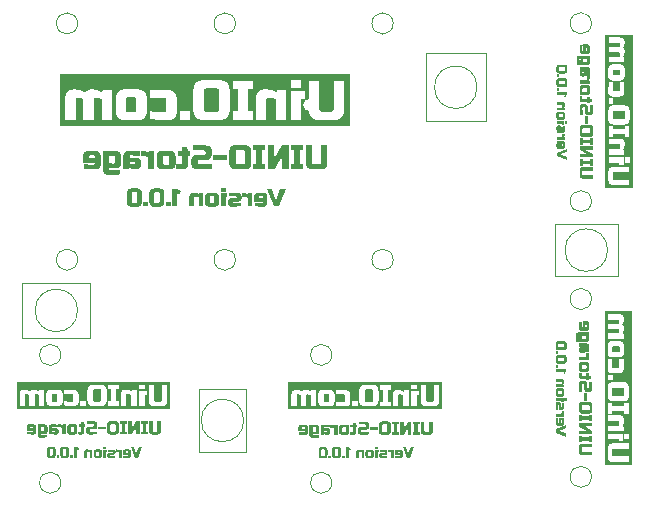
<source format=gbo>
%TF.GenerationSoftware,KiCad,Pcbnew,7.0.10*%
%TF.CreationDate,2024-02-01T11:48:47+08:00*%
%TF.ProjectId,UINIO-Storage,55494e49-4f2d-4537-946f-726167652e6b,Version 1.0.0*%
%TF.SameCoordinates,PX75dd570PY4f4ebc0*%
%TF.FileFunction,Legend,Bot*%
%TF.FilePolarity,Positive*%
%FSLAX46Y46*%
G04 Gerber Fmt 4.6, Leading zero omitted, Abs format (unit mm)*
G04 Created by KiCad (PCBNEW 7.0.10) date 2024-02-01 11:48:47*
%MOMM*%
%LPD*%
G01*
G04 APERTURE LIST*
%ADD10C,0.100000*%
%ADD11C,0.300000*%
%ADD12C,0.200000*%
%ADD13C,0.250000*%
%ADD14R,1.700000X1.700000*%
%ADD15O,1.700000X1.700000*%
%ADD16C,1.200000*%
%ADD17C,2.200000*%
%ADD18C,1.000000*%
G04 APERTURE END LIST*
D10*
X36070000Y-4350000D02*
X41140000Y-4350000D01*
X41140000Y-10130000D01*
X36070000Y-10130000D01*
X36070000Y-4350000D01*
X16865000Y-32780000D02*
X20842500Y-32780000D01*
X20842500Y-38118750D01*
X16865000Y-38118750D01*
X16865000Y-32780000D01*
X1900000Y-23790000D02*
X7680000Y-23790000D01*
X7680000Y-28480000D01*
X1900000Y-28480000D01*
X1900000Y-23790000D01*
X47000000Y-18810000D02*
X52320000Y-18810000D01*
X52320000Y-23250000D01*
X47000000Y-23250000D01*
X47000000Y-18810000D01*
D11*
G36*
X23409061Y-16841227D02*
G01*
X23058817Y-15831527D01*
X22622110Y-15831527D01*
X23189975Y-17332156D01*
X23628147Y-17332156D01*
X24196378Y-15831527D01*
X23759305Y-15831527D01*
X23409061Y-16841227D01*
G37*
G36*
X22328976Y-16169679D02*
G01*
X22348539Y-16170769D01*
X22367559Y-16172587D01*
X22386034Y-16175131D01*
X22403966Y-16178403D01*
X22421354Y-16182401D01*
X22438198Y-16187127D01*
X22454499Y-16192579D01*
X22470255Y-16198759D01*
X22485468Y-16205666D01*
X22500137Y-16213299D01*
X22514262Y-16221660D01*
X22527843Y-16230747D01*
X22540881Y-16240562D01*
X22553374Y-16251103D01*
X22565324Y-16262372D01*
X22576593Y-16274277D01*
X22587134Y-16286729D01*
X22596949Y-16299728D01*
X22606036Y-16313274D01*
X22614397Y-16327366D01*
X22622030Y-16342005D01*
X22628937Y-16357190D01*
X22635116Y-16372922D01*
X22640569Y-16389201D01*
X22645294Y-16406027D01*
X22649293Y-16423399D01*
X22652564Y-16441318D01*
X22655109Y-16459783D01*
X22656927Y-16478796D01*
X22658017Y-16498355D01*
X22658381Y-16518460D01*
X22658381Y-17025142D01*
X22658028Y-17043418D01*
X22656972Y-17061241D01*
X22655212Y-17078611D01*
X22652748Y-17095530D01*
X22649579Y-17111996D01*
X22645707Y-17128010D01*
X22641130Y-17143572D01*
X22635849Y-17158682D01*
X22629864Y-17173339D01*
X22623175Y-17187545D01*
X22615782Y-17201298D01*
X22607685Y-17214598D01*
X22598884Y-17227447D01*
X22589378Y-17239843D01*
X22579169Y-17251787D01*
X22568255Y-17263279D01*
X22556763Y-17274193D01*
X22544819Y-17284402D01*
X22532423Y-17293908D01*
X22519574Y-17302709D01*
X22506274Y-17310806D01*
X22492521Y-17318199D01*
X22478315Y-17324888D01*
X22463658Y-17330873D01*
X22448548Y-17336154D01*
X22432986Y-17340731D01*
X22416972Y-17344603D01*
X22400506Y-17347772D01*
X22383587Y-17350236D01*
X22366216Y-17351996D01*
X22348393Y-17353053D01*
X22330118Y-17353405D01*
X22309266Y-17353362D01*
X22288247Y-17353234D01*
X22267060Y-17353021D01*
X22245706Y-17352723D01*
X22224184Y-17352340D01*
X22202495Y-17351872D01*
X22180638Y-17351318D01*
X22158614Y-17350680D01*
X22136422Y-17349956D01*
X22114063Y-17349147D01*
X22091537Y-17348253D01*
X22068843Y-17347274D01*
X22045982Y-17346209D01*
X22022953Y-17345060D01*
X21999757Y-17343825D01*
X21976393Y-17342505D01*
X21952862Y-17341100D01*
X21929164Y-17339610D01*
X21905298Y-17338035D01*
X21881265Y-17336374D01*
X21857064Y-17334629D01*
X21832696Y-17332798D01*
X21808160Y-17330882D01*
X21783457Y-17328881D01*
X21758586Y-17326795D01*
X21733548Y-17324624D01*
X21708343Y-17322367D01*
X21682970Y-17320025D01*
X21657430Y-17317599D01*
X21631722Y-17315087D01*
X21605847Y-17312490D01*
X21579804Y-17309807D01*
X21579804Y-17022578D01*
X21605545Y-17024606D01*
X21630883Y-17026570D01*
X21655818Y-17028470D01*
X21680348Y-17030306D01*
X21704475Y-17032077D01*
X21728199Y-17033783D01*
X21751519Y-17035425D01*
X21774435Y-17037003D01*
X21796948Y-17038517D01*
X21819057Y-17039966D01*
X21840763Y-17041350D01*
X21862065Y-17042670D01*
X21882963Y-17043926D01*
X21903458Y-17045118D01*
X21923550Y-17046245D01*
X21943237Y-17047307D01*
X21962522Y-17048305D01*
X21981402Y-17049239D01*
X21999879Y-17050109D01*
X22017953Y-17050914D01*
X22035623Y-17051654D01*
X22052889Y-17052330D01*
X22069752Y-17052942D01*
X22086211Y-17053490D01*
X22102267Y-17053973D01*
X22117919Y-17054391D01*
X22133167Y-17054745D01*
X22148012Y-17055035D01*
X22176491Y-17055422D01*
X22203356Y-17055550D01*
X22206665Y-17055482D01*
X22222178Y-17053078D01*
X22235974Y-17047239D01*
X22248053Y-17037965D01*
X22250182Y-17035730D01*
X22258769Y-17023436D01*
X22263921Y-17009283D01*
X22265638Y-16993269D01*
X22265638Y-16920728D01*
X21537306Y-16920728D01*
X21537306Y-16633499D01*
X21930048Y-16633499D01*
X22265638Y-16633499D01*
X22265638Y-16529085D01*
X22265567Y-16524622D01*
X22263858Y-16508187D01*
X22259871Y-16494019D01*
X22251683Y-16479497D01*
X22239936Y-16468517D01*
X22224628Y-16461079D01*
X22209819Y-16457678D01*
X22192732Y-16456545D01*
X22002955Y-16456545D01*
X21998469Y-16456616D01*
X21981952Y-16458316D01*
X21967712Y-16462283D01*
X21953116Y-16470430D01*
X21942081Y-16482118D01*
X21934605Y-16497349D01*
X21931188Y-16512083D01*
X21930048Y-16529085D01*
X21930048Y-16633499D01*
X21537306Y-16633499D01*
X21537306Y-16518460D01*
X21537671Y-16498355D01*
X21538766Y-16478796D01*
X21540590Y-16459783D01*
X21543145Y-16441318D01*
X21546429Y-16423399D01*
X21550443Y-16406027D01*
X21555188Y-16389201D01*
X21560662Y-16372922D01*
X21566865Y-16357190D01*
X21573799Y-16342005D01*
X21581463Y-16327366D01*
X21589856Y-16313274D01*
X21598980Y-16299728D01*
X21608833Y-16286729D01*
X21619416Y-16274277D01*
X21630729Y-16262372D01*
X21642634Y-16251103D01*
X21655086Y-16240562D01*
X21668085Y-16230747D01*
X21681630Y-16221660D01*
X21695723Y-16213299D01*
X21710361Y-16205666D01*
X21725547Y-16198759D01*
X21741279Y-16192579D01*
X21757558Y-16187127D01*
X21774384Y-16182401D01*
X21791756Y-16178403D01*
X21809675Y-16175131D01*
X21828140Y-16172587D01*
X21847153Y-16170769D01*
X21866712Y-16169679D01*
X21886817Y-16169315D01*
X22308869Y-16169315D01*
X22328976Y-16169679D01*
G37*
G36*
X20722878Y-16519560D02*
G01*
X20739188Y-16519791D01*
X20755513Y-16520487D01*
X20771852Y-16521646D01*
X20788205Y-16523269D01*
X20804573Y-16525356D01*
X20820955Y-16527906D01*
X20837351Y-16530920D01*
X20853762Y-16534397D01*
X20870187Y-16538339D01*
X20886626Y-16542744D01*
X20903079Y-16547612D01*
X20919547Y-16552944D01*
X20936029Y-16558740D01*
X20952526Y-16565000D01*
X20969036Y-16571724D01*
X20985561Y-16578911D01*
X20985561Y-17332156D01*
X21378304Y-17332156D01*
X21378304Y-16190198D01*
X21029159Y-16190198D01*
X21010108Y-16316594D01*
X20988864Y-16298759D01*
X20967358Y-16282075D01*
X20945587Y-16266542D01*
X20923554Y-16252159D01*
X20901257Y-16238927D01*
X20878697Y-16226846D01*
X20855874Y-16215915D01*
X20832787Y-16206135D01*
X20809437Y-16197505D01*
X20785824Y-16190026D01*
X20761947Y-16183698D01*
X20737807Y-16178520D01*
X20713404Y-16174493D01*
X20688738Y-16171617D01*
X20663808Y-16169891D01*
X20638614Y-16169315D01*
X20532002Y-16169315D01*
X20532002Y-16519560D01*
X20722878Y-16519560D01*
G37*
G36*
X20454699Y-17012686D02*
G01*
X20427366Y-17014669D01*
X20400410Y-17016590D01*
X20373833Y-17018448D01*
X20347635Y-17020242D01*
X20321815Y-17021974D01*
X20296374Y-17023642D01*
X20271312Y-17025248D01*
X20246627Y-17026791D01*
X20222322Y-17028271D01*
X20198395Y-17029687D01*
X20174846Y-17031041D01*
X20151676Y-17032332D01*
X20128885Y-17033560D01*
X20106472Y-17034725D01*
X20084437Y-17035827D01*
X20062781Y-17036866D01*
X20041504Y-17037842D01*
X20020605Y-17038755D01*
X20000085Y-17039605D01*
X19979943Y-17040392D01*
X19960180Y-17041116D01*
X19940795Y-17041777D01*
X19921789Y-17042376D01*
X19903161Y-17042911D01*
X19884912Y-17043383D01*
X19867041Y-17043792D01*
X19849549Y-17044139D01*
X19832435Y-17044422D01*
X19815700Y-17044643D01*
X19799344Y-17044800D01*
X19783366Y-17044894D01*
X19767766Y-17044926D01*
X19751945Y-17043209D01*
X19737913Y-17038057D01*
X19725670Y-17029470D01*
X19723436Y-17027340D01*
X19713970Y-17015419D01*
X19708009Y-17001638D01*
X19705555Y-16985996D01*
X19705484Y-16982644D01*
X19705484Y-16920728D01*
X20147686Y-16920728D01*
X20165961Y-16920376D01*
X20183785Y-16919320D01*
X20201155Y-16917560D01*
X20218074Y-16915096D01*
X20234540Y-16911927D01*
X20250554Y-16908055D01*
X20266116Y-16903478D01*
X20281226Y-16898197D01*
X20295883Y-16892212D01*
X20310089Y-16885523D01*
X20323842Y-16878130D01*
X20337142Y-16870033D01*
X20349991Y-16861231D01*
X20362387Y-16851726D01*
X20374331Y-16841516D01*
X20385823Y-16830603D01*
X20396737Y-16819111D01*
X20406946Y-16807167D01*
X20416452Y-16794771D01*
X20425253Y-16781922D01*
X20433350Y-16768621D01*
X20440743Y-16754868D01*
X20447432Y-16740663D01*
X20453417Y-16726006D01*
X20458698Y-16710896D01*
X20463275Y-16695334D01*
X20467147Y-16679320D01*
X20470316Y-16662854D01*
X20472780Y-16645935D01*
X20474540Y-16628564D01*
X20475597Y-16610741D01*
X20475949Y-16592466D01*
X20475949Y-16518460D01*
X20475597Y-16500185D01*
X20474540Y-16482362D01*
X20472780Y-16464991D01*
X20470316Y-16448073D01*
X20467147Y-16431606D01*
X20463275Y-16415592D01*
X20458698Y-16400030D01*
X20453417Y-16384921D01*
X20447432Y-16370263D01*
X20440743Y-16356058D01*
X20433350Y-16342305D01*
X20425253Y-16329004D01*
X20416452Y-16316156D01*
X20406946Y-16303760D01*
X20396737Y-16291815D01*
X20385823Y-16280324D01*
X20374331Y-16269410D01*
X20362387Y-16259200D01*
X20349991Y-16249695D01*
X20337142Y-16240894D01*
X20323842Y-16232797D01*
X20310089Y-16225403D01*
X20295883Y-16218714D01*
X20281226Y-16212729D01*
X20266116Y-16207449D01*
X20250554Y-16202872D01*
X20234540Y-16198999D01*
X20218074Y-16195831D01*
X20201155Y-16193367D01*
X20183785Y-16191606D01*
X20165961Y-16190550D01*
X20147686Y-16190198D01*
X19418255Y-16190198D01*
X19418255Y-16488052D01*
X20020924Y-16488052D01*
X20036938Y-16489770D01*
X20051092Y-16494922D01*
X20063385Y-16503508D01*
X20065621Y-16505638D01*
X20074894Y-16517559D01*
X20080733Y-16531340D01*
X20083137Y-16546982D01*
X20083206Y-16550334D01*
X20081489Y-16566155D01*
X20076337Y-16580187D01*
X20067750Y-16592430D01*
X20065621Y-16594664D01*
X20053699Y-16603938D01*
X20039918Y-16609777D01*
X20024276Y-16612181D01*
X20020924Y-16612250D01*
X19641004Y-16612250D01*
X19622729Y-16612602D01*
X19604906Y-16613658D01*
X19587535Y-16615418D01*
X19570617Y-16617883D01*
X19554150Y-16621051D01*
X19538136Y-16624924D01*
X19522574Y-16629500D01*
X19507465Y-16634781D01*
X19492807Y-16640766D01*
X19478602Y-16647455D01*
X19464849Y-16654848D01*
X19451548Y-16662945D01*
X19438700Y-16671747D01*
X19426303Y-16681252D01*
X19414359Y-16691462D01*
X19402868Y-16702375D01*
X19391954Y-16713867D01*
X19381744Y-16725811D01*
X19372239Y-16738207D01*
X19363438Y-16751056D01*
X19355340Y-16764357D01*
X19347947Y-16778110D01*
X19341258Y-16792315D01*
X19335273Y-16806972D01*
X19329993Y-16822082D01*
X19325416Y-16837644D01*
X19321543Y-16853658D01*
X19318375Y-16870124D01*
X19315910Y-16887043D01*
X19314150Y-16904414D01*
X19313094Y-16922237D01*
X19312742Y-16940512D01*
X19312742Y-17025142D01*
X19313094Y-17043418D01*
X19314150Y-17061241D01*
X19315910Y-17078611D01*
X19318375Y-17095530D01*
X19321543Y-17111996D01*
X19325416Y-17128010D01*
X19329993Y-17143572D01*
X19335273Y-17158682D01*
X19341258Y-17173339D01*
X19347947Y-17187545D01*
X19355340Y-17201298D01*
X19363438Y-17214598D01*
X19372239Y-17227447D01*
X19381744Y-17239843D01*
X19391954Y-17251787D01*
X19402868Y-17263279D01*
X19414359Y-17274193D01*
X19426303Y-17284402D01*
X19438700Y-17293908D01*
X19451548Y-17302709D01*
X19464849Y-17310806D01*
X19478602Y-17318199D01*
X19492807Y-17324888D01*
X19507465Y-17330873D01*
X19522574Y-17336154D01*
X19538136Y-17340731D01*
X19554150Y-17344603D01*
X19570617Y-17347772D01*
X19587535Y-17350236D01*
X19604906Y-17351996D01*
X19622729Y-17353053D01*
X19641004Y-17353405D01*
X19664469Y-17353362D01*
X19688061Y-17353234D01*
X19711779Y-17353021D01*
X19735624Y-17352723D01*
X19759595Y-17352340D01*
X19783693Y-17351872D01*
X19807918Y-17351318D01*
X19832269Y-17350680D01*
X19856748Y-17349956D01*
X19881352Y-17349147D01*
X19906084Y-17348253D01*
X19930942Y-17347274D01*
X19955926Y-17346209D01*
X19981038Y-17345060D01*
X20006276Y-17343825D01*
X20031640Y-17342505D01*
X20057132Y-17341100D01*
X20082750Y-17339610D01*
X20108494Y-17338035D01*
X20134365Y-17336374D01*
X20160363Y-17334629D01*
X20186488Y-17332798D01*
X20212739Y-17330882D01*
X20239117Y-17328881D01*
X20265621Y-17326795D01*
X20292253Y-17324624D01*
X20319010Y-17322367D01*
X20345895Y-17320025D01*
X20372906Y-17317599D01*
X20400044Y-17315087D01*
X20427308Y-17312490D01*
X20454699Y-17309807D01*
X20454699Y-17012686D01*
G37*
G36*
X18727658Y-16232330D02*
G01*
X18727658Y-17332156D01*
X19120401Y-17332156D01*
X19120401Y-16540809D01*
X19278670Y-16540809D01*
X19278670Y-16232330D01*
X18727658Y-16232330D01*
G37*
G36*
X19120401Y-15810278D02*
G01*
X18727658Y-15810278D01*
X18727658Y-16129382D01*
X19120401Y-16129382D01*
X19120401Y-15810278D01*
G37*
G36*
X18235954Y-16169679D02*
G01*
X18255518Y-16170769D01*
X18274537Y-16172587D01*
X18293013Y-16175131D01*
X18310945Y-16178403D01*
X18328333Y-16182401D01*
X18345177Y-16187127D01*
X18361477Y-16192579D01*
X18377234Y-16198759D01*
X18392446Y-16205666D01*
X18407115Y-16213299D01*
X18421240Y-16221660D01*
X18434822Y-16230747D01*
X18447859Y-16240562D01*
X18460353Y-16251103D01*
X18472302Y-16262372D01*
X18483571Y-16274277D01*
X18494112Y-16286729D01*
X18503927Y-16299728D01*
X18513015Y-16313274D01*
X18521375Y-16327366D01*
X18529009Y-16342005D01*
X18535915Y-16357190D01*
X18542095Y-16372922D01*
X18547547Y-16389201D01*
X18552273Y-16406027D01*
X18556271Y-16423399D01*
X18559543Y-16441318D01*
X18562087Y-16459783D01*
X18563905Y-16478796D01*
X18564995Y-16498355D01*
X18565359Y-16518460D01*
X18565359Y-17003893D01*
X18564995Y-17024000D01*
X18563905Y-17043563D01*
X18562087Y-17062583D01*
X18559543Y-17081059D01*
X18556271Y-17098990D01*
X18552273Y-17116378D01*
X18547547Y-17133223D01*
X18542095Y-17149523D01*
X18535915Y-17165279D01*
X18529009Y-17180492D01*
X18521375Y-17195161D01*
X18513015Y-17209286D01*
X18503927Y-17222867D01*
X18494112Y-17235905D01*
X18483571Y-17248398D01*
X18472302Y-17260348D01*
X18460353Y-17271617D01*
X18447859Y-17282158D01*
X18434822Y-17291973D01*
X18421240Y-17301060D01*
X18407115Y-17309421D01*
X18392446Y-17317054D01*
X18377234Y-17323961D01*
X18361477Y-17330140D01*
X18345177Y-17335593D01*
X18328333Y-17340319D01*
X18310945Y-17344317D01*
X18293013Y-17347589D01*
X18274537Y-17350133D01*
X18255518Y-17351951D01*
X18235954Y-17353041D01*
X18215847Y-17353405D01*
X17730415Y-17353405D01*
X17710309Y-17353041D01*
X17690750Y-17351951D01*
X17671738Y-17350133D01*
X17653272Y-17347589D01*
X17635353Y-17344317D01*
X17617981Y-17340319D01*
X17601155Y-17335593D01*
X17584877Y-17330140D01*
X17569144Y-17323961D01*
X17553959Y-17317054D01*
X17539320Y-17309421D01*
X17525228Y-17301060D01*
X17511682Y-17291973D01*
X17498684Y-17282158D01*
X17486231Y-17271617D01*
X17474326Y-17260348D01*
X17463058Y-17248398D01*
X17452516Y-17235905D01*
X17442701Y-17222867D01*
X17433614Y-17209286D01*
X17425253Y-17195161D01*
X17417620Y-17180492D01*
X17410713Y-17165279D01*
X17404534Y-17149523D01*
X17399081Y-17133223D01*
X17394356Y-17116378D01*
X17390357Y-17098990D01*
X17387086Y-17081059D01*
X17384541Y-17062583D01*
X17382724Y-17043563D01*
X17381633Y-17024000D01*
X17381270Y-17003893D01*
X17381270Y-16972386D01*
X17774012Y-16972386D01*
X17774083Y-16976849D01*
X17775783Y-16993284D01*
X17779750Y-17007452D01*
X17787897Y-17021974D01*
X17799585Y-17032954D01*
X17814816Y-17040392D01*
X17829551Y-17043792D01*
X17846552Y-17044926D01*
X18099710Y-17044926D01*
X18104195Y-17044855D01*
X18120713Y-17043155D01*
X18134953Y-17039188D01*
X18149548Y-17031041D01*
X18160584Y-17019353D01*
X18168060Y-17004122D01*
X18171477Y-16989387D01*
X18172616Y-16972386D01*
X18172616Y-16550334D01*
X18172545Y-16545849D01*
X18170836Y-16529331D01*
X18166849Y-16515091D01*
X18158662Y-16500496D01*
X18146914Y-16489460D01*
X18131606Y-16481984D01*
X18116797Y-16478567D01*
X18099710Y-16477428D01*
X17846552Y-16477428D01*
X17842089Y-16477499D01*
X17825654Y-16479208D01*
X17811486Y-16483195D01*
X17796964Y-16491382D01*
X17785984Y-16503130D01*
X17778546Y-16518438D01*
X17775146Y-16533247D01*
X17774012Y-16550334D01*
X17774012Y-16972386D01*
X17381270Y-16972386D01*
X17381270Y-16518460D01*
X17381633Y-16498355D01*
X17382724Y-16478796D01*
X17384541Y-16459783D01*
X17387086Y-16441318D01*
X17390357Y-16423399D01*
X17394356Y-16406027D01*
X17399081Y-16389201D01*
X17404534Y-16372922D01*
X17410713Y-16357190D01*
X17417620Y-16342005D01*
X17425253Y-16327366D01*
X17433614Y-16313274D01*
X17442701Y-16299728D01*
X17452516Y-16286729D01*
X17463058Y-16274277D01*
X17474326Y-16262372D01*
X17486231Y-16251103D01*
X17498684Y-16240562D01*
X17511682Y-16230747D01*
X17525228Y-16221660D01*
X17539320Y-16213299D01*
X17553959Y-16205666D01*
X17569144Y-16198759D01*
X17584877Y-16192579D01*
X17601155Y-16187127D01*
X17617981Y-16182401D01*
X17635353Y-16178403D01*
X17653272Y-16175131D01*
X17671738Y-16172587D01*
X17690750Y-16170769D01*
X17710309Y-16169679D01*
X17730415Y-16169315D01*
X18215847Y-16169315D01*
X18235954Y-16169679D01*
G37*
G36*
X16588091Y-16498677D02*
G01*
X16608889Y-16499021D01*
X16630067Y-16500055D01*
X16651625Y-16501778D01*
X16666208Y-16503309D01*
X16680960Y-16505146D01*
X16695880Y-16507290D01*
X16710970Y-16509740D01*
X16726228Y-16512497D01*
X16741656Y-16515559D01*
X16757252Y-16518928D01*
X16773017Y-16522603D01*
X16788951Y-16526585D01*
X16805054Y-16530872D01*
X16821326Y-16535466D01*
X16829525Y-16537878D01*
X16829525Y-17332156D01*
X17222267Y-17332156D01*
X17222267Y-16190198D01*
X16873855Y-16190198D01*
X16854438Y-16288017D01*
X16838121Y-16277661D01*
X16821456Y-16267749D01*
X16804444Y-16258281D01*
X16787084Y-16249257D01*
X16769376Y-16240678D01*
X16751321Y-16232543D01*
X16732917Y-16224853D01*
X16714166Y-16217607D01*
X16695067Y-16210805D01*
X16675620Y-16204448D01*
X16662463Y-16200456D01*
X16642828Y-16194891D01*
X16623767Y-16189873D01*
X16605279Y-16185403D01*
X16587364Y-16181480D01*
X16570022Y-16178104D01*
X16553253Y-16175276D01*
X16537058Y-16172995D01*
X16521436Y-16171262D01*
X16506386Y-16170076D01*
X16487212Y-16169346D01*
X16482578Y-16169315D01*
X16387690Y-16169315D01*
X16369371Y-16169667D01*
X16351511Y-16170724D01*
X16334109Y-16172484D01*
X16317165Y-16174948D01*
X16300678Y-16178117D01*
X16284650Y-16181989D01*
X16269079Y-16186566D01*
X16253967Y-16191847D01*
X16239312Y-16197832D01*
X16225116Y-16204521D01*
X16211377Y-16211914D01*
X16198096Y-16220011D01*
X16185273Y-16228812D01*
X16172909Y-16238318D01*
X16161002Y-16248527D01*
X16149553Y-16259441D01*
X16138639Y-16270890D01*
X16128430Y-16282797D01*
X16118924Y-16295161D01*
X16110123Y-16307984D01*
X16102026Y-16321265D01*
X16094633Y-16335004D01*
X16087944Y-16349200D01*
X16081959Y-16363855D01*
X16076678Y-16378967D01*
X16072101Y-16394538D01*
X16068229Y-16410566D01*
X16065060Y-16427053D01*
X16062596Y-16443997D01*
X16060835Y-16461399D01*
X16059779Y-16479259D01*
X16059427Y-16497578D01*
X16059427Y-17332156D01*
X16452170Y-17332156D01*
X16452170Y-16560592D01*
X16453887Y-16544771D01*
X16459039Y-16530739D01*
X16467626Y-16518496D01*
X16469755Y-16516262D01*
X16481641Y-16506989D01*
X16495315Y-16501150D01*
X16510778Y-16498745D01*
X16514085Y-16498677D01*
X16588091Y-16498677D01*
G37*
G36*
X15027745Y-17332156D02*
G01*
X15027745Y-16186901D01*
X15265150Y-16269333D01*
X15379455Y-16005917D01*
X14976088Y-15831527D01*
X14624378Y-15831527D01*
X14624378Y-17332156D01*
X15027745Y-17332156D01*
G37*
G36*
X14462445Y-16992169D02*
G01*
X14059078Y-16992169D01*
X14059078Y-17332156D01*
X14462445Y-17332156D01*
X14462445Y-16992169D01*
G37*
G36*
X13531449Y-15810685D02*
G01*
X13558276Y-15811904D01*
X13584149Y-15813936D01*
X13609069Y-15816781D01*
X13633035Y-15820439D01*
X13656049Y-15824910D01*
X13678110Y-15830194D01*
X13699217Y-15836290D01*
X13719371Y-15843200D01*
X13738573Y-15850922D01*
X13756821Y-15859457D01*
X13774116Y-15868805D01*
X13790457Y-15878966D01*
X13805846Y-15889940D01*
X13820282Y-15901726D01*
X13833764Y-15914326D01*
X13846319Y-15927764D01*
X13858065Y-15942158D01*
X13869000Y-15957508D01*
X13879125Y-15973814D01*
X13888440Y-15991076D01*
X13896945Y-16009294D01*
X13904640Y-16028468D01*
X13911525Y-16048598D01*
X13917600Y-16069684D01*
X13922865Y-16091726D01*
X13927320Y-16114724D01*
X13930965Y-16138678D01*
X13933800Y-16163588D01*
X13935825Y-16189454D01*
X13937040Y-16216276D01*
X13937445Y-16244054D01*
X13937445Y-16919629D01*
X13937040Y-16947409D01*
X13935825Y-16974235D01*
X13933800Y-17000108D01*
X13930965Y-17025028D01*
X13927320Y-17048995D01*
X13922865Y-17072008D01*
X13917600Y-17094069D01*
X13911525Y-17115176D01*
X13904640Y-17135331D01*
X13896945Y-17154532D01*
X13888440Y-17172780D01*
X13879125Y-17190075D01*
X13869000Y-17206417D01*
X13858065Y-17221805D01*
X13846319Y-17236241D01*
X13833764Y-17249724D01*
X13820282Y-17262279D01*
X13805846Y-17274024D01*
X13790457Y-17284959D01*
X13774116Y-17295084D01*
X13756821Y-17304399D01*
X13738573Y-17312904D01*
X13719371Y-17320599D01*
X13699217Y-17327484D01*
X13678110Y-17333559D01*
X13656049Y-17338824D01*
X13633035Y-17343280D01*
X13609069Y-17346925D01*
X13584149Y-17349760D01*
X13558276Y-17351785D01*
X13531449Y-17353000D01*
X13503670Y-17353405D01*
X13102501Y-17353405D01*
X13074679Y-17353000D01*
X13047816Y-17351785D01*
X13021911Y-17349760D01*
X12996965Y-17346925D01*
X12972979Y-17343280D01*
X12949951Y-17338824D01*
X12927881Y-17333559D01*
X12906771Y-17327484D01*
X12886620Y-17320599D01*
X12867427Y-17312904D01*
X12849193Y-17304399D01*
X12831918Y-17295084D01*
X12815602Y-17284959D01*
X12800245Y-17274024D01*
X12785847Y-17262279D01*
X12772407Y-17249724D01*
X12759852Y-17236241D01*
X12748107Y-17221805D01*
X12737172Y-17206417D01*
X12727047Y-17190075D01*
X12717731Y-17172780D01*
X12709226Y-17154532D01*
X12701531Y-17135331D01*
X12694646Y-17115176D01*
X12688571Y-17094069D01*
X12683306Y-17072008D01*
X12678851Y-17048995D01*
X12675206Y-17025028D01*
X12672371Y-17000108D01*
X12670346Y-16974235D01*
X12669131Y-16947409D01*
X12668726Y-16919629D01*
X13072093Y-16919629D01*
X13072542Y-16933515D01*
X13074902Y-16952665D01*
X13079283Y-16969798D01*
X13085686Y-16984916D01*
X13094112Y-16998018D01*
X13104560Y-17009105D01*
X13117030Y-17018176D01*
X13131522Y-17025231D01*
X13148036Y-17030270D01*
X13166573Y-17033293D01*
X13187131Y-17034301D01*
X13419040Y-17034301D01*
X13432970Y-17033853D01*
X13452181Y-17031502D01*
X13469369Y-17027134D01*
X13484535Y-17020751D01*
X13497679Y-17012352D01*
X13508801Y-17001938D01*
X13517901Y-16989508D01*
X13524979Y-16975062D01*
X13530034Y-16958600D01*
X13533067Y-16940122D01*
X13534078Y-16919629D01*
X13534078Y-16244054D01*
X13533629Y-16230168D01*
X13531270Y-16211018D01*
X13526888Y-16193885D01*
X13520485Y-16178767D01*
X13512059Y-16165665D01*
X13501611Y-16154578D01*
X13489141Y-16145507D01*
X13474649Y-16138452D01*
X13458135Y-16133413D01*
X13439599Y-16130389D01*
X13419040Y-16129382D01*
X13187131Y-16129382D01*
X13173201Y-16129830D01*
X13153990Y-16132181D01*
X13136802Y-16136549D01*
X13121636Y-16142932D01*
X13108492Y-16151331D01*
X13097370Y-16161745D01*
X13088270Y-16174175D01*
X13081193Y-16188621D01*
X13076137Y-16205083D01*
X13073104Y-16223560D01*
X13072093Y-16244054D01*
X13072093Y-16919629D01*
X12668726Y-16919629D01*
X12668726Y-16244054D01*
X12669131Y-16216276D01*
X12670346Y-16189454D01*
X12672371Y-16163588D01*
X12675206Y-16138678D01*
X12678851Y-16114724D01*
X12683306Y-16091726D01*
X12688571Y-16069684D01*
X12694646Y-16048598D01*
X12701531Y-16028468D01*
X12709226Y-16009294D01*
X12717731Y-15991076D01*
X12727047Y-15973814D01*
X12737172Y-15957508D01*
X12748107Y-15942158D01*
X12759852Y-15927764D01*
X12772407Y-15914326D01*
X12785847Y-15901726D01*
X12800245Y-15889940D01*
X12815602Y-15878966D01*
X12831918Y-15868805D01*
X12849193Y-15859457D01*
X12867427Y-15850922D01*
X12886620Y-15843200D01*
X12906771Y-15836290D01*
X12927881Y-15830194D01*
X12949951Y-15824910D01*
X12972979Y-15820439D01*
X12996965Y-15816781D01*
X13021911Y-15813936D01*
X13047816Y-15811904D01*
X13074679Y-15810685D01*
X13102501Y-15810278D01*
X13503670Y-15810278D01*
X13531449Y-15810685D01*
G37*
G36*
X12551489Y-16992169D02*
G01*
X12148122Y-16992169D01*
X12148122Y-17332156D01*
X12551489Y-17332156D01*
X12551489Y-16992169D01*
G37*
G36*
X11620493Y-15810685D02*
G01*
X11647320Y-15811904D01*
X11673193Y-15813936D01*
X11698113Y-15816781D01*
X11722079Y-15820439D01*
X11745093Y-15824910D01*
X11767154Y-15830194D01*
X11788261Y-15836290D01*
X11808415Y-15843200D01*
X11827617Y-15850922D01*
X11845865Y-15859457D01*
X11863160Y-15868805D01*
X11879501Y-15878966D01*
X11894890Y-15889940D01*
X11909326Y-15901726D01*
X11922808Y-15914326D01*
X11935363Y-15927764D01*
X11947109Y-15942158D01*
X11958044Y-15957508D01*
X11968169Y-15973814D01*
X11977484Y-15991076D01*
X11985989Y-16009294D01*
X11993684Y-16028468D01*
X12000569Y-16048598D01*
X12006644Y-16069684D01*
X12011909Y-16091726D01*
X12016364Y-16114724D01*
X12020009Y-16138678D01*
X12022844Y-16163588D01*
X12024869Y-16189454D01*
X12026084Y-16216276D01*
X12026489Y-16244054D01*
X12026489Y-16919629D01*
X12026084Y-16947409D01*
X12024869Y-16974235D01*
X12022844Y-17000108D01*
X12020009Y-17025028D01*
X12016364Y-17048995D01*
X12011909Y-17072008D01*
X12006644Y-17094069D01*
X12000569Y-17115176D01*
X11993684Y-17135331D01*
X11985989Y-17154532D01*
X11977484Y-17172780D01*
X11968169Y-17190075D01*
X11958044Y-17206417D01*
X11947109Y-17221805D01*
X11935363Y-17236241D01*
X11922808Y-17249724D01*
X11909326Y-17262279D01*
X11894890Y-17274024D01*
X11879501Y-17284959D01*
X11863160Y-17295084D01*
X11845865Y-17304399D01*
X11827617Y-17312904D01*
X11808415Y-17320599D01*
X11788261Y-17327484D01*
X11767154Y-17333559D01*
X11745093Y-17338824D01*
X11722079Y-17343280D01*
X11698113Y-17346925D01*
X11673193Y-17349760D01*
X11647320Y-17351785D01*
X11620493Y-17353000D01*
X11592714Y-17353405D01*
X11191545Y-17353405D01*
X11163723Y-17353000D01*
X11136860Y-17351785D01*
X11110955Y-17349760D01*
X11086009Y-17346925D01*
X11062023Y-17343280D01*
X11038995Y-17338824D01*
X11016925Y-17333559D01*
X10995815Y-17327484D01*
X10975664Y-17320599D01*
X10956471Y-17312904D01*
X10938237Y-17304399D01*
X10920962Y-17295084D01*
X10904646Y-17284959D01*
X10889289Y-17274024D01*
X10874891Y-17262279D01*
X10861451Y-17249724D01*
X10848896Y-17236241D01*
X10837151Y-17221805D01*
X10826216Y-17206417D01*
X10816091Y-17190075D01*
X10806775Y-17172780D01*
X10798270Y-17154532D01*
X10790575Y-17135331D01*
X10783690Y-17115176D01*
X10777615Y-17094069D01*
X10772350Y-17072008D01*
X10767895Y-17048995D01*
X10764250Y-17025028D01*
X10761415Y-17000108D01*
X10759390Y-16974235D01*
X10758175Y-16947409D01*
X10757770Y-16919629D01*
X11161137Y-16919629D01*
X11161586Y-16933515D01*
X11163946Y-16952665D01*
X11168327Y-16969798D01*
X11174730Y-16984916D01*
X11183156Y-16998018D01*
X11193604Y-17009105D01*
X11206074Y-17018176D01*
X11220566Y-17025231D01*
X11237080Y-17030270D01*
X11255617Y-17033293D01*
X11276175Y-17034301D01*
X11508084Y-17034301D01*
X11522014Y-17033853D01*
X11541225Y-17031502D01*
X11558413Y-17027134D01*
X11573579Y-17020751D01*
X11586723Y-17012352D01*
X11597845Y-17001938D01*
X11606945Y-16989508D01*
X11614023Y-16975062D01*
X11619078Y-16958600D01*
X11622111Y-16940122D01*
X11623122Y-16919629D01*
X11623122Y-16244054D01*
X11622673Y-16230168D01*
X11620314Y-16211018D01*
X11615932Y-16193885D01*
X11609529Y-16178767D01*
X11601103Y-16165665D01*
X11590655Y-16154578D01*
X11578185Y-16145507D01*
X11563693Y-16138452D01*
X11547179Y-16133413D01*
X11528643Y-16130389D01*
X11508084Y-16129382D01*
X11276175Y-16129382D01*
X11262245Y-16129830D01*
X11243034Y-16132181D01*
X11225846Y-16136549D01*
X11210680Y-16142932D01*
X11197536Y-16151331D01*
X11186414Y-16161745D01*
X11177314Y-16174175D01*
X11170237Y-16188621D01*
X11165181Y-16205083D01*
X11162148Y-16223560D01*
X11161137Y-16244054D01*
X11161137Y-16919629D01*
X10757770Y-16919629D01*
X10757770Y-16244054D01*
X10758175Y-16216276D01*
X10759390Y-16189454D01*
X10761415Y-16163588D01*
X10764250Y-16138678D01*
X10767895Y-16114724D01*
X10772350Y-16091726D01*
X10777615Y-16069684D01*
X10783690Y-16048598D01*
X10790575Y-16028468D01*
X10798270Y-16009294D01*
X10806775Y-15991076D01*
X10816091Y-15973814D01*
X10826216Y-15957508D01*
X10837151Y-15942158D01*
X10848896Y-15927764D01*
X10861451Y-15914326D01*
X10874891Y-15901726D01*
X10889289Y-15889940D01*
X10904646Y-15878966D01*
X10920962Y-15868805D01*
X10938237Y-15859457D01*
X10956471Y-15850922D01*
X10975664Y-15843200D01*
X10995815Y-15836290D01*
X11016925Y-15830194D01*
X11038995Y-15824910D01*
X11062023Y-15820439D01*
X11086009Y-15816781D01*
X11110955Y-15813936D01*
X11136860Y-15811904D01*
X11163723Y-15810685D01*
X11191545Y-15810278D01*
X11592714Y-15810278D01*
X11620493Y-15810685D01*
G37*
G36*
X26460265Y-12166318D02*
G01*
X25922930Y-12166318D01*
X25922930Y-13617121D01*
X25923470Y-13654160D01*
X25925090Y-13689928D01*
X25927790Y-13724425D01*
X25931570Y-13757652D01*
X25936430Y-13789608D01*
X25942370Y-13820292D01*
X25949391Y-13849707D01*
X25957491Y-13877850D01*
X25966671Y-13904722D01*
X25976931Y-13930324D01*
X25988271Y-13954655D01*
X26000691Y-13977715D01*
X26014191Y-13999504D01*
X26028771Y-14020022D01*
X26044432Y-14039270D01*
X26061172Y-14057246D01*
X26079091Y-14073986D01*
X26098289Y-14089647D01*
X26118765Y-14104227D01*
X26140520Y-14117727D01*
X26163553Y-14130147D01*
X26187865Y-14141487D01*
X26213455Y-14151747D01*
X26240324Y-14160927D01*
X26268471Y-14169027D01*
X26297896Y-14176047D01*
X26328600Y-14181988D01*
X26360583Y-14186848D01*
X26393844Y-14190628D01*
X26428383Y-14193328D01*
X26464201Y-14194948D01*
X26501297Y-14195488D01*
X27148052Y-14195488D01*
X27185149Y-14194948D01*
X27220967Y-14193328D01*
X27255506Y-14190628D01*
X27288767Y-14186848D01*
X27320749Y-14181988D01*
X27351453Y-14176047D01*
X27380879Y-14169027D01*
X27409026Y-14160927D01*
X27435894Y-14151747D01*
X27461485Y-14141487D01*
X27485796Y-14130147D01*
X27508830Y-14117727D01*
X27530584Y-14104227D01*
X27551061Y-14089647D01*
X27570259Y-14073986D01*
X27588178Y-14057246D01*
X27604918Y-14039270D01*
X27620578Y-14020022D01*
X27635158Y-13999504D01*
X27648659Y-13977715D01*
X27661079Y-13954655D01*
X27672419Y-13930324D01*
X27682679Y-13904722D01*
X27691859Y-13877850D01*
X27699959Y-13849707D01*
X27706979Y-13820292D01*
X27712919Y-13789608D01*
X27717779Y-13757652D01*
X27721559Y-13724425D01*
X27724259Y-13689928D01*
X27725879Y-13654160D01*
X27726419Y-13617121D01*
X27726419Y-12166318D01*
X27189085Y-12166318D01*
X27189085Y-13617121D01*
X27187737Y-13644445D01*
X27183693Y-13669081D01*
X27176952Y-13691030D01*
X27167515Y-13710292D01*
X27155383Y-13726865D01*
X27140553Y-13740751D01*
X27123028Y-13751950D01*
X27102806Y-13760461D01*
X27079889Y-13766284D01*
X27054275Y-13769419D01*
X27035701Y-13770017D01*
X26613649Y-13770017D01*
X26586238Y-13768673D01*
X26561522Y-13764641D01*
X26539503Y-13757922D01*
X26520180Y-13748516D01*
X26503554Y-13736421D01*
X26489623Y-13721639D01*
X26478389Y-13704170D01*
X26469851Y-13684013D01*
X26464009Y-13661168D01*
X26460864Y-13635635D01*
X26460265Y-13617121D01*
X26460265Y-12166318D01*
G37*
G36*
X24668499Y-14167156D02*
G01*
X25712393Y-14167156D01*
X25712393Y-13742173D01*
X25459357Y-13742173D01*
X25459357Y-12591301D01*
X25712393Y-12591301D01*
X25712393Y-12166318D01*
X24668499Y-12166318D01*
X24668499Y-12591301D01*
X24921535Y-12591301D01*
X24921535Y-13742173D01*
X24668499Y-13742173D01*
X24668499Y-14167156D01*
G37*
G36*
X22706252Y-14167156D02*
G01*
X23265568Y-14167156D01*
X23916231Y-13028495D01*
X23916231Y-14167156D01*
X24453565Y-14167156D01*
X24453565Y-12166318D01*
X23894249Y-12166318D01*
X23244075Y-13304490D01*
X23244075Y-12166318D01*
X22706252Y-12166318D01*
X22706252Y-14167156D01*
G37*
G36*
X21450355Y-14167156D02*
G01*
X22494249Y-14167156D01*
X22494249Y-13742173D01*
X22241214Y-13742173D01*
X22241214Y-12591301D01*
X22494249Y-12591301D01*
X22494249Y-12166318D01*
X21450355Y-12166318D01*
X21450355Y-12591301D01*
X21703391Y-12591301D01*
X21703391Y-13742173D01*
X21450355Y-13742173D01*
X21450355Y-14167156D01*
G37*
G36*
X20750758Y-12138528D02*
G01*
X20786526Y-12140154D01*
X20821023Y-12142863D01*
X20854250Y-12146657D01*
X20886206Y-12151534D01*
X20916891Y-12157495D01*
X20946305Y-12164540D01*
X20974448Y-12172668D01*
X21001320Y-12181881D01*
X21026922Y-12192177D01*
X21051253Y-12203557D01*
X21074313Y-12216022D01*
X21096102Y-12229569D01*
X21116620Y-12244201D01*
X21135868Y-12259917D01*
X21153844Y-12276716D01*
X21170585Y-12294633D01*
X21186245Y-12313826D01*
X21200825Y-12334292D01*
X21214325Y-12356034D01*
X21226745Y-12379050D01*
X21238085Y-12403341D01*
X21248345Y-12428906D01*
X21257526Y-12455746D01*
X21265626Y-12483861D01*
X21272646Y-12513250D01*
X21278586Y-12543914D01*
X21283446Y-12575852D01*
X21287226Y-12609066D01*
X21289926Y-12643553D01*
X21291546Y-12679316D01*
X21292086Y-12716353D01*
X21292086Y-13617121D01*
X21291546Y-13654160D01*
X21289926Y-13689928D01*
X21287226Y-13724425D01*
X21283446Y-13757652D01*
X21278586Y-13789608D01*
X21272646Y-13820292D01*
X21265626Y-13849707D01*
X21257526Y-13877850D01*
X21248345Y-13904722D01*
X21238085Y-13930324D01*
X21226745Y-13954655D01*
X21214325Y-13977715D01*
X21200825Y-13999504D01*
X21186245Y-14020022D01*
X21170585Y-14039270D01*
X21153844Y-14057246D01*
X21135868Y-14073986D01*
X21116620Y-14089647D01*
X21096102Y-14104227D01*
X21074313Y-14117727D01*
X21051253Y-14130147D01*
X21026922Y-14141487D01*
X21001320Y-14151747D01*
X20974448Y-14160927D01*
X20946305Y-14169027D01*
X20916891Y-14176047D01*
X20886206Y-14181988D01*
X20854250Y-14186848D01*
X20821023Y-14190628D01*
X20786526Y-14193328D01*
X20750758Y-14194948D01*
X20713719Y-14195488D01*
X20010299Y-14195488D01*
X19973203Y-14194948D01*
X19937385Y-14193328D01*
X19902846Y-14190628D01*
X19869585Y-14186848D01*
X19837603Y-14181988D01*
X19806899Y-14176047D01*
X19777473Y-14169027D01*
X19749326Y-14160927D01*
X19722457Y-14151747D01*
X19696867Y-14141487D01*
X19672555Y-14130147D01*
X19649522Y-14117727D01*
X19627767Y-14104227D01*
X19607291Y-14089647D01*
X19588093Y-14073986D01*
X19570174Y-14057246D01*
X19553434Y-14039270D01*
X19537773Y-14020022D01*
X19523193Y-13999504D01*
X19509693Y-13977715D01*
X19497273Y-13954655D01*
X19485933Y-13930324D01*
X19475673Y-13904722D01*
X19466493Y-13877850D01*
X19458393Y-13849707D01*
X19451373Y-13820292D01*
X19445433Y-13789608D01*
X19440572Y-13757652D01*
X19436792Y-13724425D01*
X19434092Y-13689928D01*
X19432472Y-13654160D01*
X19431932Y-13617121D01*
X19969267Y-13617121D01*
X19969866Y-13635635D01*
X19973011Y-13661168D01*
X19978853Y-13684013D01*
X19987391Y-13704170D01*
X19998625Y-13721639D01*
X20012556Y-13736421D01*
X20029182Y-13748516D01*
X20048505Y-13757922D01*
X20070524Y-13764641D01*
X20095240Y-13768673D01*
X20122651Y-13770017D01*
X20600879Y-13770017D01*
X20619453Y-13769419D01*
X20645067Y-13766284D01*
X20667984Y-13760461D01*
X20688206Y-13751950D01*
X20705731Y-13740751D01*
X20720560Y-13726865D01*
X20732693Y-13710292D01*
X20742130Y-13691030D01*
X20748871Y-13669081D01*
X20752915Y-13644445D01*
X20754263Y-13617121D01*
X20754263Y-12716353D01*
X20753664Y-12697838D01*
X20750518Y-12672306D01*
X20744677Y-12649461D01*
X20736139Y-12629304D01*
X20724904Y-12611834D01*
X20710974Y-12597052D01*
X20694347Y-12584958D01*
X20675024Y-12575551D01*
X20653005Y-12568832D01*
X20628290Y-12564801D01*
X20600879Y-12563457D01*
X20122651Y-12563457D01*
X20104077Y-12564054D01*
X20078463Y-12567190D01*
X20055545Y-12573013D01*
X20035324Y-12581524D01*
X20017798Y-12592722D01*
X20002969Y-12606608D01*
X19990836Y-12623182D01*
X19981400Y-12642443D01*
X19974659Y-12664392D01*
X19970615Y-12689029D01*
X19969267Y-12716353D01*
X19969267Y-13617121D01*
X19431932Y-13617121D01*
X19431932Y-12716353D01*
X19432472Y-12679316D01*
X19434092Y-12643553D01*
X19436792Y-12609066D01*
X19440572Y-12575852D01*
X19445433Y-12543914D01*
X19451373Y-12513250D01*
X19458393Y-12483861D01*
X19466493Y-12455746D01*
X19475673Y-12428906D01*
X19485933Y-12403341D01*
X19497273Y-12379050D01*
X19509693Y-12356034D01*
X19523193Y-12334292D01*
X19537773Y-12313826D01*
X19553434Y-12294633D01*
X19570174Y-12276716D01*
X19588093Y-12259917D01*
X19607291Y-12244201D01*
X19627767Y-12229569D01*
X19649522Y-12216022D01*
X19672555Y-12203557D01*
X19696867Y-12192177D01*
X19722457Y-12181881D01*
X19749326Y-12172668D01*
X19777473Y-12164540D01*
X19806899Y-12157495D01*
X19837603Y-12151534D01*
X19869585Y-12146657D01*
X19902846Y-12142863D01*
X19937385Y-12140154D01*
X19973203Y-12138528D01*
X20010299Y-12137986D01*
X20713719Y-12137986D01*
X20750758Y-12138528D01*
G37*
G36*
X19276105Y-13379228D02*
G01*
X19276105Y-12954246D01*
X18091528Y-12954246D01*
X18091528Y-13379228D01*
X19276105Y-13379228D01*
G37*
G36*
X17935701Y-13727030D02*
G01*
X17887019Y-13729675D01*
X17839341Y-13732235D01*
X17792668Y-13734712D01*
X17747000Y-13737105D01*
X17702337Y-13739414D01*
X17658678Y-13741639D01*
X17616024Y-13743780D01*
X17574374Y-13745837D01*
X17533729Y-13747810D01*
X17494089Y-13749699D01*
X17455453Y-13751504D01*
X17417822Y-13753225D01*
X17381195Y-13754862D01*
X17345574Y-13756415D01*
X17310957Y-13757885D01*
X17277344Y-13759270D01*
X17244736Y-13760571D01*
X17213133Y-13761789D01*
X17182534Y-13762922D01*
X17152941Y-13763972D01*
X17124351Y-13764937D01*
X17096767Y-13765819D01*
X17070187Y-13766616D01*
X17044611Y-13767330D01*
X17020040Y-13767960D01*
X16996474Y-13768505D01*
X16973913Y-13768967D01*
X16952356Y-13769345D01*
X16931804Y-13769639D01*
X16912256Y-13769849D01*
X16876175Y-13770017D01*
X16855252Y-13768849D01*
X16833056Y-13764535D01*
X16813245Y-13757041D01*
X16795817Y-13746369D01*
X16784828Y-13736800D01*
X16771695Y-13721052D01*
X16761788Y-13702873D01*
X16755106Y-13682263D01*
X16751946Y-13662662D01*
X16751123Y-13644964D01*
X16751123Y-13407560D01*
X17382735Y-13407560D01*
X17419831Y-13407020D01*
X17455649Y-13405400D01*
X17490188Y-13402700D01*
X17523449Y-13398920D01*
X17555432Y-13394060D01*
X17586136Y-13388120D01*
X17615561Y-13381100D01*
X17643708Y-13373000D01*
X17670577Y-13363820D01*
X17696167Y-13353560D01*
X17720479Y-13342220D01*
X17743512Y-13329799D01*
X17765267Y-13316299D01*
X17785743Y-13301719D01*
X17804941Y-13286059D01*
X17822860Y-13269319D01*
X17839601Y-13251399D01*
X17855261Y-13232202D01*
X17869841Y-13211725D01*
X17883341Y-13189970D01*
X17895761Y-13166937D01*
X17907101Y-13142625D01*
X17917361Y-13117035D01*
X17926542Y-13090167D01*
X17934642Y-13062020D01*
X17941662Y-13032594D01*
X17947602Y-13001890D01*
X17952462Y-12969908D01*
X17956242Y-12936647D01*
X17958942Y-12902107D01*
X17960562Y-12866289D01*
X17961102Y-12829193D01*
X17961102Y-12744685D01*
X17960562Y-12707589D01*
X17958942Y-12671771D01*
X17956242Y-12637232D01*
X17952462Y-12603971D01*
X17947602Y-12571988D01*
X17941662Y-12541284D01*
X17934642Y-12511859D01*
X17926542Y-12483712D01*
X17917361Y-12456843D01*
X17907101Y-12431253D01*
X17895761Y-12406941D01*
X17883341Y-12383908D01*
X17869841Y-12362153D01*
X17855261Y-12341677D01*
X17839601Y-12322479D01*
X17822860Y-12304560D01*
X17804941Y-12287819D01*
X17785743Y-12272159D01*
X17765267Y-12257579D01*
X17743512Y-12244079D01*
X17720479Y-12231659D01*
X17696167Y-12220319D01*
X17670577Y-12210059D01*
X17643708Y-12200878D01*
X17615561Y-12192778D01*
X17586136Y-12185758D01*
X17555432Y-12179818D01*
X17523449Y-12174958D01*
X17490188Y-12171178D01*
X17455649Y-12168478D01*
X17419831Y-12166858D01*
X17382735Y-12166318D01*
X16379385Y-12166318D01*
X16379385Y-12591301D01*
X17270383Y-12591301D01*
X17297707Y-12592649D01*
X17322344Y-12596693D01*
X17344293Y-12603434D01*
X17363554Y-12612870D01*
X17380128Y-12625003D01*
X17394014Y-12639832D01*
X17405212Y-12657358D01*
X17413723Y-12677579D01*
X17419546Y-12700497D01*
X17422682Y-12726111D01*
X17423279Y-12744685D01*
X17423279Y-12800861D01*
X17421935Y-12828273D01*
X17417904Y-12852988D01*
X17411185Y-12875007D01*
X17401778Y-12894330D01*
X17389684Y-12910956D01*
X17374902Y-12924887D01*
X17357432Y-12936121D01*
X17337275Y-12944659D01*
X17314430Y-12950501D01*
X17288898Y-12953646D01*
X17270383Y-12954246D01*
X16763823Y-12954246D01*
X16729170Y-12954770D01*
X16695672Y-12956344D01*
X16663331Y-12958968D01*
X16632146Y-12962641D01*
X16602118Y-12967364D01*
X16573245Y-12973136D01*
X16545530Y-12979958D01*
X16518970Y-12987829D01*
X16493567Y-12996750D01*
X16469320Y-13006720D01*
X16446230Y-13017739D01*
X16424295Y-13029808D01*
X16403518Y-13042927D01*
X16383896Y-13057095D01*
X16365431Y-13072312D01*
X16348122Y-13088579D01*
X16331855Y-13105888D01*
X16316638Y-13124353D01*
X16302470Y-13143975D01*
X16289351Y-13164752D01*
X16277282Y-13186686D01*
X16266263Y-13209777D01*
X16256293Y-13234024D01*
X16247372Y-13259427D01*
X16239501Y-13285986D01*
X16232679Y-13313702D01*
X16226907Y-13342574D01*
X16222184Y-13372603D01*
X16218511Y-13403788D01*
X16215888Y-13436129D01*
X16214313Y-13469627D01*
X16213789Y-13504280D01*
X16213789Y-13644964D01*
X16214313Y-13679679D01*
X16215888Y-13713238D01*
X16218511Y-13745640D01*
X16222184Y-13776886D01*
X16226907Y-13806976D01*
X16232679Y-13835909D01*
X16239501Y-13863686D01*
X16247372Y-13890306D01*
X16256293Y-13915770D01*
X16266263Y-13940078D01*
X16277282Y-13963230D01*
X16289351Y-13985225D01*
X16302470Y-14006064D01*
X16316638Y-14025747D01*
X16331855Y-14044273D01*
X16348122Y-14061643D01*
X16365431Y-14077850D01*
X16383896Y-14093013D01*
X16403518Y-14107129D01*
X16424295Y-14120200D01*
X16446230Y-14132225D01*
X16469320Y-14143204D01*
X16493567Y-14153138D01*
X16518970Y-14162026D01*
X16545530Y-14169869D01*
X16573245Y-14176666D01*
X16602118Y-14182417D01*
X16632146Y-14187122D01*
X16663331Y-14190782D01*
X16695672Y-14193396D01*
X16729170Y-14194965D01*
X16763823Y-14195488D01*
X16790985Y-14195436D01*
X16818429Y-14195282D01*
X16846157Y-14195024D01*
X16874168Y-14194663D01*
X16902462Y-14194200D01*
X16931040Y-14193633D01*
X16959901Y-14192963D01*
X16989046Y-14192190D01*
X17008633Y-14191618D01*
X17028346Y-14191000D01*
X17048185Y-14190336D01*
X17068150Y-14189626D01*
X17327048Y-14178391D01*
X17363142Y-14176570D01*
X17399496Y-14174651D01*
X17436110Y-14172632D01*
X17472983Y-14170514D01*
X17510115Y-14168297D01*
X17547507Y-14165980D01*
X17585159Y-14163564D01*
X17623070Y-14161049D01*
X17661240Y-14158435D01*
X17699670Y-14155722D01*
X17738360Y-14152909D01*
X17777309Y-14149997D01*
X17796881Y-14148504D01*
X17816518Y-14146986D01*
X17836219Y-14145444D01*
X17855986Y-14143876D01*
X17875817Y-14142284D01*
X17895714Y-14140667D01*
X17915675Y-14139025D01*
X17935701Y-14137358D01*
X17935701Y-13727030D01*
G37*
G36*
X14956915Y-14165690D02*
G01*
X14992780Y-14169298D01*
X15028448Y-14172674D01*
X15063916Y-14175817D01*
X15099186Y-14178727D01*
X15134258Y-14181404D01*
X15169131Y-14183848D01*
X15203806Y-14186060D01*
X15238283Y-14188038D01*
X15272561Y-14189784D01*
X15306640Y-14191297D01*
X15340521Y-14192578D01*
X15374204Y-14193625D01*
X15407688Y-14194440D01*
X15440974Y-14195022D01*
X15474061Y-14195371D01*
X15506950Y-14195488D01*
X15531376Y-14195018D01*
X15555195Y-14193610D01*
X15578408Y-14191263D01*
X15601014Y-14187977D01*
X15623013Y-14183753D01*
X15644405Y-14178589D01*
X15665191Y-14172487D01*
X15685369Y-14165446D01*
X15704941Y-14157466D01*
X15723906Y-14148547D01*
X15742264Y-14138690D01*
X15760016Y-14127893D01*
X15777161Y-14116158D01*
X15793699Y-14103484D01*
X15809630Y-14089872D01*
X15824954Y-14075320D01*
X15839446Y-14059998D01*
X15853004Y-14044072D01*
X15865626Y-14027544D01*
X15877314Y-14010413D01*
X15888066Y-13992678D01*
X15897883Y-13974341D01*
X15906766Y-13955401D01*
X15914713Y-13935858D01*
X15921726Y-13915711D01*
X15927803Y-13894962D01*
X15932946Y-13873610D01*
X15937153Y-13851655D01*
X15940426Y-13829097D01*
X15942763Y-13805936D01*
X15944165Y-13782172D01*
X15944633Y-13757804D01*
X15944633Y-13055851D01*
X16113649Y-13055851D01*
X16113649Y-12644546D01*
X15942191Y-12644546D01*
X15886015Y-12307002D01*
X15420976Y-12307002D01*
X15420976Y-12644546D01*
X15069267Y-12644546D01*
X15069267Y-13055851D01*
X15420976Y-13055851D01*
X15420976Y-13687463D01*
X15418687Y-13708557D01*
X15411817Y-13727266D01*
X15400368Y-13743591D01*
X15397529Y-13746569D01*
X15381682Y-13758934D01*
X15363450Y-13766719D01*
X15342832Y-13769925D01*
X15338422Y-13770017D01*
X14956915Y-13770017D01*
X14956915Y-14165690D01*
G37*
G36*
X14443948Y-12617187D02*
G01*
X14470032Y-12618641D01*
X14495391Y-12621064D01*
X14520026Y-12624457D01*
X14543935Y-12628819D01*
X14567119Y-12634150D01*
X14589577Y-12640451D01*
X14611311Y-12647721D01*
X14632320Y-12655960D01*
X14652604Y-12665169D01*
X14672162Y-12675347D01*
X14690996Y-12686494D01*
X14709104Y-12698611D01*
X14726487Y-12711697D01*
X14743145Y-12725753D01*
X14759078Y-12740777D01*
X14774103Y-12756651D01*
X14788158Y-12773254D01*
X14801244Y-12790586D01*
X14813361Y-12808646D01*
X14824509Y-12827436D01*
X14834687Y-12846954D01*
X14843895Y-12867202D01*
X14852135Y-12888178D01*
X14859405Y-12909883D01*
X14865705Y-12932317D01*
X14871037Y-12955480D01*
X14875399Y-12979372D01*
X14878792Y-13003993D01*
X14881215Y-13029343D01*
X14882669Y-13055421D01*
X14883154Y-13082229D01*
X14883154Y-13729472D01*
X14882669Y-13756282D01*
X14881215Y-13782366D01*
X14878792Y-13807725D01*
X14875399Y-13832360D01*
X14871037Y-13856269D01*
X14865705Y-13879453D01*
X14859405Y-13901912D01*
X14852135Y-13923645D01*
X14843895Y-13944654D01*
X14834687Y-13964938D01*
X14824509Y-13984496D01*
X14813361Y-14003330D01*
X14801244Y-14021438D01*
X14788158Y-14038821D01*
X14774103Y-14055479D01*
X14759078Y-14071412D01*
X14743145Y-14086437D01*
X14726487Y-14100492D01*
X14709104Y-14113579D01*
X14690996Y-14125695D01*
X14672162Y-14136843D01*
X14652604Y-14147021D01*
X14632320Y-14156229D01*
X14611311Y-14164469D01*
X14589577Y-14171739D01*
X14567119Y-14178040D01*
X14543935Y-14183371D01*
X14520026Y-14187733D01*
X14495391Y-14191126D01*
X14470032Y-14193549D01*
X14443948Y-14195003D01*
X14417138Y-14195488D01*
X13769895Y-14195488D01*
X13743087Y-14195003D01*
X13717008Y-14193549D01*
X13691659Y-14191126D01*
X13667038Y-14187733D01*
X13643146Y-14183371D01*
X13619983Y-14178040D01*
X13597549Y-14171739D01*
X13575844Y-14164469D01*
X13554867Y-14156229D01*
X13534620Y-14147021D01*
X13515102Y-14136843D01*
X13496312Y-14125695D01*
X13478252Y-14113579D01*
X13460920Y-14100492D01*
X13444317Y-14086437D01*
X13428443Y-14071412D01*
X13413418Y-14055479D01*
X13399363Y-14038821D01*
X13386277Y-14021438D01*
X13374160Y-14003330D01*
X13363013Y-13984496D01*
X13352835Y-13964938D01*
X13343626Y-13944654D01*
X13335387Y-13923645D01*
X13328117Y-13901912D01*
X13321816Y-13879453D01*
X13316485Y-13856269D01*
X13312123Y-13832360D01*
X13308730Y-13807725D01*
X13306306Y-13782366D01*
X13304852Y-13756282D01*
X13304368Y-13729472D01*
X13304368Y-13687463D01*
X13828024Y-13687463D01*
X13828119Y-13693413D01*
X13830386Y-13715326D01*
X13835675Y-13734217D01*
X13846537Y-13753580D01*
X13862122Y-13768220D01*
X13882430Y-13778138D01*
X13902076Y-13782671D01*
X13924745Y-13784183D01*
X14262288Y-13784183D01*
X14268269Y-13784088D01*
X14290293Y-13781821D01*
X14309279Y-13776532D01*
X14328739Y-13765670D01*
X14343454Y-13750085D01*
X14353421Y-13729778D01*
X14357978Y-13710131D01*
X14359497Y-13687463D01*
X14359497Y-13124727D01*
X14359402Y-13118746D01*
X14357124Y-13096723D01*
X14351808Y-13077737D01*
X14340891Y-13058276D01*
X14325227Y-13043562D01*
X14304817Y-13033594D01*
X14285072Y-13029037D01*
X14262288Y-13027518D01*
X13924745Y-13027518D01*
X13918794Y-13027613D01*
X13896881Y-13029892D01*
X13877990Y-13035208D01*
X13858627Y-13046125D01*
X13843987Y-13061788D01*
X13834069Y-13082198D01*
X13829536Y-13101944D01*
X13828024Y-13124727D01*
X13828024Y-13687463D01*
X13304368Y-13687463D01*
X13304368Y-13082229D01*
X13304852Y-13055421D01*
X13306306Y-13029343D01*
X13308730Y-13003993D01*
X13312123Y-12979372D01*
X13316485Y-12955480D01*
X13321816Y-12932317D01*
X13328117Y-12909883D01*
X13335387Y-12888178D01*
X13343626Y-12867202D01*
X13352835Y-12846954D01*
X13363013Y-12827436D01*
X13374160Y-12808646D01*
X13386277Y-12790586D01*
X13399363Y-12773254D01*
X13413418Y-12756651D01*
X13428443Y-12740777D01*
X13444317Y-12725753D01*
X13460920Y-12711697D01*
X13478252Y-12698611D01*
X13496312Y-12686494D01*
X13515102Y-12675347D01*
X13534620Y-12665169D01*
X13554867Y-12655960D01*
X13575844Y-12647721D01*
X13597549Y-12640451D01*
X13619983Y-12634150D01*
X13643146Y-12628819D01*
X13667038Y-12624457D01*
X13691659Y-12621064D01*
X13717008Y-12618641D01*
X13743087Y-12617187D01*
X13769895Y-12616702D01*
X14417138Y-12616702D01*
X14443948Y-12617187D01*
G37*
G36*
X12218464Y-13083694D02*
G01*
X12240211Y-13084003D01*
X12261978Y-13084931D01*
X12283763Y-13086476D01*
X12305567Y-13088640D01*
X12327391Y-13091422D01*
X12349233Y-13094823D01*
X12371095Y-13098841D01*
X12392976Y-13103478D01*
X12414875Y-13108733D01*
X12436794Y-13114606D01*
X12458732Y-13121098D01*
X12480689Y-13128207D01*
X12502665Y-13135935D01*
X12524661Y-13144282D01*
X12546675Y-13153246D01*
X12568708Y-13162829D01*
X12568708Y-14167156D01*
X13092365Y-14167156D01*
X13092365Y-12644546D01*
X12626838Y-12644546D01*
X12601437Y-12813073D01*
X12573112Y-12789294D01*
X12544437Y-12767049D01*
X12515410Y-12746338D01*
X12486032Y-12727161D01*
X12456303Y-12709518D01*
X12426223Y-12693409D01*
X12395792Y-12678835D01*
X12365010Y-12665795D01*
X12333876Y-12654289D01*
X12302392Y-12644317D01*
X12270557Y-12635879D01*
X12238370Y-12628975D01*
X12205832Y-12623606D01*
X12172943Y-12619770D01*
X12139703Y-12617469D01*
X12106112Y-12616702D01*
X11963963Y-12616702D01*
X11963963Y-13083694D01*
X12218464Y-13083694D01*
G37*
G36*
X10927539Y-12616758D02*
G01*
X10953796Y-12616927D01*
X10980276Y-12617209D01*
X11006981Y-12617603D01*
X11033911Y-12618109D01*
X11061064Y-12618728D01*
X11088442Y-12619460D01*
X11116043Y-12620304D01*
X11143870Y-12621261D01*
X11171920Y-12622331D01*
X11200194Y-12623513D01*
X11228693Y-12624808D01*
X11257416Y-12626215D01*
X11286363Y-12627735D01*
X11315534Y-12629367D01*
X11344930Y-12631112D01*
X11374549Y-12632970D01*
X11404393Y-12634940D01*
X11434461Y-12637023D01*
X11464754Y-12639218D01*
X11495270Y-12641526D01*
X11526011Y-12643946D01*
X11556976Y-12646479D01*
X11588165Y-12649125D01*
X11619578Y-12651883D01*
X11651216Y-12654754D01*
X11683078Y-12657738D01*
X11715164Y-12660834D01*
X11747474Y-12664042D01*
X11780008Y-12667363D01*
X11812767Y-12670797D01*
X11845750Y-12674343D01*
X11845750Y-13056828D01*
X11826550Y-13055637D01*
X11806808Y-13054385D01*
X11786524Y-13053072D01*
X11765699Y-13051698D01*
X11744332Y-13050263D01*
X11722422Y-13048768D01*
X11699971Y-13047210D01*
X11676978Y-13045592D01*
X11653443Y-13043913D01*
X11629366Y-13042173D01*
X11604747Y-13040372D01*
X11579586Y-13038509D01*
X11553883Y-13036586D01*
X11527638Y-13034601D01*
X11500852Y-13032556D01*
X11473523Y-13030449D01*
X11446075Y-13028379D01*
X11418928Y-13026442D01*
X11392082Y-13024639D01*
X11365538Y-13022969D01*
X11339295Y-13021433D01*
X11313354Y-13020031D01*
X11287714Y-13018762D01*
X11262375Y-13017627D01*
X11237339Y-13016625D01*
X11212603Y-13015757D01*
X11188170Y-13015022D01*
X11164037Y-13014421D01*
X11140206Y-13013953D01*
X11116677Y-13013619D01*
X11093449Y-13013419D01*
X11070523Y-13013352D01*
X11066054Y-13013446D01*
X11045198Y-13016718D01*
X11026822Y-13024666D01*
X11010927Y-13037288D01*
X11008088Y-13040267D01*
X10996639Y-13056591D01*
X10989770Y-13075300D01*
X10987480Y-13096395D01*
X10987480Y-13193115D01*
X11548750Y-13193115D01*
X11573176Y-13193584D01*
X11596996Y-13194993D01*
X11620208Y-13197340D01*
X11642814Y-13200625D01*
X11664813Y-13204850D01*
X11686206Y-13210014D01*
X11706991Y-13216116D01*
X11727170Y-13223157D01*
X11746741Y-13231137D01*
X11765707Y-13240055D01*
X11784065Y-13249913D01*
X11801816Y-13260709D01*
X11818961Y-13272444D01*
X11835499Y-13285118D01*
X11851430Y-13298731D01*
X11866754Y-13313283D01*
X11881247Y-13328605D01*
X11894804Y-13344530D01*
X11907427Y-13361059D01*
X11919114Y-13378190D01*
X11929866Y-13395924D01*
X11939684Y-13414262D01*
X11948566Y-13433202D01*
X11956514Y-13452745D01*
X11963526Y-13472891D01*
X11969604Y-13493641D01*
X11974746Y-13514993D01*
X11978953Y-13536948D01*
X11982226Y-13559506D01*
X11984563Y-13582667D01*
X11985966Y-13606431D01*
X11986433Y-13630798D01*
X11986433Y-13757804D01*
X11985966Y-13782172D01*
X11984563Y-13805936D01*
X11982226Y-13829097D01*
X11978953Y-13851655D01*
X11974746Y-13873610D01*
X11969604Y-13894962D01*
X11963526Y-13915711D01*
X11956514Y-13935858D01*
X11948566Y-13955401D01*
X11939684Y-13974341D01*
X11929866Y-13992678D01*
X11919114Y-14010413D01*
X11907427Y-14027544D01*
X11894804Y-14044072D01*
X11881247Y-14059998D01*
X11866754Y-14075320D01*
X11851430Y-14089872D01*
X11835499Y-14103484D01*
X11818961Y-14116158D01*
X11801816Y-14127893D01*
X11784065Y-14138690D01*
X11765707Y-14148547D01*
X11746741Y-14157466D01*
X11727170Y-14165446D01*
X11706991Y-14172487D01*
X11686206Y-14178589D01*
X11664813Y-14183753D01*
X11642814Y-14187977D01*
X11620208Y-14191263D01*
X11596996Y-14193610D01*
X11573176Y-14195018D01*
X11548750Y-14195488D01*
X11450076Y-14195488D01*
X11443927Y-14195447D01*
X11418472Y-14194474D01*
X11398480Y-14192893D01*
X11377714Y-14190581D01*
X11356176Y-14187540D01*
X11333865Y-14183769D01*
X11310781Y-14179268D01*
X11286925Y-14174038D01*
X11262295Y-14168077D01*
X11236893Y-14161387D01*
X11210718Y-14153966D01*
X11193117Y-14148643D01*
X11167117Y-14140156D01*
X11141597Y-14131069D01*
X11116559Y-14121380D01*
X11092001Y-14111090D01*
X11067924Y-14100200D01*
X11044328Y-14088708D01*
X11021212Y-14076615D01*
X10998578Y-14063921D01*
X10976424Y-14050626D01*
X10954752Y-14036730D01*
X10928373Y-14167156D01*
X10463823Y-14167156D01*
X10463823Y-13576088D01*
X10987480Y-13576088D01*
X10987480Y-13717749D01*
X10998412Y-13720964D01*
X11020108Y-13727090D01*
X11041579Y-13732806D01*
X11062824Y-13738115D01*
X11083844Y-13743015D01*
X11104639Y-13747507D01*
X11125209Y-13751590D01*
X11145553Y-13755265D01*
X11165673Y-13758532D01*
X11185567Y-13761390D01*
X11205236Y-13763840D01*
X11224681Y-13765882D01*
X11253424Y-13768179D01*
X11281662Y-13769557D01*
X11309392Y-13770017D01*
X11379734Y-13770017D01*
X11384203Y-13769925D01*
X11405059Y-13766719D01*
X11423435Y-13758934D01*
X11439329Y-13746569D01*
X11442169Y-13743591D01*
X11453618Y-13727266D01*
X11460487Y-13708557D01*
X11462777Y-13687463D01*
X11462777Y-13659130D01*
X11462685Y-13654721D01*
X11459479Y-13634103D01*
X11451694Y-13615871D01*
X11439329Y-13600024D01*
X11436349Y-13597125D01*
X11419958Y-13585438D01*
X11401086Y-13578425D01*
X11379734Y-13576088D01*
X10987480Y-13576088D01*
X10463823Y-13576088D01*
X10463823Y-13054385D01*
X10464293Y-13029961D01*
X10465701Y-13006147D01*
X10468048Y-12982944D01*
X10471334Y-12960352D01*
X10475559Y-12938370D01*
X10480722Y-12916998D01*
X10486824Y-12896238D01*
X10493865Y-12876088D01*
X10501845Y-12856548D01*
X10510764Y-12837620D01*
X10520621Y-12819301D01*
X10531418Y-12801594D01*
X10543153Y-12784497D01*
X10555827Y-12768010D01*
X10569439Y-12752135D01*
X10583991Y-12736869D01*
X10599313Y-12722318D01*
X10615239Y-12708705D01*
X10631767Y-12696031D01*
X10648899Y-12684296D01*
X10666633Y-12673500D01*
X10684970Y-12663642D01*
X10703910Y-12654724D01*
X10723454Y-12646744D01*
X10743600Y-12639703D01*
X10764349Y-12633600D01*
X10785701Y-12628437D01*
X10807656Y-12624212D01*
X10830214Y-12620927D01*
X10853376Y-12618580D01*
X10877140Y-12617171D01*
X10901507Y-12616702D01*
X10927539Y-12616758D01*
G37*
G36*
X9840459Y-12645032D02*
G01*
X9866543Y-12646492D01*
X9891902Y-12648925D01*
X9916536Y-12652331D01*
X9940445Y-12656710D01*
X9963629Y-12662062D01*
X9986088Y-12668388D01*
X10007822Y-12675687D01*
X10028831Y-12683958D01*
X10049114Y-12693203D01*
X10068673Y-12703421D01*
X10087506Y-12714613D01*
X10105615Y-12726777D01*
X10122998Y-12739915D01*
X10139656Y-12754026D01*
X10155589Y-12769109D01*
X10170614Y-12784983D01*
X10184669Y-12801586D01*
X10197755Y-12818918D01*
X10209872Y-12836978D01*
X10221019Y-12855768D01*
X10231197Y-12875286D01*
X10240406Y-12895534D01*
X10248646Y-12916510D01*
X10255916Y-12938215D01*
X10262216Y-12960649D01*
X10267548Y-12983812D01*
X10271910Y-13007704D01*
X10275302Y-13032325D01*
X10277726Y-13057675D01*
X10279180Y-13083753D01*
X10279664Y-13110561D01*
X10279664Y-13673296D01*
X10279195Y-13697664D01*
X10277787Y-13721428D01*
X10275440Y-13744589D01*
X10272154Y-13767147D01*
X10267929Y-13789102D01*
X10262766Y-13810454D01*
X10256664Y-13831203D01*
X10249623Y-13851349D01*
X10241643Y-13870893D01*
X10232724Y-13889833D01*
X10222866Y-13908170D01*
X10212070Y-13925905D01*
X10200335Y-13943036D01*
X10187661Y-13959564D01*
X10174048Y-13975490D01*
X10159497Y-13990812D01*
X10144174Y-14005364D01*
X10128249Y-14018976D01*
X10111721Y-14031650D01*
X10094589Y-14043385D01*
X10076855Y-14054182D01*
X10058518Y-14064039D01*
X10039577Y-14072958D01*
X10020034Y-14080938D01*
X9999888Y-14087979D01*
X9979139Y-14094081D01*
X9957787Y-14099245D01*
X9935832Y-14103469D01*
X9913273Y-14106755D01*
X9890112Y-14109102D01*
X9866348Y-14110510D01*
X9841981Y-14110980D01*
X9743307Y-14110980D01*
X9717286Y-14110774D01*
X9690879Y-14110155D01*
X9664087Y-14109125D01*
X9636909Y-14107682D01*
X9609346Y-14105828D01*
X9581397Y-14103561D01*
X9553063Y-14100882D01*
X9524343Y-14097791D01*
X9495238Y-14094287D01*
X9465748Y-14090372D01*
X9435872Y-14086044D01*
X9405611Y-14081304D01*
X9374964Y-14076152D01*
X9343932Y-14070588D01*
X9312514Y-14064612D01*
X9280711Y-14058223D01*
X9280711Y-14179856D01*
X9280803Y-14184266D01*
X9284008Y-14204883D01*
X9291794Y-14223116D01*
X9304158Y-14238963D01*
X9307137Y-14241802D01*
X9323461Y-14253251D01*
X9342171Y-14260120D01*
X9363265Y-14262410D01*
X9399144Y-14262240D01*
X9437172Y-14261731D01*
X9456991Y-14261349D01*
X9477348Y-14260882D01*
X9498241Y-14260330D01*
X9519672Y-14259693D01*
X9541640Y-14258971D01*
X9564145Y-14258165D01*
X9587188Y-14257273D01*
X9610767Y-14256297D01*
X9634884Y-14255235D01*
X9659538Y-14254089D01*
X9684728Y-14252858D01*
X9710456Y-14251541D01*
X9736722Y-14250140D01*
X9763524Y-14248654D01*
X9790863Y-14247083D01*
X9818740Y-14245428D01*
X9847154Y-14243687D01*
X9876105Y-14241861D01*
X9905593Y-14239951D01*
X9935618Y-14237955D01*
X9966180Y-14235875D01*
X9997280Y-14233710D01*
X10028916Y-14231460D01*
X10061090Y-14229124D01*
X10093801Y-14226704D01*
X10127049Y-14224200D01*
X10160834Y-14221610D01*
X10195156Y-14218935D01*
X10195156Y-14616074D01*
X10160403Y-14619620D01*
X10125875Y-14623054D01*
X10091573Y-14626375D01*
X10057495Y-14629584D01*
X10023643Y-14632680D01*
X9990015Y-14635663D01*
X9956613Y-14638534D01*
X9923436Y-14641292D01*
X9890484Y-14643938D01*
X9857758Y-14646471D01*
X9825256Y-14648891D01*
X9792980Y-14651199D01*
X9760929Y-14653394D01*
X9729103Y-14655477D01*
X9697502Y-14657447D01*
X9666126Y-14659305D01*
X9634976Y-14661050D01*
X9604051Y-14662682D01*
X9573350Y-14664202D01*
X9542875Y-14665609D01*
X9512625Y-14666904D01*
X9482601Y-14668086D01*
X9452801Y-14669156D01*
X9423227Y-14670113D01*
X9393878Y-14670957D01*
X9364754Y-14671689D01*
X9335855Y-14672308D01*
X9307181Y-14672815D01*
X9278732Y-14673209D01*
X9250509Y-14673490D01*
X9222511Y-14673659D01*
X9194738Y-14673715D01*
X9170313Y-14673246D01*
X9146500Y-14671838D01*
X9123297Y-14669491D01*
X9100704Y-14666205D01*
X9078722Y-14661980D01*
X9057351Y-14656817D01*
X9036590Y-14650714D01*
X9016440Y-14643673D01*
X8996901Y-14635693D01*
X8977972Y-14626775D01*
X8959654Y-14616917D01*
X8941946Y-14606121D01*
X8924849Y-14594386D01*
X8908363Y-14581712D01*
X8892487Y-14568099D01*
X8877222Y-14553548D01*
X8862670Y-14538225D01*
X8849058Y-14522300D01*
X8836384Y-14505771D01*
X8824649Y-14488640D01*
X8813852Y-14470906D01*
X8803995Y-14452569D01*
X8795076Y-14433628D01*
X8787096Y-14414085D01*
X8780055Y-14393939D01*
X8773953Y-14373190D01*
X8768790Y-14351837D01*
X8764565Y-14329882D01*
X8761279Y-14307324D01*
X8758932Y-14284163D01*
X8757524Y-14260399D01*
X8757054Y-14236032D01*
X8757054Y-13055851D01*
X9280711Y-13055851D01*
X9280711Y-13674273D01*
X9289869Y-13675836D01*
X9317691Y-13680227D01*
X9346037Y-13684171D01*
X9374907Y-13687669D01*
X9394444Y-13689752D01*
X9414215Y-13691638D01*
X9434218Y-13693324D01*
X9454454Y-13694813D01*
X9474922Y-13696103D01*
X9495624Y-13697194D01*
X9516558Y-13698087D01*
X9537725Y-13698782D01*
X9559125Y-13699278D01*
X9580758Y-13699575D01*
X9602623Y-13699675D01*
X9672965Y-13699675D01*
X9677377Y-13699583D01*
X9698061Y-13696377D01*
X9716456Y-13688592D01*
X9732560Y-13676227D01*
X9735400Y-13673249D01*
X9746849Y-13656925D01*
X9753718Y-13638215D01*
X9756008Y-13617121D01*
X9756008Y-13152571D01*
X9755913Y-13146620D01*
X9753634Y-13124707D01*
X9748318Y-13105816D01*
X9737401Y-13086453D01*
X9721738Y-13071813D01*
X9701328Y-13061896D01*
X9681582Y-13057362D01*
X9658799Y-13055851D01*
X9280711Y-13055851D01*
X8757054Y-13055851D01*
X8757054Y-12644546D01*
X9813649Y-12644546D01*
X9840459Y-12645032D01*
G37*
G36*
X8105357Y-12617187D02*
G01*
X8131442Y-12618641D01*
X8156801Y-12621064D01*
X8181435Y-12624457D01*
X8205344Y-12628819D01*
X8228528Y-12634150D01*
X8250987Y-12640451D01*
X8272721Y-12647721D01*
X8293730Y-12655960D01*
X8314013Y-12665169D01*
X8333572Y-12675347D01*
X8352405Y-12686494D01*
X8370513Y-12698611D01*
X8387897Y-12711697D01*
X8404555Y-12725753D01*
X8420488Y-12740777D01*
X8435513Y-12756651D01*
X8449568Y-12773254D01*
X8462654Y-12790586D01*
X8474771Y-12808646D01*
X8485918Y-12827436D01*
X8496096Y-12846954D01*
X8505305Y-12867202D01*
X8513544Y-12888178D01*
X8520814Y-12909883D01*
X8527115Y-12932317D01*
X8532446Y-12955480D01*
X8536808Y-12979372D01*
X8540201Y-13003993D01*
X8542625Y-13029343D01*
X8544079Y-13055421D01*
X8544563Y-13082229D01*
X8544563Y-13757804D01*
X8544094Y-13782172D01*
X8542686Y-13805936D01*
X8540339Y-13829097D01*
X8537053Y-13851655D01*
X8532828Y-13873610D01*
X8527665Y-13894962D01*
X8521562Y-13915711D01*
X8514521Y-13935858D01*
X8506541Y-13955401D01*
X8497623Y-13974341D01*
X8487765Y-13992678D01*
X8476969Y-14010413D01*
X8465234Y-14027544D01*
X8452560Y-14044072D01*
X8438947Y-14059998D01*
X8424396Y-14075320D01*
X8409073Y-14089872D01*
X8393148Y-14103484D01*
X8376620Y-14116158D01*
X8359488Y-14127893D01*
X8341754Y-14138690D01*
X8323417Y-14148547D01*
X8304476Y-14157466D01*
X8284933Y-14165446D01*
X8264787Y-14172487D01*
X8244038Y-14178589D01*
X8222685Y-14183753D01*
X8200730Y-14187977D01*
X8178172Y-14191263D01*
X8155011Y-14193610D01*
X8131247Y-14195018D01*
X8106880Y-14195488D01*
X8079077Y-14195431D01*
X8051051Y-14195261D01*
X8022802Y-14194977D01*
X7994330Y-14194579D01*
X7965634Y-14194068D01*
X7936715Y-14193444D01*
X7907573Y-14192706D01*
X7878208Y-14191855D01*
X7848619Y-14190890D01*
X7818807Y-14189811D01*
X7788772Y-14188619D01*
X7758513Y-14187313D01*
X7728032Y-14185894D01*
X7697327Y-14184361D01*
X7666399Y-14182715D01*
X7635247Y-14180955D01*
X7603872Y-14179082D01*
X7572274Y-14177095D01*
X7540453Y-14174995D01*
X7508409Y-14172781D01*
X7476141Y-14170453D01*
X7443650Y-14168012D01*
X7410936Y-14165458D01*
X7377998Y-14162790D01*
X7344838Y-14160008D01*
X7311454Y-14157113D01*
X7277846Y-14154104D01*
X7244016Y-14150982D01*
X7209962Y-14147746D01*
X7175685Y-14144397D01*
X7141185Y-14140934D01*
X7106461Y-14137358D01*
X7106461Y-13754385D01*
X7140783Y-13757090D01*
X7174567Y-13759709D01*
X7207813Y-13762242D01*
X7240520Y-13764689D01*
X7272690Y-13767050D01*
X7304321Y-13769326D01*
X7335414Y-13771515D01*
X7365969Y-13773619D01*
X7395986Y-13775637D01*
X7425465Y-13777569D01*
X7454406Y-13779415D01*
X7482809Y-13781175D01*
X7510674Y-13782850D01*
X7538000Y-13784438D01*
X7564789Y-13785941D01*
X7591039Y-13787358D01*
X7616751Y-13788689D01*
X7641926Y-13789934D01*
X7666562Y-13791093D01*
X7690660Y-13792166D01*
X7714220Y-13793154D01*
X7737241Y-13794055D01*
X7759725Y-13794871D01*
X7781671Y-13795601D01*
X7803078Y-13796245D01*
X7823948Y-13796803D01*
X7844279Y-13797275D01*
X7864072Y-13797662D01*
X7902044Y-13798177D01*
X7937864Y-13798349D01*
X7942276Y-13798257D01*
X7962960Y-13795052D01*
X7981354Y-13787266D01*
X7997459Y-13774901D01*
X8000299Y-13771921D01*
X8011747Y-13755530D01*
X8018617Y-13736658D01*
X8020907Y-13715306D01*
X8020907Y-13618586D01*
X7049797Y-13618586D01*
X7049797Y-13235613D01*
X7573454Y-13235613D01*
X8020907Y-13235613D01*
X8020907Y-13096395D01*
X8020812Y-13090444D01*
X8018533Y-13068531D01*
X8013217Y-13049640D01*
X8002300Y-13030278D01*
X7986637Y-13015637D01*
X7966227Y-13005720D01*
X7946481Y-13001186D01*
X7923698Y-12999675D01*
X7670662Y-12999675D01*
X7664682Y-12999769D01*
X7642658Y-13002036D01*
X7623672Y-13007325D01*
X7604211Y-13018188D01*
X7589497Y-13033772D01*
X7579529Y-13054080D01*
X7574973Y-13073726D01*
X7573454Y-13096395D01*
X7573454Y-13235613D01*
X7049797Y-13235613D01*
X7049797Y-13082229D01*
X7050284Y-13055421D01*
X7051743Y-13029343D01*
X7054176Y-13003993D01*
X7057582Y-12979372D01*
X7061961Y-12955480D01*
X7067314Y-12932317D01*
X7073639Y-12909883D01*
X7080938Y-12888178D01*
X7089210Y-12867202D01*
X7098455Y-12846954D01*
X7108673Y-12827436D01*
X7119864Y-12808646D01*
X7132029Y-12790586D01*
X7145166Y-12773254D01*
X7159277Y-12756651D01*
X7174361Y-12740777D01*
X7190235Y-12725753D01*
X7206837Y-12711697D01*
X7224169Y-12698611D01*
X7242230Y-12686494D01*
X7261019Y-12675347D01*
X7280538Y-12665169D01*
X7300785Y-12655960D01*
X7321761Y-12647721D01*
X7343467Y-12640451D01*
X7365901Y-12634150D01*
X7389064Y-12628819D01*
X7412956Y-12624457D01*
X7437576Y-12621064D01*
X7462926Y-12618641D01*
X7489005Y-12617187D01*
X7515812Y-12616702D01*
X8078548Y-12616702D01*
X8105357Y-12617187D01*
G37*
D12*
G36*
X27820962Y-33226647D02*
G01*
X27838240Y-33230634D01*
X27856098Y-33239356D01*
X27869804Y-33252231D01*
X27879356Y-33269259D01*
X27884008Y-33285872D01*
X27886001Y-33305143D01*
X27886084Y-33310376D01*
X27886084Y-33802769D01*
X27884755Y-33822604D01*
X27880768Y-33839795D01*
X27872047Y-33857564D01*
X27859172Y-33871201D01*
X27842144Y-33880705D01*
X27825531Y-33885333D01*
X27806260Y-33887317D01*
X27801027Y-33887399D01*
X27505676Y-33887399D01*
X27485841Y-33886077D01*
X27468651Y-33882110D01*
X27450881Y-33873432D01*
X27437245Y-33860622D01*
X27427740Y-33843679D01*
X27423112Y-33827150D01*
X27421129Y-33807976D01*
X27421046Y-33802769D01*
X27421046Y-33310376D01*
X27422368Y-33290440D01*
X27426335Y-33273163D01*
X27435013Y-33255304D01*
X27447824Y-33241599D01*
X27464766Y-33232046D01*
X27481295Y-33227395D01*
X27500469Y-33225401D01*
X27505676Y-33225318D01*
X27801027Y-33225318D01*
X27820962Y-33226647D01*
G37*
G36*
X31487189Y-32820440D02*
G01*
X31508815Y-32823968D01*
X31528082Y-32829847D01*
X31544989Y-32838078D01*
X31559538Y-32848660D01*
X31571727Y-32861594D01*
X31581557Y-32876880D01*
X31589027Y-32894518D01*
X31594139Y-32914507D01*
X31596891Y-32936848D01*
X31597416Y-32953048D01*
X31597416Y-33741220D01*
X31596236Y-33765129D01*
X31592697Y-33786686D01*
X31586799Y-33805891D01*
X31578542Y-33822745D01*
X31567926Y-33837247D01*
X31554950Y-33849397D01*
X31539616Y-33859196D01*
X31521922Y-33866642D01*
X31501869Y-33871738D01*
X31479456Y-33874481D01*
X31463204Y-33875004D01*
X31044755Y-33875004D01*
X31020770Y-33873828D01*
X30999144Y-33870301D01*
X30979877Y-33864421D01*
X30962970Y-33856191D01*
X30948422Y-33845608D01*
X30936233Y-33832674D01*
X30926403Y-33817388D01*
X30918932Y-33799750D01*
X30913820Y-33779761D01*
X30911068Y-33757420D01*
X30910544Y-33741220D01*
X30910544Y-32953048D01*
X30911723Y-32929140D01*
X30915262Y-32907583D01*
X30921160Y-32888377D01*
X30929417Y-32871524D01*
X30940033Y-32857022D01*
X30953009Y-32844871D01*
X30968344Y-32835073D01*
X30986038Y-32827626D01*
X31006091Y-32822530D01*
X31028503Y-32819787D01*
X31044755Y-32819264D01*
X31463204Y-32819264D01*
X31487189Y-32820440D01*
G37*
G36*
X37457368Y-34497291D02*
G01*
X24444075Y-34497291D01*
X24444075Y-34222501D01*
X24694075Y-34222501D01*
X25152274Y-34222501D01*
X25152274Y-33322343D01*
X25154320Y-33303886D01*
X25160455Y-33287515D01*
X25170682Y-33273231D01*
X25173218Y-33270625D01*
X25187084Y-33259806D01*
X25203038Y-33252994D01*
X25221078Y-33250189D01*
X25224936Y-33250109D01*
X25237332Y-33250109D01*
X25258219Y-33250511D01*
X25280008Y-33251717D01*
X25302698Y-33253726D01*
X25326290Y-33256540D01*
X25350783Y-33260158D01*
X25376178Y-33264579D01*
X25393609Y-33267974D01*
X25411441Y-33271725D01*
X25429673Y-33275834D01*
X25448306Y-33280301D01*
X25467340Y-33285124D01*
X25486774Y-33290305D01*
X25506610Y-33295843D01*
X25506610Y-34222501D01*
X25964809Y-34222501D01*
X25964809Y-33322343D01*
X25966813Y-33303886D01*
X25972823Y-33287515D01*
X25982841Y-33273231D01*
X25985326Y-33270625D01*
X25999234Y-33259806D01*
X26015312Y-33252994D01*
X26033561Y-33250189D01*
X26037471Y-33250109D01*
X26049867Y-33250109D01*
X26070754Y-33250511D01*
X26092542Y-33251717D01*
X26115233Y-33253726D01*
X26138825Y-33256540D01*
X26163318Y-33260158D01*
X26188713Y-33264579D01*
X26206144Y-33267974D01*
X26223976Y-33271725D01*
X26242208Y-33275834D01*
X26260841Y-33280301D01*
X26279875Y-33285124D01*
X26299309Y-33290305D01*
X26319144Y-33295843D01*
X26319144Y-34222501D01*
X26777344Y-34222501D01*
X26777344Y-33839528D01*
X26962846Y-33839528D01*
X26963271Y-33862986D01*
X26964543Y-33885810D01*
X26966663Y-33907999D01*
X26969632Y-33929554D01*
X26973449Y-33950475D01*
X26978114Y-33970761D01*
X26983627Y-33990412D01*
X26989988Y-34009429D01*
X26997197Y-34027812D01*
X27005255Y-34045560D01*
X27014161Y-34062674D01*
X27023915Y-34079153D01*
X27034517Y-34094998D01*
X27045967Y-34110208D01*
X27058266Y-34124784D01*
X27071412Y-34138725D01*
X27085302Y-34151872D01*
X27099830Y-34164170D01*
X27114995Y-34175621D01*
X27130798Y-34186223D01*
X27147239Y-34195977D01*
X27164317Y-34204883D01*
X27182034Y-34212940D01*
X27200388Y-34220150D01*
X27219380Y-34226511D01*
X27239010Y-34232024D01*
X27259277Y-34236689D01*
X27280183Y-34240506D01*
X27301726Y-34243474D01*
X27323907Y-34245595D01*
X27346726Y-34246867D01*
X27370182Y-34247291D01*
X27936521Y-34247291D01*
X27959979Y-34246867D01*
X27982803Y-34245595D01*
X28004992Y-34243474D01*
X28026547Y-34240506D01*
X28047467Y-34236689D01*
X28067753Y-34232024D01*
X28087405Y-34226511D01*
X28106422Y-34220150D01*
X28124805Y-34212940D01*
X28142553Y-34204883D01*
X28159666Y-34195977D01*
X28176146Y-34186223D01*
X28191990Y-34175621D01*
X28207201Y-34164170D01*
X28221777Y-34151872D01*
X28235718Y-34138725D01*
X28248865Y-34124784D01*
X28261163Y-34110208D01*
X28272614Y-34094998D01*
X28283216Y-34079153D01*
X28292970Y-34062674D01*
X28301875Y-34045560D01*
X28309933Y-34027812D01*
X28317143Y-34009429D01*
X28323504Y-33990412D01*
X28329017Y-33970761D01*
X28333682Y-33950475D01*
X28337499Y-33929554D01*
X28340467Y-33907999D01*
X28342588Y-33885810D01*
X28343860Y-33862986D01*
X28344284Y-33839528D01*
X28344284Y-33273190D01*
X28343860Y-33249733D01*
X28342588Y-33226914D01*
X28340467Y-33204733D01*
X28337499Y-33183190D01*
X28333682Y-33162285D01*
X28329017Y-33142017D01*
X28323504Y-33122387D01*
X28317143Y-33103395D01*
X28309933Y-33085041D01*
X28301875Y-33067324D01*
X28292970Y-33050246D01*
X28283216Y-33033805D01*
X28272614Y-33018002D01*
X28261163Y-33002837D01*
X28248865Y-32988309D01*
X28235718Y-32974420D01*
X28221777Y-32961273D01*
X28207201Y-32948974D01*
X28191990Y-32937524D01*
X28176146Y-32926922D01*
X28159666Y-32917168D01*
X28142553Y-32908262D01*
X28124805Y-32900205D01*
X28106422Y-32892995D01*
X28098117Y-32890217D01*
X28482342Y-32890217D01*
X28482342Y-33250109D01*
X29148270Y-33250109D01*
X29168206Y-33251431D01*
X29185483Y-33255398D01*
X29203342Y-33264076D01*
X29217047Y-33276886D01*
X29226600Y-33293829D01*
X29231251Y-33310358D01*
X29233245Y-33329532D01*
X29233328Y-33334739D01*
X29233328Y-33814737D01*
X29231324Y-33833420D01*
X29225314Y-33849933D01*
X29215296Y-33864275D01*
X29212812Y-33866883D01*
X29198720Y-33877702D01*
X29182625Y-33884514D01*
X29164526Y-33887319D01*
X29160666Y-33887399D01*
X29132120Y-33887251D01*
X29101728Y-33886805D01*
X29069489Y-33886062D01*
X29035404Y-33885022D01*
X29017668Y-33884390D01*
X28999471Y-33883684D01*
X28980813Y-33882904D01*
X28961693Y-33882050D01*
X28942111Y-33881121D01*
X28922067Y-33880118D01*
X28901562Y-33879041D01*
X28880596Y-33877889D01*
X28859167Y-33876663D01*
X28837277Y-33875363D01*
X28814925Y-33873988D01*
X28792112Y-33872540D01*
X28768837Y-33871016D01*
X28745100Y-33869419D01*
X28720902Y-33867747D01*
X28696242Y-33866001D01*
X28671120Y-33864181D01*
X28645537Y-33862286D01*
X28619492Y-33860318D01*
X28592985Y-33858274D01*
X28566017Y-33856157D01*
X28538587Y-33853965D01*
X28510696Y-33851699D01*
X28482342Y-33849358D01*
X28482342Y-34196428D01*
X28511797Y-34199557D01*
X28541018Y-34202587D01*
X28570004Y-34205517D01*
X28598755Y-34208349D01*
X28627272Y-34211081D01*
X28655555Y-34213713D01*
X28683602Y-34216246D01*
X28711415Y-34218680D01*
X28738994Y-34221015D01*
X28766338Y-34223250D01*
X28793447Y-34225386D01*
X28820322Y-34227423D01*
X28846962Y-34229360D01*
X28873368Y-34231198D01*
X28899539Y-34232936D01*
X28925475Y-34234575D01*
X28951177Y-34236115D01*
X28976644Y-34237556D01*
X29001877Y-34238897D01*
X29026875Y-34240138D01*
X29051639Y-34241281D01*
X29076167Y-34242324D01*
X29100462Y-34243268D01*
X29124522Y-34244112D01*
X29148347Y-34244857D01*
X29171937Y-34245503D01*
X29195293Y-34246049D01*
X29218415Y-34246496D01*
X29241302Y-34246844D01*
X29263954Y-34247092D01*
X29286372Y-34247241D01*
X29308555Y-34247291D01*
X29329876Y-34246880D01*
X29350669Y-34245648D01*
X29370935Y-34243595D01*
X29390674Y-34240719D01*
X29409885Y-34237023D01*
X29428568Y-34232505D01*
X29446723Y-34227165D01*
X29464351Y-34221005D01*
X29481452Y-34214022D01*
X29498024Y-34206218D01*
X29514069Y-34197593D01*
X29529587Y-34188146D01*
X29544577Y-34177878D01*
X29559039Y-34166788D01*
X29572974Y-34154877D01*
X29586381Y-34142145D01*
X29599114Y-34128737D01*
X29611025Y-34114803D01*
X29622114Y-34100340D01*
X29632383Y-34085351D01*
X29641829Y-34069833D01*
X29650455Y-34053788D01*
X29658259Y-34037215D01*
X29665241Y-34020115D01*
X29671402Y-34002487D01*
X29676741Y-33984331D01*
X29681259Y-33965648D01*
X29684956Y-33946437D01*
X29687831Y-33926699D01*
X29689885Y-33906433D01*
X29691117Y-33885640D01*
X29691528Y-33864318D01*
X29691528Y-33825850D01*
X29833433Y-33825850D01*
X29833433Y-34222501D01*
X30304028Y-34222501D01*
X30304028Y-33825850D01*
X29833433Y-33825850D01*
X29691528Y-33825850D01*
X29691528Y-33741220D01*
X30440376Y-33741220D01*
X30440849Y-33773629D01*
X30442266Y-33804926D01*
X30444629Y-33835112D01*
X30447936Y-33864185D01*
X30452189Y-33892146D01*
X30457386Y-33918995D01*
X30463529Y-33944733D01*
X30470616Y-33969358D01*
X30478649Y-33992871D01*
X30487627Y-34015273D01*
X30497549Y-34036562D01*
X30508417Y-34056740D01*
X30520229Y-34075805D01*
X30532987Y-34093759D01*
X30546690Y-34110600D01*
X30561337Y-34126330D01*
X30577017Y-34140978D01*
X30593815Y-34154680D01*
X30611732Y-34167438D01*
X30630767Y-34179250D01*
X30650921Y-34190118D01*
X30672194Y-34200041D01*
X30694585Y-34209018D01*
X30718096Y-34217051D01*
X30742724Y-34224138D01*
X30768472Y-34230281D01*
X30795338Y-34235479D01*
X30823322Y-34239731D01*
X30852426Y-34243039D01*
X30882647Y-34245401D01*
X30913988Y-34246819D01*
X30946447Y-34247291D01*
X31561939Y-34247291D01*
X31594348Y-34246819D01*
X31625646Y-34245401D01*
X31655831Y-34243039D01*
X31684904Y-34239731D01*
X31712865Y-34235479D01*
X31739715Y-34230281D01*
X31765452Y-34224138D01*
X31790077Y-34217051D01*
X31813591Y-34209018D01*
X31835992Y-34200041D01*
X31857282Y-34190118D01*
X31877459Y-34179250D01*
X31896525Y-34167438D01*
X31914478Y-34154680D01*
X31931320Y-34140978D01*
X31947049Y-34126330D01*
X31961697Y-34110600D01*
X31975399Y-34093759D01*
X31988157Y-34075805D01*
X31999970Y-34056740D01*
X32010837Y-34036562D01*
X32020760Y-34015273D01*
X32029738Y-33992871D01*
X32037770Y-33969358D01*
X32044858Y-33944733D01*
X32051000Y-33918995D01*
X32056198Y-33892146D01*
X32060450Y-33864185D01*
X32063758Y-33835112D01*
X32066120Y-33804926D01*
X32067538Y-33773629D01*
X32068010Y-33741220D01*
X32068010Y-32953048D01*
X32067538Y-32920641D01*
X32066120Y-32889349D01*
X32063758Y-32859172D01*
X32060450Y-32830110D01*
X32056198Y-32802164D01*
X32051000Y-32775333D01*
X32044858Y-32749617D01*
X32037770Y-32725017D01*
X32029738Y-32701532D01*
X32020760Y-32679162D01*
X32010837Y-32657908D01*
X31999970Y-32637769D01*
X31988157Y-32618745D01*
X31975399Y-32600837D01*
X31961697Y-32584044D01*
X31947049Y-32568366D01*
X31931320Y-32553666D01*
X31914478Y-32539915D01*
X31896525Y-32527113D01*
X31877459Y-32515258D01*
X31857282Y-32504352D01*
X31835992Y-32494395D01*
X31813591Y-32485385D01*
X31790077Y-32477324D01*
X31770840Y-32471768D01*
X32206496Y-32471768D01*
X32206496Y-32843628D01*
X32427902Y-32843628D01*
X32427902Y-33850641D01*
X32206496Y-33850641D01*
X32206496Y-34222501D01*
X33119903Y-34222501D01*
X33256252Y-34222501D01*
X33714451Y-34222501D01*
X33714451Y-33322343D01*
X33716455Y-33303886D01*
X33722466Y-33287515D01*
X33732483Y-33273231D01*
X33734968Y-33270625D01*
X33748834Y-33259806D01*
X33764787Y-33252994D01*
X33782828Y-33250189D01*
X33786686Y-33250109D01*
X33873026Y-33250109D01*
X33897290Y-33250511D01*
X33921998Y-33251717D01*
X33947149Y-33253726D01*
X33964162Y-33255513D01*
X33981373Y-33257657D01*
X33998781Y-33260158D01*
X34016385Y-33263016D01*
X34034187Y-33266232D01*
X34052185Y-33269805D01*
X34070381Y-33273735D01*
X34088774Y-33278023D01*
X34107363Y-33282668D01*
X34126150Y-33287670D01*
X34145134Y-33293029D01*
X34154699Y-33295843D01*
X34154699Y-34222501D01*
X34612899Y-34222501D01*
X34612899Y-32939371D01*
X34827039Y-32939371D01*
X34827039Y-34222501D01*
X35285238Y-34222501D01*
X35285238Y-33299263D01*
X35469886Y-33299263D01*
X35469886Y-32939371D01*
X34827039Y-32939371D01*
X34612899Y-32939371D01*
X34612899Y-32890217D01*
X34206418Y-32890217D01*
X34183764Y-33004339D01*
X34164728Y-32992257D01*
X34145286Y-32980692D01*
X34125438Y-32969646D01*
X34105185Y-32959119D01*
X34084526Y-32949110D01*
X34063461Y-32939619D01*
X34041990Y-32930647D01*
X34020114Y-32922194D01*
X33997832Y-32914258D01*
X33975144Y-32906841D01*
X33959793Y-32902185D01*
X33936887Y-32895692D01*
X33914648Y-32889838D01*
X33893079Y-32884622D01*
X33872178Y-32880045D01*
X33851946Y-32876107D01*
X33832382Y-32872808D01*
X33813488Y-32870147D01*
X33795262Y-32868124D01*
X33777704Y-32866741D01*
X33755334Y-32865889D01*
X33749928Y-32865854D01*
X33639225Y-32865854D01*
X33617853Y-32866264D01*
X33597016Y-32867497D01*
X33576714Y-32869550D01*
X33556945Y-32872425D01*
X33537711Y-32876122D01*
X33519011Y-32880640D01*
X33500846Y-32885979D01*
X33483215Y-32892140D01*
X33466118Y-32899123D01*
X33449555Y-32906926D01*
X33433526Y-32915552D01*
X33418032Y-32924999D01*
X33403072Y-32935267D01*
X33388647Y-32946356D01*
X33374755Y-32958268D01*
X33361398Y-32971000D01*
X33348666Y-32984357D01*
X33336755Y-32998248D01*
X33325665Y-33012674D01*
X33315397Y-33027634D01*
X33305950Y-33043128D01*
X33297325Y-33059157D01*
X33289521Y-33075719D01*
X33282539Y-33092816D01*
X33276378Y-33110448D01*
X33271038Y-33128613D01*
X33266520Y-33147313D01*
X33262824Y-33166547D01*
X33259948Y-33186315D01*
X33257895Y-33206618D01*
X33256663Y-33227455D01*
X33256252Y-33248826D01*
X33256252Y-34222501D01*
X33119903Y-34222501D01*
X33119903Y-33850641D01*
X32898497Y-33850641D01*
X32898497Y-32843628D01*
X33119903Y-32843628D01*
X33119903Y-32471768D01*
X32206496Y-32471768D01*
X31770840Y-32471768D01*
X31765452Y-32470212D01*
X31739715Y-32464047D01*
X31712865Y-32458831D01*
X31684904Y-32454564D01*
X31655831Y-32451245D01*
X31625646Y-32448874D01*
X31594348Y-32447451D01*
X31561939Y-32446977D01*
X34827039Y-32446977D01*
X34827039Y-32819264D01*
X35285238Y-32819264D01*
X35285238Y-32471768D01*
X35629315Y-32471768D01*
X35629315Y-33741220D01*
X35629788Y-33773629D01*
X35631205Y-33804926D01*
X35633568Y-33835112D01*
X35636875Y-33864185D01*
X35641128Y-33892146D01*
X35646326Y-33918995D01*
X35652468Y-33944733D01*
X35659556Y-33969358D01*
X35667588Y-33992871D01*
X35676566Y-34015273D01*
X35686489Y-34036562D01*
X35697356Y-34056740D01*
X35709169Y-34075805D01*
X35721926Y-34093759D01*
X35735629Y-34110600D01*
X35750277Y-34126330D01*
X35765956Y-34140978D01*
X35782754Y-34154680D01*
X35800671Y-34167438D01*
X35819707Y-34179250D01*
X35839861Y-34190118D01*
X35861133Y-34200041D01*
X35883525Y-34209018D01*
X35907035Y-34217051D01*
X35931663Y-34224138D01*
X35957411Y-34230281D01*
X35984277Y-34235479D01*
X36012261Y-34239731D01*
X36041365Y-34243039D01*
X36071587Y-34245401D01*
X36102927Y-34246819D01*
X36135387Y-34247291D01*
X36701297Y-34247291D01*
X36733757Y-34246819D01*
X36765097Y-34245401D01*
X36795319Y-34243039D01*
X36824422Y-34239731D01*
X36852407Y-34235479D01*
X36879273Y-34230281D01*
X36905020Y-34224138D01*
X36929649Y-34217051D01*
X36953159Y-34209018D01*
X36975551Y-34200041D01*
X36996823Y-34190118D01*
X37016977Y-34179250D01*
X37036013Y-34167438D01*
X37053930Y-34154680D01*
X37070728Y-34140978D01*
X37086407Y-34126330D01*
X37101055Y-34110600D01*
X37114757Y-34093759D01*
X37127515Y-34075805D01*
X37139328Y-34056740D01*
X37150195Y-34036562D01*
X37160118Y-34015273D01*
X37169096Y-33992871D01*
X37177128Y-33969358D01*
X37184216Y-33944733D01*
X37190358Y-33918995D01*
X37195556Y-33892146D01*
X37199808Y-33864185D01*
X37203116Y-33835112D01*
X37205478Y-33804926D01*
X37206896Y-33773629D01*
X37207368Y-33741220D01*
X37207368Y-32471768D01*
X36737201Y-32471768D01*
X36737201Y-33741220D01*
X36736021Y-33765129D01*
X36732483Y-33786686D01*
X36726585Y-33805891D01*
X36718327Y-33822745D01*
X36707711Y-33837247D01*
X36694736Y-33849397D01*
X36679401Y-33859196D01*
X36661707Y-33866642D01*
X36641654Y-33871738D01*
X36619242Y-33874481D01*
X36602990Y-33875004D01*
X36233694Y-33875004D01*
X36209709Y-33873828D01*
X36188083Y-33870301D01*
X36168817Y-33864421D01*
X36151909Y-33856191D01*
X36137361Y-33845608D01*
X36125172Y-33832674D01*
X36115342Y-33817388D01*
X36107871Y-33799750D01*
X36102760Y-33779761D01*
X36100007Y-33757420D01*
X36099483Y-33741220D01*
X36099483Y-32471768D01*
X35629315Y-32471768D01*
X35285238Y-32471768D01*
X35285238Y-32446977D01*
X34827039Y-32446977D01*
X31561939Y-32446977D01*
X30946447Y-32446977D01*
X30913988Y-32447451D01*
X30882647Y-32448874D01*
X30852426Y-32451245D01*
X30823322Y-32454564D01*
X30795338Y-32458831D01*
X30768472Y-32464047D01*
X30742724Y-32470212D01*
X30718096Y-32477324D01*
X30694585Y-32485385D01*
X30672194Y-32494395D01*
X30650921Y-32504352D01*
X30630767Y-32515258D01*
X30611732Y-32527113D01*
X30593815Y-32539915D01*
X30577017Y-32553666D01*
X30561337Y-32568366D01*
X30546690Y-32584044D01*
X30532987Y-32600837D01*
X30520229Y-32618745D01*
X30508417Y-32637769D01*
X30497549Y-32657908D01*
X30487627Y-32679162D01*
X30478649Y-32701532D01*
X30470616Y-32725017D01*
X30463529Y-32749617D01*
X30457386Y-32775333D01*
X30452189Y-32802164D01*
X30447936Y-32830110D01*
X30444629Y-32859172D01*
X30442266Y-32889349D01*
X30440849Y-32920641D01*
X30440376Y-32953048D01*
X30440376Y-33741220D01*
X29691528Y-33741220D01*
X29691528Y-33297980D01*
X29691103Y-33274524D01*
X29689831Y-33251705D01*
X29687711Y-33229524D01*
X29684742Y-33207981D01*
X29680925Y-33187075D01*
X29676260Y-33166808D01*
X29670747Y-33147178D01*
X29664386Y-33128186D01*
X29657177Y-33109831D01*
X29649119Y-33092115D01*
X29640213Y-33075036D01*
X29630459Y-33058596D01*
X29619857Y-33042793D01*
X29608407Y-33027627D01*
X29596108Y-33013100D01*
X29582962Y-32999210D01*
X29569020Y-32986012D01*
X29554444Y-32973665D01*
X29539234Y-32962169D01*
X29523389Y-32951526D01*
X29506910Y-32941733D01*
X29489796Y-32932792D01*
X29472048Y-32924703D01*
X29453666Y-32917465D01*
X29434648Y-32911079D01*
X29414997Y-32905544D01*
X29394711Y-32900861D01*
X29373791Y-32897029D01*
X29352236Y-32894049D01*
X29330046Y-32891920D01*
X29307222Y-32890643D01*
X29283764Y-32890217D01*
X28482342Y-32890217D01*
X28098117Y-32890217D01*
X28087405Y-32886634D01*
X28067753Y-32881121D01*
X28047467Y-32876456D01*
X28026547Y-32872639D01*
X28004992Y-32869670D01*
X27982803Y-32867550D01*
X27959979Y-32866278D01*
X27936521Y-32865854D01*
X27370182Y-32865854D01*
X27346726Y-32866278D01*
X27323907Y-32867550D01*
X27301726Y-32869670D01*
X27280183Y-32872639D01*
X27259277Y-32876456D01*
X27239010Y-32881121D01*
X27219380Y-32886634D01*
X27200388Y-32892995D01*
X27182034Y-32900205D01*
X27164317Y-32908262D01*
X27147239Y-32917168D01*
X27130798Y-32926922D01*
X27114995Y-32937524D01*
X27099830Y-32948974D01*
X27085302Y-32961273D01*
X27071412Y-32974420D01*
X27058266Y-32988309D01*
X27045967Y-33002837D01*
X27034517Y-33018002D01*
X27023915Y-33033805D01*
X27014161Y-33050246D01*
X27005255Y-33067324D01*
X26997197Y-33085041D01*
X26989988Y-33103395D01*
X26983627Y-33122387D01*
X26978114Y-33142017D01*
X26973449Y-33162285D01*
X26969632Y-33183190D01*
X26966663Y-33204733D01*
X26964543Y-33226914D01*
X26963271Y-33249733D01*
X26962846Y-33273190D01*
X26962846Y-33802769D01*
X26962846Y-33839528D01*
X26777344Y-33839528D01*
X26777344Y-32890217D01*
X26370863Y-32890217D01*
X26348209Y-33004339D01*
X26329173Y-32992257D01*
X26309731Y-32980692D01*
X26289883Y-32969646D01*
X26269630Y-32959119D01*
X26248971Y-32949110D01*
X26227906Y-32939619D01*
X26206435Y-32930647D01*
X26184559Y-32922194D01*
X26162277Y-32914258D01*
X26139589Y-32906841D01*
X26124239Y-32902185D01*
X26101332Y-32895692D01*
X26079094Y-32889838D01*
X26057524Y-32884622D01*
X26036623Y-32880045D01*
X26016391Y-32876107D01*
X25996828Y-32872808D01*
X25977933Y-32870147D01*
X25959707Y-32868124D01*
X25942149Y-32866741D01*
X25919780Y-32865889D01*
X25914373Y-32865854D01*
X25889582Y-32865854D01*
X25864224Y-32866410D01*
X25839654Y-32868078D01*
X25815872Y-32870857D01*
X25792877Y-32874749D01*
X25770671Y-32879753D01*
X25749253Y-32885869D01*
X25728623Y-32893097D01*
X25708782Y-32901437D01*
X25689728Y-32910889D01*
X25671462Y-32921452D01*
X25653984Y-32933128D01*
X25637295Y-32945916D01*
X25621393Y-32959815D01*
X25606280Y-32974827D01*
X25591954Y-32990951D01*
X25578417Y-33008186D01*
X25558607Y-32995343D01*
X25538286Y-32983102D01*
X25517454Y-32971461D01*
X25496111Y-32960421D01*
X25474257Y-32949983D01*
X25451892Y-32940145D01*
X25429017Y-32930909D01*
X25405630Y-32922274D01*
X25381733Y-32914239D01*
X25357325Y-32906806D01*
X25340769Y-32902185D01*
X25324158Y-32897785D01*
X25299660Y-32891718D01*
X25275666Y-32886290D01*
X25252176Y-32881500D01*
X25229189Y-32877349D01*
X25206705Y-32873837D01*
X25184725Y-32870963D01*
X25163248Y-32868727D01*
X25142275Y-32867131D01*
X25121805Y-32866173D01*
X25101838Y-32865854D01*
X25077047Y-32865854D01*
X25055726Y-32866264D01*
X25034933Y-32867497D01*
X25014667Y-32869550D01*
X24994928Y-32872425D01*
X24975718Y-32876122D01*
X24957035Y-32880640D01*
X24938879Y-32885979D01*
X24921251Y-32892140D01*
X24904151Y-32899123D01*
X24887578Y-32906926D01*
X24871533Y-32915552D01*
X24856015Y-32924999D01*
X24841025Y-32935267D01*
X24826563Y-32946356D01*
X24812628Y-32958268D01*
X24799221Y-32971000D01*
X24786489Y-32984357D01*
X24774577Y-32998248D01*
X24763488Y-33012674D01*
X24753220Y-33027634D01*
X24743773Y-33043128D01*
X24735148Y-33059157D01*
X24727344Y-33075719D01*
X24720361Y-33092816D01*
X24714200Y-33110448D01*
X24708861Y-33128613D01*
X24704343Y-33147313D01*
X24700646Y-33166547D01*
X24697771Y-33186315D01*
X24695718Y-33206618D01*
X24694485Y-33227455D01*
X24694075Y-33248826D01*
X24694075Y-34222501D01*
X24444075Y-34222501D01*
X24444075Y-32196977D01*
X37457368Y-32196977D01*
X37457368Y-34497291D01*
G37*
G36*
X11563436Y-38312443D02*
G01*
X11353290Y-37706623D01*
X11091266Y-37706623D01*
X11431985Y-38607000D01*
X11694888Y-38607000D01*
X12035826Y-37706623D01*
X11773583Y-37706623D01*
X11563436Y-38312443D01*
G37*
G36*
X10915385Y-37909513D02*
G01*
X10927123Y-37910168D01*
X10938535Y-37911258D01*
X10949620Y-37912785D01*
X10960380Y-37914748D01*
X10970812Y-37917147D01*
X10980919Y-37919982D01*
X10990699Y-37923254D01*
X11000153Y-37926962D01*
X11009281Y-37931106D01*
X11018082Y-37935686D01*
X11026557Y-37940702D01*
X11034706Y-37946154D01*
X11042528Y-37952043D01*
X11050024Y-37958368D01*
X11057194Y-37965129D01*
X11063955Y-37972273D01*
X11070280Y-37979744D01*
X11076169Y-37987543D01*
X11081622Y-37995670D01*
X11086638Y-38004126D01*
X11091218Y-38012909D01*
X11095362Y-38022020D01*
X11099070Y-38031460D01*
X11102341Y-38041227D01*
X11105176Y-38051322D01*
X11107576Y-38061746D01*
X11109538Y-38072497D01*
X11111065Y-38083576D01*
X11112156Y-38094984D01*
X11112810Y-38106719D01*
X11113028Y-38118782D01*
X11113028Y-38422792D01*
X11112817Y-38433757D01*
X11112183Y-38444451D01*
X11111127Y-38454873D01*
X11109648Y-38465024D01*
X11107747Y-38474904D01*
X11105424Y-38484512D01*
X11102678Y-38493850D01*
X11099509Y-38502915D01*
X11095918Y-38511710D01*
X11091905Y-38520233D01*
X11087469Y-38528485D01*
X11082611Y-38536465D01*
X11077330Y-38544174D01*
X11071627Y-38551612D01*
X11065501Y-38558779D01*
X11058953Y-38565674D01*
X11052058Y-38572222D01*
X11044891Y-38578348D01*
X11037453Y-38584051D01*
X11029744Y-38589332D01*
X11021764Y-38594190D01*
X11013512Y-38598626D01*
X11004989Y-38602639D01*
X10996195Y-38606230D01*
X10987129Y-38609399D01*
X10977792Y-38612145D01*
X10968183Y-38614468D01*
X10958303Y-38616369D01*
X10948152Y-38617848D01*
X10937730Y-38618904D01*
X10927036Y-38619538D01*
X10916071Y-38619749D01*
X10903559Y-38619723D01*
X10890948Y-38619647D01*
X10878236Y-38619519D01*
X10865423Y-38619340D01*
X10852510Y-38619110D01*
X10839497Y-38618829D01*
X10826383Y-38618497D01*
X10813168Y-38618114D01*
X10799853Y-38617680D01*
X10786438Y-38617194D01*
X10772922Y-38616658D01*
X10759306Y-38616070D01*
X10745589Y-38615432D01*
X10731772Y-38614742D01*
X10717854Y-38614001D01*
X10703836Y-38613209D01*
X10689717Y-38612366D01*
X10675498Y-38611472D01*
X10661179Y-38610527D01*
X10646759Y-38609531D01*
X10632238Y-38608483D01*
X10617617Y-38607385D01*
X10602896Y-38606236D01*
X10588074Y-38605035D01*
X10573152Y-38603783D01*
X10558129Y-38602480D01*
X10543006Y-38601126D01*
X10527782Y-38599721D01*
X10512458Y-38598265D01*
X10497033Y-38596758D01*
X10481508Y-38595200D01*
X10465882Y-38593591D01*
X10465882Y-38421253D01*
X10481327Y-38422470D01*
X10496530Y-38423648D01*
X10511490Y-38424788D01*
X10526209Y-38425890D01*
X10540685Y-38426952D01*
X10554919Y-38427976D01*
X10568911Y-38428961D01*
X10582661Y-38429908D01*
X10596169Y-38430816D01*
X10609434Y-38431686D01*
X10622457Y-38432516D01*
X10635239Y-38433308D01*
X10647778Y-38434062D01*
X10660075Y-38434777D01*
X10672130Y-38435453D01*
X10683942Y-38436091D01*
X10695513Y-38436689D01*
X10706841Y-38437250D01*
X10717927Y-38437771D01*
X10728772Y-38438254D01*
X10739373Y-38438699D01*
X10749733Y-38439104D01*
X10759851Y-38439472D01*
X10769726Y-38439800D01*
X10779360Y-38440090D01*
X10788751Y-38440341D01*
X10797900Y-38440553D01*
X10806807Y-38440727D01*
X10823895Y-38440959D01*
X10840013Y-38441036D01*
X10841999Y-38440995D01*
X10851307Y-38439553D01*
X10859584Y-38436049D01*
X10866831Y-38430485D01*
X10868109Y-38429144D01*
X10873261Y-38421768D01*
X10876352Y-38413276D01*
X10877383Y-38403667D01*
X10877383Y-38360143D01*
X10440383Y-38360143D01*
X10440383Y-38187806D01*
X10676029Y-38187806D01*
X10877383Y-38187806D01*
X10877383Y-38125157D01*
X10877340Y-38122479D01*
X10876315Y-38112619D01*
X10873922Y-38104118D01*
X10869010Y-38095404D01*
X10861961Y-38088816D01*
X10852777Y-38084353D01*
X10843891Y-38082313D01*
X10833639Y-38081633D01*
X10719773Y-38081633D01*
X10717081Y-38081676D01*
X10707171Y-38082696D01*
X10698627Y-38085076D01*
X10689870Y-38089964D01*
X10683248Y-38096977D01*
X10678763Y-38106115D01*
X10676712Y-38114956D01*
X10676029Y-38125157D01*
X10676029Y-38187806D01*
X10440383Y-38187806D01*
X10440383Y-38118782D01*
X10440602Y-38106719D01*
X10441259Y-38094984D01*
X10442354Y-38083576D01*
X10443887Y-38072497D01*
X10445857Y-38061746D01*
X10448266Y-38051322D01*
X10451112Y-38041227D01*
X10454397Y-38031460D01*
X10458119Y-38022020D01*
X10462279Y-38012909D01*
X10466877Y-38004126D01*
X10471914Y-37995670D01*
X10477388Y-37987543D01*
X10483299Y-37979744D01*
X10489649Y-37972273D01*
X10496437Y-37965129D01*
X10503580Y-37958368D01*
X10511052Y-37952043D01*
X10518851Y-37946154D01*
X10526978Y-37940702D01*
X10535433Y-37935686D01*
X10544217Y-37931106D01*
X10553328Y-37926962D01*
X10562767Y-37923254D01*
X10572535Y-37919982D01*
X10582630Y-37917147D01*
X10593053Y-37914748D01*
X10603805Y-37912785D01*
X10614884Y-37911258D01*
X10626291Y-37910168D01*
X10638027Y-37909513D01*
X10650090Y-37909295D01*
X10903321Y-37909295D01*
X10915385Y-37909513D01*
G37*
G36*
X9951727Y-38119442D02*
G01*
X9961513Y-38119581D01*
X9971308Y-38119998D01*
X9981111Y-38120694D01*
X9990923Y-38121668D01*
X10000744Y-38122920D01*
X10010573Y-38124450D01*
X10020411Y-38126258D01*
X10030257Y-38128345D01*
X10040112Y-38130709D01*
X10049975Y-38133352D01*
X10059847Y-38136274D01*
X10069728Y-38139473D01*
X10079617Y-38142950D01*
X10089515Y-38146706D01*
X10099422Y-38150740D01*
X10109337Y-38155053D01*
X10109337Y-38607000D01*
X10344982Y-38607000D01*
X10344982Y-37921825D01*
X10135495Y-37921825D01*
X10124064Y-37997662D01*
X10111318Y-37986962D01*
X10098414Y-37976951D01*
X10085352Y-37967631D01*
X10072132Y-37959002D01*
X10058754Y-37951063D01*
X10045218Y-37943814D01*
X10031524Y-37937255D01*
X10017672Y-37931387D01*
X10003662Y-37926209D01*
X9989494Y-37921722D01*
X9975168Y-37917925D01*
X9960684Y-37914818D01*
X9946042Y-37912402D01*
X9931242Y-37910676D01*
X9916284Y-37909641D01*
X9901168Y-37909295D01*
X9837201Y-37909295D01*
X9837201Y-38119442D01*
X9951727Y-38119442D01*
G37*
G36*
X9790819Y-38415318D02*
G01*
X9774419Y-38416508D01*
X9758246Y-38417660D01*
X9742300Y-38418775D01*
X9726581Y-38419851D01*
X9711089Y-38420890D01*
X9695824Y-38421892D01*
X9680787Y-38422855D01*
X9665976Y-38423781D01*
X9651393Y-38424669D01*
X9637037Y-38425519D01*
X9622907Y-38426331D01*
X9609005Y-38427105D01*
X9595331Y-38427842D01*
X9581883Y-38428541D01*
X9568662Y-38429202D01*
X9555669Y-38429826D01*
X9542902Y-38430411D01*
X9530363Y-38430959D01*
X9518051Y-38431469D01*
X9505966Y-38431941D01*
X9494108Y-38432376D01*
X9482477Y-38432773D01*
X9471073Y-38433132D01*
X9459896Y-38433453D01*
X9448947Y-38433736D01*
X9438224Y-38433982D01*
X9427729Y-38434189D01*
X9417461Y-38434359D01*
X9407420Y-38434492D01*
X9397606Y-38434586D01*
X9388019Y-38434643D01*
X9378660Y-38434662D01*
X9369167Y-38433631D01*
X9360748Y-38430540D01*
X9353402Y-38425388D01*
X9352062Y-38424110D01*
X9346382Y-38416958D01*
X9342805Y-38408689D01*
X9341333Y-38399304D01*
X9341290Y-38397293D01*
X9341290Y-38360143D01*
X9606612Y-38360143D01*
X9617577Y-38359932D01*
X9628271Y-38359298D01*
X9638693Y-38358242D01*
X9648844Y-38356764D01*
X9658724Y-38354862D01*
X9668332Y-38352539D01*
X9677670Y-38349793D01*
X9686735Y-38346624D01*
X9695530Y-38343033D01*
X9704053Y-38339020D01*
X9712305Y-38334584D01*
X9720285Y-38329726D01*
X9727994Y-38324445D01*
X9735432Y-38318742D01*
X9742598Y-38312616D01*
X9749494Y-38306068D01*
X9756042Y-38299173D01*
X9762167Y-38292006D01*
X9767871Y-38284569D01*
X9773152Y-38276859D01*
X9778010Y-38268879D01*
X9782446Y-38260627D01*
X9786459Y-38252104D01*
X9790050Y-38243310D01*
X9793219Y-38234244D01*
X9795965Y-38224907D01*
X9798288Y-38215298D01*
X9800189Y-38205418D01*
X9801668Y-38195267D01*
X9802724Y-38184845D01*
X9803358Y-38174151D01*
X9803569Y-38163186D01*
X9803569Y-38118782D01*
X9803358Y-38107817D01*
X9802724Y-38097123D01*
X9801668Y-38086701D01*
X9800189Y-38076550D01*
X9798288Y-38066670D01*
X9795965Y-38057062D01*
X9793219Y-38047724D01*
X9790050Y-38038659D01*
X9786459Y-38029864D01*
X9782446Y-38021341D01*
X9778010Y-38013089D01*
X9773152Y-38005109D01*
X9767871Y-37997400D01*
X9762167Y-37989962D01*
X9756042Y-37982795D01*
X9749494Y-37975900D01*
X9742598Y-37969352D01*
X9735432Y-37963226D01*
X9727994Y-37957523D01*
X9720285Y-37952242D01*
X9712305Y-37947384D01*
X9704053Y-37942948D01*
X9695530Y-37938935D01*
X9686735Y-37935344D01*
X9677670Y-37932175D01*
X9668332Y-37929429D01*
X9658724Y-37927106D01*
X9648844Y-37925205D01*
X9638693Y-37923726D01*
X9628271Y-37922670D01*
X9617577Y-37922036D01*
X9606612Y-37921825D01*
X9168953Y-37921825D01*
X9168953Y-38100538D01*
X9530554Y-38100538D01*
X9540163Y-38101568D01*
X9548655Y-38104659D01*
X9556031Y-38109811D01*
X9557372Y-38111089D01*
X9562936Y-38118242D01*
X9566440Y-38126510D01*
X9567882Y-38135896D01*
X9567923Y-38137907D01*
X9566893Y-38147399D01*
X9563802Y-38155818D01*
X9558650Y-38163164D01*
X9557372Y-38164505D01*
X9550219Y-38170069D01*
X9541950Y-38173572D01*
X9532565Y-38175015D01*
X9530554Y-38175056D01*
X9302602Y-38175056D01*
X9291637Y-38175267D01*
X9280943Y-38175901D01*
X9270521Y-38176957D01*
X9260370Y-38178436D01*
X9250490Y-38180337D01*
X9240882Y-38182660D01*
X9231544Y-38185406D01*
X9222479Y-38188575D01*
X9213684Y-38192166D01*
X9205161Y-38196179D01*
X9196909Y-38200615D01*
X9188929Y-38205473D01*
X9181220Y-38210754D01*
X9173782Y-38216457D01*
X9166615Y-38222583D01*
X9159720Y-38229131D01*
X9153172Y-38236026D01*
X9147046Y-38243193D01*
X9141343Y-38250631D01*
X9136062Y-38258340D01*
X9131204Y-38266320D01*
X9126768Y-38274572D01*
X9122755Y-38283095D01*
X9119164Y-38291890D01*
X9115995Y-38300955D01*
X9113249Y-38310293D01*
X9110926Y-38319901D01*
X9109025Y-38329781D01*
X9107546Y-38339932D01*
X9106490Y-38350354D01*
X9105856Y-38361048D01*
X9105645Y-38372013D01*
X9105645Y-38422792D01*
X9105856Y-38433757D01*
X9106490Y-38444451D01*
X9107546Y-38454873D01*
X9109025Y-38465024D01*
X9110926Y-38474904D01*
X9113249Y-38484512D01*
X9115995Y-38493850D01*
X9119164Y-38502915D01*
X9122755Y-38511710D01*
X9126768Y-38520233D01*
X9131204Y-38528485D01*
X9136062Y-38536465D01*
X9141343Y-38544174D01*
X9147046Y-38551612D01*
X9153172Y-38558779D01*
X9159720Y-38565674D01*
X9166615Y-38572222D01*
X9173782Y-38578348D01*
X9181220Y-38584051D01*
X9188929Y-38589332D01*
X9196909Y-38594190D01*
X9205161Y-38598626D01*
X9213684Y-38602639D01*
X9222479Y-38606230D01*
X9231544Y-38609399D01*
X9240882Y-38612145D01*
X9250490Y-38614468D01*
X9260370Y-38616369D01*
X9270521Y-38617848D01*
X9280943Y-38618904D01*
X9291637Y-38619538D01*
X9302602Y-38619749D01*
X9316681Y-38619723D01*
X9330836Y-38619647D01*
X9345067Y-38619519D01*
X9359374Y-38619340D01*
X9373757Y-38619110D01*
X9388216Y-38618829D01*
X9402751Y-38618497D01*
X9417361Y-38618114D01*
X9432048Y-38617680D01*
X9446811Y-38617194D01*
X9461650Y-38616658D01*
X9476565Y-38616070D01*
X9491556Y-38615432D01*
X9506622Y-38614742D01*
X9521765Y-38614001D01*
X9536984Y-38613209D01*
X9552279Y-38612366D01*
X9567650Y-38611472D01*
X9583096Y-38610527D01*
X9598619Y-38609531D01*
X9614218Y-38608483D01*
X9629893Y-38607385D01*
X9645643Y-38606236D01*
X9661470Y-38605035D01*
X9677373Y-38603783D01*
X9693351Y-38602480D01*
X9709406Y-38601126D01*
X9725537Y-38599721D01*
X9741743Y-38598265D01*
X9758026Y-38596758D01*
X9774385Y-38595200D01*
X9790819Y-38593591D01*
X9790819Y-38415318D01*
G37*
G36*
X8754595Y-37947104D02*
G01*
X8754595Y-38607000D01*
X8990240Y-38607000D01*
X8990240Y-38132191D01*
X9085202Y-38132191D01*
X9085202Y-37947104D01*
X8754595Y-37947104D01*
G37*
G36*
X8990240Y-37693873D02*
G01*
X8754595Y-37693873D01*
X8754595Y-37885335D01*
X8990240Y-37885335D01*
X8990240Y-37693873D01*
G37*
G36*
X8459572Y-37909513D02*
G01*
X8471310Y-37910168D01*
X8482722Y-37911258D01*
X8493808Y-37912785D01*
X8504567Y-37914748D01*
X8514999Y-37917147D01*
X8525106Y-37919982D01*
X8534886Y-37923254D01*
X8544340Y-37926962D01*
X8553468Y-37931106D01*
X8562269Y-37935686D01*
X8570744Y-37940702D01*
X8578893Y-37946154D01*
X8586715Y-37952043D01*
X8594211Y-37958368D01*
X8601381Y-37965129D01*
X8608142Y-37972273D01*
X8614467Y-37979744D01*
X8620356Y-37987543D01*
X8625809Y-37995670D01*
X8630825Y-38004126D01*
X8635405Y-38012909D01*
X8639549Y-38022020D01*
X8643257Y-38031460D01*
X8646528Y-38041227D01*
X8649363Y-38051322D01*
X8651763Y-38061746D01*
X8653726Y-38072497D01*
X8655252Y-38083576D01*
X8656343Y-38094984D01*
X8656997Y-38106719D01*
X8657215Y-38118782D01*
X8657215Y-38410042D01*
X8656997Y-38422106D01*
X8656343Y-38433844D01*
X8655252Y-38445256D01*
X8653726Y-38456341D01*
X8651763Y-38467100D01*
X8649363Y-38477533D01*
X8646528Y-38487640D01*
X8643257Y-38497420D01*
X8639549Y-38506874D01*
X8635405Y-38516001D01*
X8630825Y-38524803D01*
X8625809Y-38533278D01*
X8620356Y-38541427D01*
X8614467Y-38549249D01*
X8608142Y-38556745D01*
X8601381Y-38563915D01*
X8594211Y-38570676D01*
X8586715Y-38577001D01*
X8578893Y-38582890D01*
X8570744Y-38588342D01*
X8562269Y-38593359D01*
X8553468Y-38597939D01*
X8544340Y-38602083D01*
X8534886Y-38605790D01*
X8525106Y-38609062D01*
X8514999Y-38611897D01*
X8504567Y-38614296D01*
X8493808Y-38616259D01*
X8482722Y-38617786D01*
X8471310Y-38618877D01*
X8459572Y-38619531D01*
X8447508Y-38619749D01*
X8156249Y-38619749D01*
X8144185Y-38619531D01*
X8132450Y-38618877D01*
X8121042Y-38617786D01*
X8109963Y-38616259D01*
X8099212Y-38614296D01*
X8088788Y-38611897D01*
X8078693Y-38609062D01*
X8068926Y-38605790D01*
X8059486Y-38602083D01*
X8050375Y-38597939D01*
X8041592Y-38593359D01*
X8033136Y-38588342D01*
X8025009Y-38582890D01*
X8017210Y-38577001D01*
X8009739Y-38570676D01*
X8002595Y-38563915D01*
X7995834Y-38556745D01*
X7989509Y-38549249D01*
X7983621Y-38541427D01*
X7978168Y-38533278D01*
X7973152Y-38524803D01*
X7968572Y-38516001D01*
X7964428Y-38506874D01*
X7960720Y-38497420D01*
X7957448Y-38487640D01*
X7954613Y-38477533D01*
X7952214Y-38467100D01*
X7950251Y-38456341D01*
X7948724Y-38445256D01*
X7947634Y-38433844D01*
X7946980Y-38422106D01*
X7946762Y-38410042D01*
X7946762Y-38391138D01*
X8182407Y-38391138D01*
X8182450Y-38393815D01*
X8183470Y-38403676D01*
X8185850Y-38412177D01*
X8190738Y-38420890D01*
X8197751Y-38427479D01*
X8206889Y-38431941D01*
X8215730Y-38433982D01*
X8225931Y-38434662D01*
X8377826Y-38434662D01*
X8380517Y-38434619D01*
X8390428Y-38433599D01*
X8398971Y-38431219D01*
X8407729Y-38426331D01*
X8414350Y-38419318D01*
X8418836Y-38410179D01*
X8420886Y-38401339D01*
X8421570Y-38391138D01*
X8421570Y-38137907D01*
X8421527Y-38135215D01*
X8420502Y-38125305D01*
X8418109Y-38116761D01*
X8413197Y-38108004D01*
X8406148Y-38101382D01*
X8396964Y-38096897D01*
X8388078Y-38094846D01*
X8377826Y-38094163D01*
X8225931Y-38094163D01*
X8223253Y-38094206D01*
X8213392Y-38095231D01*
X8204892Y-38097623D01*
X8196178Y-38102536D01*
X8189590Y-38109584D01*
X8185127Y-38118769D01*
X8183087Y-38127654D01*
X8182407Y-38137907D01*
X8182407Y-38391138D01*
X7946762Y-38391138D01*
X7946762Y-38118782D01*
X7946980Y-38106719D01*
X7947634Y-38094984D01*
X7948724Y-38083576D01*
X7950251Y-38072497D01*
X7952214Y-38061746D01*
X7954613Y-38051322D01*
X7957448Y-38041227D01*
X7960720Y-38031460D01*
X7964428Y-38022020D01*
X7968572Y-38012909D01*
X7973152Y-38004126D01*
X7978168Y-37995670D01*
X7983621Y-37987543D01*
X7989509Y-37979744D01*
X7995834Y-37972273D01*
X8002595Y-37965129D01*
X8009739Y-37958368D01*
X8017210Y-37952043D01*
X8025009Y-37946154D01*
X8033136Y-37940702D01*
X8041592Y-37935686D01*
X8050375Y-37931106D01*
X8059486Y-37926962D01*
X8068926Y-37923254D01*
X8078693Y-37919982D01*
X8088788Y-37917147D01*
X8099212Y-37914748D01*
X8109963Y-37912785D01*
X8121042Y-37911258D01*
X8132450Y-37910168D01*
X8144185Y-37909513D01*
X8156249Y-37909295D01*
X8447508Y-37909295D01*
X8459572Y-37909513D01*
G37*
G36*
X7470854Y-38106912D02*
G01*
X7483333Y-38107119D01*
X7496040Y-38107739D01*
X7508975Y-38108773D01*
X7517724Y-38109692D01*
X7526576Y-38110794D01*
X7535528Y-38112080D01*
X7544582Y-38113550D01*
X7553737Y-38115204D01*
X7562993Y-38117042D01*
X7572351Y-38119063D01*
X7581810Y-38121268D01*
X7591371Y-38123657D01*
X7601032Y-38126229D01*
X7610795Y-38128986D01*
X7615715Y-38130433D01*
X7615715Y-38607000D01*
X7851360Y-38607000D01*
X7851360Y-37921825D01*
X7642313Y-37921825D01*
X7630662Y-37980517D01*
X7620872Y-37974303D01*
X7610874Y-37968355D01*
X7600666Y-37962675D01*
X7590250Y-37957260D01*
X7579625Y-37952113D01*
X7568792Y-37947232D01*
X7557750Y-37942618D01*
X7546499Y-37938270D01*
X7535040Y-37934189D01*
X7523372Y-37930375D01*
X7515478Y-37927980D01*
X7503697Y-37924641D01*
X7492260Y-37921630D01*
X7481167Y-37918948D01*
X7470418Y-37916594D01*
X7460013Y-37914569D01*
X7449952Y-37912872D01*
X7440235Y-37911503D01*
X7430861Y-37910463D01*
X7421832Y-37909752D01*
X7410327Y-37909314D01*
X7407547Y-37909295D01*
X7350614Y-37909295D01*
X7339623Y-37909507D01*
X7328907Y-37910140D01*
X7318465Y-37911196D01*
X7308299Y-37912675D01*
X7298407Y-37914576D01*
X7288790Y-37916900D01*
X7279447Y-37919646D01*
X7270380Y-37922814D01*
X7261587Y-37926405D01*
X7253069Y-37930419D01*
X7244826Y-37934854D01*
X7236857Y-37939713D01*
X7229164Y-37944994D01*
X7221745Y-37950697D01*
X7214601Y-37956823D01*
X7207732Y-37963371D01*
X7201183Y-37970240D01*
X7195058Y-37977384D01*
X7189354Y-37984803D01*
X7184074Y-37992497D01*
X7179215Y-38000465D01*
X7174779Y-38008708D01*
X7170766Y-38017226D01*
X7167175Y-38026019D01*
X7164007Y-38035087D01*
X7161261Y-38044429D01*
X7158937Y-38054046D01*
X7157036Y-38063938D01*
X7155557Y-38074104D01*
X7154501Y-38084546D01*
X7153867Y-38095262D01*
X7153656Y-38106253D01*
X7153656Y-38607000D01*
X7389302Y-38607000D01*
X7389302Y-38144062D01*
X7390332Y-38134569D01*
X7393423Y-38126150D01*
X7398575Y-38118804D01*
X7399853Y-38117464D01*
X7406984Y-38111899D01*
X7415189Y-38108396D01*
X7424467Y-38106953D01*
X7426451Y-38106912D01*
X7470854Y-38106912D01*
G37*
G36*
X6534647Y-38607000D02*
G01*
X6534647Y-37919847D01*
X6677090Y-37969306D01*
X6745673Y-37811256D01*
X6503653Y-37706623D01*
X6292627Y-37706623D01*
X6292627Y-38607000D01*
X6534647Y-38607000D01*
G37*
G36*
X6195467Y-38403008D02*
G01*
X5953447Y-38403008D01*
X5953447Y-38607000D01*
X6195467Y-38607000D01*
X6195467Y-38403008D01*
G37*
G36*
X5636869Y-37694117D02*
G01*
X5652965Y-37694849D01*
X5668489Y-37696068D01*
X5683441Y-37697775D01*
X5697821Y-37699970D01*
X5711629Y-37702652D01*
X5724866Y-37705822D01*
X5737530Y-37709480D01*
X5749623Y-37713626D01*
X5761143Y-37718259D01*
X5772092Y-37723380D01*
X5782469Y-37728989D01*
X5792274Y-37735086D01*
X5801508Y-37741670D01*
X5810169Y-37748742D01*
X5818258Y-37756302D01*
X5825791Y-37764365D01*
X5832839Y-37773001D01*
X5839400Y-37782211D01*
X5845475Y-37791995D01*
X5851064Y-37802352D01*
X5856167Y-37813283D01*
X5860784Y-37824787D01*
X5864915Y-37836865D01*
X5868560Y-37849517D01*
X5871719Y-37862742D01*
X5874392Y-37876541D01*
X5876579Y-37890913D01*
X5878280Y-37905859D01*
X5879495Y-37921379D01*
X5880224Y-37937472D01*
X5880467Y-37954138D01*
X5880467Y-38359484D01*
X5880224Y-38376151D01*
X5879495Y-38392247D01*
X5878280Y-38407771D01*
X5876579Y-38422723D01*
X5874392Y-38437103D01*
X5871719Y-38450911D01*
X5868560Y-38464147D01*
X5864915Y-38476812D01*
X5860784Y-38488905D01*
X5856167Y-38500425D01*
X5851064Y-38511374D01*
X5845475Y-38521751D01*
X5839400Y-38531556D01*
X5832839Y-38540789D01*
X5825791Y-38549451D01*
X5818258Y-38557540D01*
X5810169Y-38565073D01*
X5801508Y-38572120D01*
X5792274Y-38578682D01*
X5782469Y-38584757D01*
X5772092Y-38590346D01*
X5761143Y-38595449D01*
X5749623Y-38600066D01*
X5737530Y-38604197D01*
X5724866Y-38607842D01*
X5711629Y-38611001D01*
X5697821Y-38613674D01*
X5683441Y-38615861D01*
X5668489Y-38617562D01*
X5652965Y-38618777D01*
X5636869Y-38619506D01*
X5620202Y-38619749D01*
X5379501Y-38619749D01*
X5362807Y-38619506D01*
X5346689Y-38618777D01*
X5331146Y-38617562D01*
X5316179Y-38615861D01*
X5301787Y-38613674D01*
X5287970Y-38611001D01*
X5274729Y-38607842D01*
X5262062Y-38604197D01*
X5249972Y-38600066D01*
X5238456Y-38595449D01*
X5227516Y-38590346D01*
X5217151Y-38584757D01*
X5207361Y-38578682D01*
X5198147Y-38572120D01*
X5189508Y-38565073D01*
X5181444Y-38557540D01*
X5173911Y-38549451D01*
X5166864Y-38540789D01*
X5160303Y-38531556D01*
X5154228Y-38521751D01*
X5148639Y-38511374D01*
X5143536Y-38500425D01*
X5138919Y-38488905D01*
X5134788Y-38476812D01*
X5131142Y-38464147D01*
X5127983Y-38450911D01*
X5125310Y-38437103D01*
X5123123Y-38422723D01*
X5121422Y-38407771D01*
X5120207Y-38392247D01*
X5119478Y-38376151D01*
X5119235Y-38359484D01*
X5361256Y-38359484D01*
X5361525Y-38367815D01*
X5362941Y-38379305D01*
X5365570Y-38389585D01*
X5369412Y-38398656D01*
X5374467Y-38406517D01*
X5380736Y-38413169D01*
X5388218Y-38418612D01*
X5396913Y-38422845D01*
X5406822Y-38425868D01*
X5417943Y-38427682D01*
X5430279Y-38428287D01*
X5569424Y-38428287D01*
X5577782Y-38428018D01*
X5589308Y-38426607D01*
X5599621Y-38423987D01*
X5608721Y-38420157D01*
X5616607Y-38415118D01*
X5623281Y-38408869D01*
X5628740Y-38401411D01*
X5632987Y-38392743D01*
X5636020Y-38382866D01*
X5637840Y-38371780D01*
X5638447Y-38359484D01*
X5638447Y-37954138D01*
X5638177Y-37945807D01*
X5636762Y-37934317D01*
X5634133Y-37924037D01*
X5630291Y-37914966D01*
X5625235Y-37907105D01*
X5618967Y-37900453D01*
X5611485Y-37895011D01*
X5602789Y-37890778D01*
X5592881Y-37887754D01*
X5581759Y-37885940D01*
X5569424Y-37885335D01*
X5430279Y-37885335D01*
X5421920Y-37885604D01*
X5410394Y-37887015D01*
X5400081Y-37889635D01*
X5390981Y-37893465D01*
X5383095Y-37898505D01*
X5376422Y-37904753D01*
X5370962Y-37912211D01*
X5366715Y-37920879D01*
X5363682Y-37930756D01*
X5361862Y-37941842D01*
X5361256Y-37954138D01*
X5361256Y-38359484D01*
X5119235Y-38359484D01*
X5119235Y-37954138D01*
X5119478Y-37937472D01*
X5120207Y-37921379D01*
X5121422Y-37905859D01*
X5123123Y-37890913D01*
X5125310Y-37876541D01*
X5127983Y-37862742D01*
X5131142Y-37849517D01*
X5134788Y-37836865D01*
X5138919Y-37824787D01*
X5143536Y-37813283D01*
X5148639Y-37802352D01*
X5154228Y-37791995D01*
X5160303Y-37782211D01*
X5166864Y-37773001D01*
X5173911Y-37764365D01*
X5181444Y-37756302D01*
X5189508Y-37748742D01*
X5198147Y-37741670D01*
X5207361Y-37735086D01*
X5217151Y-37728989D01*
X5227516Y-37723380D01*
X5238456Y-37718259D01*
X5249972Y-37713626D01*
X5262062Y-37709480D01*
X5274729Y-37705822D01*
X5287970Y-37702652D01*
X5301787Y-37699970D01*
X5316179Y-37697775D01*
X5331146Y-37696068D01*
X5346689Y-37694849D01*
X5362807Y-37694117D01*
X5379501Y-37693873D01*
X5620202Y-37693873D01*
X5636869Y-37694117D01*
G37*
G36*
X5048893Y-38403008D02*
G01*
X4806873Y-38403008D01*
X4806873Y-38607000D01*
X5048893Y-38607000D01*
X5048893Y-38403008D01*
G37*
G36*
X4490296Y-37694117D02*
G01*
X4506392Y-37694849D01*
X4521915Y-37696068D01*
X4536867Y-37697775D01*
X4551247Y-37699970D01*
X4565056Y-37702652D01*
X4578292Y-37705822D01*
X4590956Y-37709480D01*
X4603049Y-37713626D01*
X4614570Y-37718259D01*
X4625519Y-37723380D01*
X4635896Y-37728989D01*
X4645701Y-37735086D01*
X4654934Y-37741670D01*
X4663595Y-37748742D01*
X4671685Y-37756302D01*
X4679218Y-37764365D01*
X4686265Y-37773001D01*
X4692826Y-37782211D01*
X4698901Y-37791995D01*
X4704490Y-37802352D01*
X4709593Y-37813283D01*
X4714210Y-37824787D01*
X4718341Y-37836865D01*
X4721986Y-37849517D01*
X4725145Y-37862742D01*
X4727818Y-37876541D01*
X4730005Y-37890913D01*
X4731706Y-37905859D01*
X4732921Y-37921379D01*
X4733650Y-37937472D01*
X4733893Y-37954138D01*
X4733893Y-38359484D01*
X4733650Y-38376151D01*
X4732921Y-38392247D01*
X4731706Y-38407771D01*
X4730005Y-38422723D01*
X4727818Y-38437103D01*
X4725145Y-38450911D01*
X4721986Y-38464147D01*
X4718341Y-38476812D01*
X4714210Y-38488905D01*
X4709593Y-38500425D01*
X4704490Y-38511374D01*
X4698901Y-38521751D01*
X4692826Y-38531556D01*
X4686265Y-38540789D01*
X4679218Y-38549451D01*
X4671685Y-38557540D01*
X4663595Y-38565073D01*
X4654934Y-38572120D01*
X4645701Y-38578682D01*
X4635896Y-38584757D01*
X4625519Y-38590346D01*
X4614570Y-38595449D01*
X4603049Y-38600066D01*
X4590956Y-38604197D01*
X4578292Y-38607842D01*
X4565056Y-38611001D01*
X4551247Y-38613674D01*
X4536867Y-38615861D01*
X4521915Y-38617562D01*
X4506392Y-38618777D01*
X4490296Y-38619506D01*
X4473628Y-38619749D01*
X4232927Y-38619749D01*
X4216234Y-38619506D01*
X4200116Y-38618777D01*
X4184573Y-38617562D01*
X4169605Y-38615861D01*
X4155213Y-38613674D01*
X4141397Y-38611001D01*
X4128155Y-38607842D01*
X4115489Y-38604197D01*
X4103398Y-38600066D01*
X4091882Y-38595449D01*
X4080942Y-38590346D01*
X4070577Y-38584757D01*
X4060788Y-38578682D01*
X4051573Y-38572120D01*
X4042934Y-38565073D01*
X4034870Y-38557540D01*
X4027337Y-38549451D01*
X4020290Y-38540789D01*
X4013729Y-38531556D01*
X4007654Y-38521751D01*
X4002065Y-38511374D01*
X3996962Y-38500425D01*
X3992345Y-38488905D01*
X3988214Y-38476812D01*
X3984569Y-38464147D01*
X3981410Y-38450911D01*
X3978737Y-38437103D01*
X3976550Y-38422723D01*
X3974849Y-38407771D01*
X3973634Y-38392247D01*
X3972905Y-38376151D01*
X3972662Y-38359484D01*
X4214682Y-38359484D01*
X4214952Y-38367815D01*
X4216367Y-38379305D01*
X4218996Y-38389585D01*
X4222838Y-38398656D01*
X4227893Y-38406517D01*
X4234162Y-38413169D01*
X4241644Y-38418612D01*
X4250339Y-38422845D01*
X4260248Y-38425868D01*
X4271370Y-38427682D01*
X4283705Y-38428287D01*
X4422850Y-38428287D01*
X4431208Y-38428018D01*
X4442735Y-38426607D01*
X4453048Y-38423987D01*
X4462147Y-38420157D01*
X4470034Y-38415118D01*
X4476707Y-38408869D01*
X4482167Y-38401411D01*
X4486413Y-38392743D01*
X4489447Y-38382866D01*
X4491267Y-38371780D01*
X4491873Y-38359484D01*
X4491873Y-37954138D01*
X4491604Y-37945807D01*
X4490188Y-37934317D01*
X4487559Y-37924037D01*
X4483717Y-37914966D01*
X4478662Y-37907105D01*
X4472393Y-37900453D01*
X4464911Y-37895011D01*
X4456216Y-37890778D01*
X4446307Y-37887754D01*
X4435185Y-37885940D01*
X4422850Y-37885335D01*
X4283705Y-37885335D01*
X4275347Y-37885604D01*
X4263820Y-37887015D01*
X4253507Y-37889635D01*
X4244408Y-37893465D01*
X4236521Y-37898505D01*
X4229848Y-37904753D01*
X4224388Y-37912211D01*
X4220142Y-37920879D01*
X4217109Y-37930756D01*
X4215289Y-37941842D01*
X4214682Y-37954138D01*
X4214682Y-38359484D01*
X3972662Y-38359484D01*
X3972662Y-37954138D01*
X3972905Y-37937472D01*
X3973634Y-37921379D01*
X3974849Y-37905859D01*
X3976550Y-37890913D01*
X3978737Y-37876541D01*
X3981410Y-37862742D01*
X3984569Y-37849517D01*
X3988214Y-37836865D01*
X3992345Y-37824787D01*
X3996962Y-37813283D01*
X4002065Y-37802352D01*
X4007654Y-37791995D01*
X4013729Y-37782211D01*
X4020290Y-37773001D01*
X4027337Y-37764365D01*
X4034870Y-37756302D01*
X4042934Y-37748742D01*
X4051573Y-37741670D01*
X4060788Y-37735086D01*
X4070577Y-37728989D01*
X4080942Y-37723380D01*
X4091882Y-37718259D01*
X4103398Y-37713626D01*
X4115489Y-37709480D01*
X4128155Y-37705822D01*
X4141397Y-37702652D01*
X4155213Y-37699970D01*
X4169605Y-37697775D01*
X4184573Y-37696068D01*
X4200116Y-37694849D01*
X4216234Y-37694117D01*
X4232927Y-37693873D01*
X4473628Y-37693873D01*
X4490296Y-37694117D01*
G37*
G36*
X52840859Y-9246465D02*
G01*
X52862416Y-9250004D01*
X52881622Y-9255902D01*
X52898475Y-9264159D01*
X52912977Y-9274775D01*
X52925128Y-9287751D01*
X52934926Y-9303086D01*
X52942373Y-9320780D01*
X52947469Y-9340833D01*
X52950212Y-9363245D01*
X52950735Y-9379497D01*
X52950735Y-9797946D01*
X52949559Y-9821931D01*
X52946031Y-9843557D01*
X52940152Y-9862824D01*
X52931921Y-9879731D01*
X52921339Y-9894280D01*
X52908405Y-9906469D01*
X52893119Y-9916299D01*
X52875481Y-9923769D01*
X52855492Y-9928881D01*
X52833151Y-9931633D01*
X52816951Y-9932158D01*
X52028779Y-9932158D01*
X52004870Y-9930978D01*
X51983313Y-9927439D01*
X51964108Y-9921541D01*
X51947254Y-9913284D01*
X51932752Y-9902668D01*
X51920602Y-9889692D01*
X51910803Y-9874358D01*
X51903357Y-9856664D01*
X51898261Y-9836611D01*
X51895518Y-9814198D01*
X51894995Y-9797946D01*
X51894995Y-9379497D01*
X51896171Y-9355512D01*
X51899698Y-9333886D01*
X51905578Y-9314619D01*
X51913808Y-9297712D01*
X51924391Y-9283164D01*
X51937325Y-9270975D01*
X51952611Y-9261145D01*
X51970249Y-9253674D01*
X51990238Y-9248562D01*
X52012579Y-9245810D01*
X52028779Y-9245286D01*
X52816951Y-9245286D01*
X52840859Y-9246465D01*
G37*
G36*
X52479559Y-5757110D02*
G01*
X52496836Y-5761077D01*
X52514695Y-5769755D01*
X52528400Y-5782566D01*
X52537953Y-5799508D01*
X52542604Y-5816037D01*
X52544598Y-5835211D01*
X52544681Y-5840418D01*
X52544681Y-6135769D01*
X52543352Y-6155704D01*
X52539365Y-6172982D01*
X52530643Y-6190840D01*
X52517768Y-6204546D01*
X52500740Y-6214098D01*
X52484127Y-6218750D01*
X52464856Y-6220743D01*
X52459623Y-6220826D01*
X51967230Y-6220826D01*
X51947395Y-6219497D01*
X51930204Y-6215510D01*
X51912435Y-6206789D01*
X51898798Y-6193914D01*
X51889294Y-6176886D01*
X51884666Y-6160273D01*
X51882682Y-6141002D01*
X51882600Y-6135769D01*
X51882600Y-5840418D01*
X51883922Y-5820583D01*
X51887889Y-5803393D01*
X51896567Y-5785623D01*
X51909377Y-5771987D01*
X51926320Y-5762482D01*
X51942849Y-5757854D01*
X51962023Y-5755871D01*
X51967230Y-5755788D01*
X52459623Y-5755788D01*
X52479559Y-5757110D01*
G37*
G36*
X53573022Y-15792110D02*
G01*
X51272708Y-15792110D01*
X51272708Y-15036039D01*
X51522708Y-15036039D01*
X51523180Y-15068499D01*
X51524598Y-15099839D01*
X51526960Y-15130061D01*
X51530268Y-15159164D01*
X51534520Y-15187149D01*
X51539718Y-15214015D01*
X51545861Y-15239762D01*
X51552948Y-15264391D01*
X51560981Y-15287901D01*
X51569958Y-15310293D01*
X51579881Y-15331565D01*
X51590749Y-15351719D01*
X51602561Y-15370755D01*
X51615319Y-15388672D01*
X51629021Y-15405470D01*
X51643669Y-15421149D01*
X51659399Y-15435797D01*
X51676240Y-15449499D01*
X51694194Y-15462257D01*
X51713259Y-15474070D01*
X51733437Y-15484937D01*
X51754726Y-15494860D01*
X51777128Y-15503838D01*
X51800641Y-15511870D01*
X51825266Y-15518958D01*
X51851004Y-15525100D01*
X51877853Y-15530298D01*
X51905814Y-15534550D01*
X51934887Y-15537858D01*
X51965073Y-15540220D01*
X51996370Y-15541638D01*
X52028779Y-15542110D01*
X53298231Y-15542110D01*
X53298231Y-15071943D01*
X52028779Y-15071943D01*
X52004870Y-15070763D01*
X51983313Y-15067225D01*
X51964108Y-15061327D01*
X51947254Y-15053069D01*
X51932752Y-15042453D01*
X51920602Y-15029478D01*
X51910803Y-15014143D01*
X51903357Y-14996449D01*
X51898261Y-14976396D01*
X51895518Y-14953984D01*
X51894995Y-14937732D01*
X51894995Y-14568436D01*
X51896171Y-14544451D01*
X51899698Y-14522825D01*
X51905578Y-14503559D01*
X51913808Y-14486651D01*
X51924391Y-14472103D01*
X51937325Y-14459914D01*
X51952611Y-14450084D01*
X51970249Y-14442613D01*
X51990238Y-14437502D01*
X52012579Y-14434749D01*
X52028779Y-14434225D01*
X53298231Y-14434225D01*
X53298231Y-13964057D01*
X52028779Y-13964057D01*
X51996370Y-13964530D01*
X51965073Y-13965947D01*
X51934887Y-13968310D01*
X51905814Y-13971617D01*
X51877853Y-13975870D01*
X51851004Y-13981068D01*
X51825266Y-13987210D01*
X51800641Y-13994298D01*
X51777128Y-14002330D01*
X51754726Y-14011308D01*
X51733437Y-14021231D01*
X51713259Y-14032098D01*
X51694194Y-14043911D01*
X51676240Y-14056668D01*
X51659399Y-14070371D01*
X51643669Y-14085019D01*
X51629021Y-14100698D01*
X51615319Y-14117496D01*
X51602561Y-14135413D01*
X51590749Y-14154449D01*
X51579881Y-14174603D01*
X51569958Y-14195875D01*
X51560981Y-14218267D01*
X51552948Y-14241777D01*
X51545861Y-14266405D01*
X51539718Y-14292153D01*
X51534520Y-14319019D01*
X51530268Y-14347003D01*
X51526960Y-14376107D01*
X51524598Y-14406329D01*
X51523180Y-14437669D01*
X51522708Y-14470129D01*
X51522708Y-15036039D01*
X51272708Y-15036039D01*
X51272708Y-13161781D01*
X51547499Y-13161781D01*
X51547499Y-13619980D01*
X52470736Y-13619980D01*
X52470736Y-13804628D01*
X52830628Y-13804628D01*
X52830628Y-13161781D01*
X52950735Y-13161781D01*
X52950735Y-13619980D01*
X53323022Y-13619980D01*
X53323022Y-13161781D01*
X52950735Y-13161781D01*
X52830628Y-13161781D01*
X51547499Y-13161781D01*
X51272708Y-13161781D01*
X51272708Y-11590994D01*
X51547499Y-11590994D01*
X51547499Y-12049193D01*
X52447656Y-12049193D01*
X52466113Y-12051197D01*
X52482484Y-12057208D01*
X52496768Y-12067225D01*
X52499374Y-12069710D01*
X52510193Y-12083576D01*
X52517005Y-12099529D01*
X52519810Y-12117570D01*
X52519890Y-12121428D01*
X52519890Y-12207768D01*
X52519488Y-12232032D01*
X52518282Y-12256740D01*
X52516273Y-12281891D01*
X52514486Y-12298904D01*
X52512342Y-12316115D01*
X52509841Y-12333523D01*
X52506983Y-12351127D01*
X52503767Y-12368929D01*
X52500194Y-12386927D01*
X52496264Y-12405123D01*
X52491976Y-12423516D01*
X52487331Y-12442105D01*
X52482329Y-12460892D01*
X52476970Y-12479876D01*
X52474156Y-12489441D01*
X51547499Y-12489441D01*
X51547499Y-12947641D01*
X52879782Y-12947641D01*
X52879782Y-12541160D01*
X52765660Y-12518506D01*
X52777742Y-12499470D01*
X52789307Y-12480028D01*
X52800353Y-12460180D01*
X52810880Y-12439927D01*
X52820889Y-12419268D01*
X52830380Y-12398203D01*
X52839352Y-12376732D01*
X52847805Y-12354856D01*
X52855741Y-12332574D01*
X52863158Y-12309886D01*
X52867814Y-12294535D01*
X52874307Y-12271629D01*
X52880161Y-12249390D01*
X52885377Y-12227821D01*
X52889954Y-12206920D01*
X52893892Y-12186688D01*
X52897191Y-12167124D01*
X52899852Y-12148230D01*
X52901875Y-12130004D01*
X52903258Y-12112446D01*
X52904110Y-12090076D01*
X52904145Y-12084670D01*
X52904145Y-11973967D01*
X52903735Y-11952595D01*
X52902502Y-11931758D01*
X52900449Y-11911456D01*
X52897574Y-11891687D01*
X52893877Y-11872453D01*
X52889359Y-11853753D01*
X52884020Y-11835588D01*
X52877859Y-11817957D01*
X52870876Y-11800860D01*
X52863073Y-11784297D01*
X52854447Y-11768268D01*
X52845000Y-11752774D01*
X52834732Y-11737814D01*
X52823643Y-11723389D01*
X52811731Y-11709497D01*
X52798999Y-11696140D01*
X52785642Y-11683408D01*
X52771751Y-11671497D01*
X52757325Y-11660407D01*
X52742365Y-11650139D01*
X52726871Y-11640692D01*
X52710842Y-11632067D01*
X52694280Y-11624263D01*
X52677183Y-11617281D01*
X52659551Y-11611120D01*
X52641386Y-11605780D01*
X52622686Y-11601262D01*
X52603452Y-11597566D01*
X52583684Y-11594690D01*
X52563381Y-11592637D01*
X52542544Y-11591405D01*
X52521173Y-11590994D01*
X51547499Y-11590994D01*
X51272708Y-11590994D01*
X51272708Y-10541238D01*
X51547499Y-10541238D01*
X51547499Y-11454645D01*
X51919358Y-11454645D01*
X51919358Y-11233239D01*
X52926371Y-11233239D01*
X52926371Y-11454645D01*
X53298231Y-11454645D01*
X53298231Y-10541238D01*
X52926371Y-10541238D01*
X52926371Y-10762644D01*
X51919358Y-10762644D01*
X51919358Y-10541238D01*
X51547499Y-10541238D01*
X51272708Y-10541238D01*
X51272708Y-9896681D01*
X51522708Y-9896681D01*
X51523180Y-9929090D01*
X51524598Y-9960388D01*
X51526960Y-9990573D01*
X51530268Y-10019646D01*
X51534520Y-10047607D01*
X51539718Y-10074457D01*
X51545861Y-10100194D01*
X51552948Y-10124819D01*
X51560981Y-10148333D01*
X51569958Y-10170734D01*
X51579881Y-10192024D01*
X51590749Y-10212201D01*
X51602561Y-10231267D01*
X51615319Y-10249220D01*
X51629021Y-10266062D01*
X51643669Y-10281791D01*
X51659399Y-10296439D01*
X51676240Y-10310141D01*
X51694194Y-10322899D01*
X51713259Y-10334712D01*
X51733437Y-10345579D01*
X51754726Y-10355502D01*
X51777128Y-10364480D01*
X51800641Y-10372512D01*
X51825266Y-10379600D01*
X51851004Y-10385742D01*
X51877853Y-10390940D01*
X51905814Y-10395192D01*
X51934887Y-10398500D01*
X51965073Y-10400862D01*
X51996370Y-10402280D01*
X52028779Y-10402752D01*
X52816951Y-10402752D01*
X52849358Y-10402280D01*
X52880650Y-10400862D01*
X52910827Y-10398500D01*
X52939889Y-10395192D01*
X52967835Y-10390940D01*
X52994666Y-10385742D01*
X53020382Y-10379600D01*
X53044982Y-10372512D01*
X53068467Y-10364480D01*
X53090837Y-10355502D01*
X53112091Y-10345579D01*
X53132230Y-10334712D01*
X53151254Y-10322899D01*
X53169162Y-10310141D01*
X53185955Y-10296439D01*
X53201633Y-10281791D01*
X53216333Y-10266062D01*
X53230084Y-10249220D01*
X53242886Y-10231267D01*
X53254741Y-10212201D01*
X53265647Y-10192024D01*
X53275604Y-10170734D01*
X53284614Y-10148333D01*
X53292675Y-10124819D01*
X53299787Y-10100194D01*
X53305952Y-10074457D01*
X53311168Y-10047607D01*
X53315435Y-10019646D01*
X53318754Y-9990573D01*
X53321125Y-9960388D01*
X53322548Y-9929090D01*
X53323022Y-9896681D01*
X53323022Y-9281189D01*
X53322548Y-9248730D01*
X53321125Y-9217389D01*
X53318754Y-9187168D01*
X53315435Y-9158064D01*
X53311168Y-9130080D01*
X53305952Y-9103214D01*
X53299787Y-9077466D01*
X53292675Y-9052838D01*
X53284614Y-9029327D01*
X53275604Y-9006936D01*
X53265647Y-8985663D01*
X53254741Y-8965509D01*
X53242886Y-8946474D01*
X53230084Y-8928557D01*
X53216333Y-8911759D01*
X53201633Y-8896079D01*
X53185955Y-8881432D01*
X53169162Y-8867729D01*
X53151254Y-8854971D01*
X53132230Y-8843159D01*
X53112091Y-8832291D01*
X53090837Y-8822369D01*
X53068467Y-8813391D01*
X53044982Y-8805358D01*
X53020382Y-8798271D01*
X52994666Y-8792128D01*
X52967835Y-8786931D01*
X52939889Y-8782678D01*
X52910827Y-8779371D01*
X52880650Y-8777008D01*
X52849358Y-8775591D01*
X52816951Y-8775118D01*
X52028779Y-8775118D01*
X51996370Y-8775591D01*
X51965073Y-8777008D01*
X51934887Y-8779371D01*
X51905814Y-8782678D01*
X51877853Y-8786931D01*
X51851004Y-8792128D01*
X51825266Y-8798271D01*
X51800641Y-8805358D01*
X51777128Y-8813391D01*
X51754726Y-8822369D01*
X51733437Y-8832291D01*
X51713259Y-8843159D01*
X51694194Y-8854971D01*
X51676240Y-8867729D01*
X51659399Y-8881432D01*
X51643669Y-8896079D01*
X51629021Y-8911759D01*
X51615319Y-8928557D01*
X51602561Y-8946474D01*
X51590749Y-8965509D01*
X51579881Y-8985663D01*
X51569958Y-9006936D01*
X51560981Y-9029327D01*
X51552948Y-9052838D01*
X51545861Y-9077466D01*
X51539718Y-9103214D01*
X51534520Y-9130080D01*
X51530268Y-9158064D01*
X51526960Y-9187168D01*
X51524598Y-9217389D01*
X51523180Y-9248730D01*
X51522708Y-9281189D01*
X51522708Y-9797946D01*
X51522708Y-9896681D01*
X51272708Y-9896681D01*
X51272708Y-8168175D01*
X51547499Y-8168175D01*
X51547499Y-8638770D01*
X51944149Y-8638770D01*
X51944149Y-8168175D01*
X51547499Y-8168175D01*
X51272708Y-8168175D01*
X51272708Y-7643297D01*
X51522708Y-7643297D01*
X51523119Y-7664618D01*
X51524351Y-7685411D01*
X51526404Y-7705677D01*
X51529280Y-7725416D01*
X51532976Y-7744627D01*
X51537494Y-7763310D01*
X51542834Y-7781465D01*
X51548994Y-7799093D01*
X51555977Y-7816194D01*
X51563781Y-7832766D01*
X51572406Y-7848811D01*
X51581853Y-7864329D01*
X51592121Y-7879319D01*
X51603211Y-7893781D01*
X51615122Y-7907716D01*
X51627854Y-7921123D01*
X51641262Y-7933856D01*
X51655196Y-7945767D01*
X51669659Y-7956856D01*
X51684648Y-7967125D01*
X51700166Y-7976571D01*
X51716211Y-7985197D01*
X51732784Y-7993001D01*
X51749884Y-7999983D01*
X51767512Y-8006144D01*
X51785668Y-8011483D01*
X51804351Y-8016001D01*
X51823562Y-8019698D01*
X51843300Y-8022573D01*
X51863566Y-8024627D01*
X51884359Y-8025859D01*
X51905681Y-8026270D01*
X52472019Y-8026270D01*
X52495475Y-8025845D01*
X52518294Y-8024573D01*
X52540475Y-8022453D01*
X52562018Y-8019484D01*
X52582924Y-8015667D01*
X52603191Y-8011002D01*
X52622821Y-8005489D01*
X52641813Y-7999128D01*
X52660168Y-7991919D01*
X52677884Y-7983861D01*
X52694963Y-7974955D01*
X52711403Y-7965201D01*
X52727206Y-7954599D01*
X52742372Y-7943149D01*
X52756899Y-7930850D01*
X52770789Y-7917704D01*
X52783987Y-7903762D01*
X52796334Y-7889186D01*
X52807830Y-7873976D01*
X52818473Y-7858131D01*
X52828266Y-7841652D01*
X52837207Y-7824538D01*
X52845296Y-7806790D01*
X52852534Y-7788408D01*
X52858920Y-7769390D01*
X52864455Y-7749739D01*
X52869138Y-7729453D01*
X52872970Y-7708533D01*
X52875950Y-7686978D01*
X52878079Y-7664788D01*
X52879356Y-7641964D01*
X52879782Y-7618506D01*
X52879782Y-6817084D01*
X52519890Y-6817084D01*
X52519890Y-7483012D01*
X52518568Y-7502948D01*
X52514601Y-7520225D01*
X52505923Y-7538084D01*
X52493113Y-7551789D01*
X52476170Y-7561342D01*
X52459641Y-7565993D01*
X52440467Y-7567987D01*
X52435260Y-7568070D01*
X51955262Y-7568070D01*
X51936579Y-7566066D01*
X51920066Y-7560056D01*
X51905724Y-7550038D01*
X51903116Y-7547554D01*
X51892297Y-7533462D01*
X51885485Y-7517367D01*
X51882680Y-7499268D01*
X51882600Y-7495408D01*
X51882748Y-7466862D01*
X51883194Y-7436470D01*
X51883937Y-7404231D01*
X51884977Y-7370146D01*
X51885609Y-7352410D01*
X51886315Y-7334213D01*
X51887095Y-7315555D01*
X51887949Y-7296435D01*
X51888878Y-7276853D01*
X51889881Y-7256809D01*
X51890958Y-7236304D01*
X51892110Y-7215338D01*
X51893336Y-7193909D01*
X51894636Y-7172019D01*
X51896011Y-7149667D01*
X51897459Y-7126854D01*
X51898983Y-7103579D01*
X51900580Y-7079842D01*
X51902252Y-7055644D01*
X51903998Y-7030984D01*
X51905818Y-7005862D01*
X51907713Y-6980279D01*
X51909681Y-6954234D01*
X51911725Y-6927727D01*
X51913842Y-6900759D01*
X51916034Y-6873329D01*
X51918300Y-6845438D01*
X51920641Y-6817084D01*
X51573571Y-6817084D01*
X51570442Y-6846539D01*
X51567412Y-6875760D01*
X51564482Y-6904746D01*
X51561650Y-6933497D01*
X51558918Y-6962014D01*
X51556286Y-6990297D01*
X51553753Y-7018344D01*
X51551319Y-7046157D01*
X51548984Y-7073736D01*
X51546749Y-7101080D01*
X51544613Y-7128189D01*
X51542576Y-7155064D01*
X51540639Y-7181704D01*
X51538801Y-7208110D01*
X51537063Y-7234281D01*
X51535424Y-7260217D01*
X51533884Y-7285919D01*
X51532443Y-7311386D01*
X51531102Y-7336619D01*
X51529861Y-7361617D01*
X51528718Y-7386381D01*
X51527675Y-7410909D01*
X51526731Y-7435204D01*
X51525887Y-7459264D01*
X51525142Y-7483089D01*
X51524496Y-7506679D01*
X51523950Y-7530035D01*
X51523503Y-7553157D01*
X51523155Y-7576044D01*
X51522907Y-7598696D01*
X51522758Y-7621114D01*
X51522708Y-7643297D01*
X51272708Y-7643297D01*
X51272708Y-6271263D01*
X51522708Y-6271263D01*
X51523132Y-6294721D01*
X51524404Y-6317545D01*
X51526525Y-6339734D01*
X51529493Y-6361289D01*
X51533310Y-6382209D01*
X51537975Y-6402495D01*
X51543488Y-6422147D01*
X51549849Y-6441164D01*
X51557059Y-6459547D01*
X51565116Y-6477295D01*
X51574022Y-6494408D01*
X51583776Y-6510888D01*
X51594378Y-6526732D01*
X51605829Y-6541943D01*
X51618127Y-6556519D01*
X51631274Y-6570460D01*
X51645215Y-6583607D01*
X51659791Y-6595905D01*
X51675001Y-6607356D01*
X51690846Y-6617958D01*
X51707325Y-6627712D01*
X51724439Y-6636617D01*
X51742187Y-6644675D01*
X51760570Y-6651885D01*
X51779587Y-6658246D01*
X51799238Y-6663759D01*
X51819524Y-6668424D01*
X51840445Y-6672241D01*
X51862000Y-6675209D01*
X51884189Y-6677330D01*
X51907013Y-6678602D01*
X51930471Y-6679026D01*
X52496809Y-6679026D01*
X52520266Y-6678602D01*
X52543085Y-6677330D01*
X52565266Y-6675209D01*
X52586809Y-6672241D01*
X52607714Y-6668424D01*
X52627982Y-6663759D01*
X52647612Y-6658246D01*
X52666604Y-6651885D01*
X52684958Y-6644675D01*
X52702675Y-6636617D01*
X52719753Y-6627712D01*
X52736194Y-6617958D01*
X52751997Y-6607356D01*
X52767162Y-6595905D01*
X52781690Y-6583607D01*
X52795579Y-6570460D01*
X52808726Y-6556519D01*
X52821025Y-6541943D01*
X52832475Y-6526732D01*
X52843077Y-6510888D01*
X52852831Y-6494408D01*
X52861737Y-6477295D01*
X52869794Y-6459547D01*
X52877004Y-6441164D01*
X52883365Y-6422147D01*
X52888878Y-6402495D01*
X52893543Y-6382209D01*
X52897360Y-6361289D01*
X52900329Y-6339734D01*
X52902449Y-6317545D01*
X52903721Y-6294721D01*
X52904145Y-6271263D01*
X52904145Y-5704924D01*
X52903721Y-5681468D01*
X52902449Y-5658649D01*
X52900329Y-5636468D01*
X52897360Y-5614925D01*
X52893543Y-5594019D01*
X52888878Y-5573752D01*
X52883365Y-5554122D01*
X52877004Y-5535130D01*
X52869794Y-5516776D01*
X52861737Y-5499059D01*
X52852831Y-5481981D01*
X52843077Y-5465540D01*
X52832475Y-5449737D01*
X52821025Y-5434572D01*
X52808726Y-5420044D01*
X52795579Y-5406154D01*
X52781690Y-5393008D01*
X52767162Y-5380709D01*
X52751997Y-5369259D01*
X52736194Y-5358657D01*
X52719753Y-5348903D01*
X52702675Y-5339997D01*
X52684958Y-5331939D01*
X52666604Y-5324730D01*
X52647612Y-5318369D01*
X52627982Y-5312856D01*
X52607714Y-5308191D01*
X52586809Y-5304374D01*
X52565266Y-5301405D01*
X52543085Y-5299285D01*
X52520266Y-5298013D01*
X52496809Y-5297588D01*
X51930471Y-5297588D01*
X51907013Y-5298013D01*
X51884189Y-5299285D01*
X51862000Y-5301405D01*
X51840445Y-5304374D01*
X51819524Y-5308191D01*
X51799238Y-5312856D01*
X51779587Y-5318369D01*
X51760570Y-5324730D01*
X51742187Y-5331939D01*
X51724439Y-5339997D01*
X51707325Y-5348903D01*
X51690846Y-5358657D01*
X51675001Y-5369259D01*
X51659791Y-5380709D01*
X51645215Y-5393008D01*
X51631274Y-5406154D01*
X51618127Y-5420044D01*
X51605829Y-5434572D01*
X51594378Y-5449737D01*
X51583776Y-5465540D01*
X51574022Y-5481981D01*
X51565116Y-5499059D01*
X51557059Y-5516776D01*
X51549849Y-5535130D01*
X51543488Y-5554122D01*
X51537975Y-5573752D01*
X51533310Y-5594019D01*
X51529493Y-5614925D01*
X51526525Y-5636468D01*
X51524404Y-5658649D01*
X51523132Y-5681468D01*
X51522708Y-5704924D01*
X51522708Y-6135769D01*
X51522708Y-6271263D01*
X51272708Y-6271263D01*
X51272708Y-3028817D01*
X51547499Y-3028817D01*
X51547499Y-3487016D01*
X52447656Y-3487016D01*
X52466113Y-3489062D01*
X52482484Y-3495197D01*
X52496768Y-3505424D01*
X52499374Y-3507960D01*
X52510193Y-3521826D01*
X52517005Y-3537780D01*
X52519810Y-3555820D01*
X52519890Y-3559678D01*
X52519890Y-3572074D01*
X52519488Y-3592961D01*
X52518282Y-3614750D01*
X52516273Y-3637440D01*
X52513459Y-3661032D01*
X52509841Y-3685525D01*
X52505420Y-3710920D01*
X52502025Y-3728351D01*
X52498274Y-3746183D01*
X52494165Y-3764415D01*
X52489698Y-3783048D01*
X52484875Y-3802082D01*
X52479694Y-3821516D01*
X52474156Y-3841352D01*
X51547499Y-3841352D01*
X51547499Y-4299551D01*
X52447656Y-4299551D01*
X52466113Y-4301555D01*
X52482484Y-4307565D01*
X52496768Y-4317583D01*
X52499374Y-4320068D01*
X52510193Y-4333976D01*
X52517005Y-4350054D01*
X52519810Y-4368303D01*
X52519890Y-4372213D01*
X52519890Y-4384609D01*
X52519488Y-4405496D01*
X52518282Y-4427284D01*
X52516273Y-4449975D01*
X52513459Y-4473567D01*
X52509841Y-4498060D01*
X52505420Y-4523455D01*
X52502025Y-4540886D01*
X52498274Y-4558718D01*
X52494165Y-4576950D01*
X52489698Y-4595583D01*
X52484875Y-4614617D01*
X52479694Y-4634051D01*
X52474156Y-4653886D01*
X51547499Y-4653886D01*
X51547499Y-5112086D01*
X52879782Y-5112086D01*
X52879782Y-4705605D01*
X52765660Y-4682951D01*
X52777742Y-4663915D01*
X52789307Y-4644473D01*
X52800353Y-4624625D01*
X52810880Y-4604372D01*
X52820889Y-4583713D01*
X52830380Y-4562648D01*
X52839352Y-4541177D01*
X52847805Y-4519301D01*
X52855741Y-4497019D01*
X52863158Y-4474331D01*
X52867814Y-4458981D01*
X52874307Y-4436074D01*
X52880161Y-4413836D01*
X52885377Y-4392266D01*
X52889954Y-4371365D01*
X52893892Y-4351133D01*
X52897191Y-4331570D01*
X52899852Y-4312675D01*
X52901875Y-4294449D01*
X52903258Y-4276891D01*
X52904110Y-4254522D01*
X52904145Y-4249115D01*
X52904145Y-4224324D01*
X52903589Y-4198966D01*
X52901921Y-4174396D01*
X52899142Y-4150614D01*
X52895250Y-4127619D01*
X52890246Y-4105413D01*
X52884130Y-4083995D01*
X52876902Y-4063365D01*
X52868562Y-4043524D01*
X52859110Y-4024470D01*
X52848547Y-4006204D01*
X52836871Y-3988726D01*
X52824083Y-3972037D01*
X52810184Y-3956135D01*
X52795172Y-3941022D01*
X52779048Y-3926696D01*
X52761813Y-3913159D01*
X52774656Y-3893349D01*
X52786897Y-3873028D01*
X52798538Y-3852196D01*
X52809578Y-3830853D01*
X52820016Y-3808999D01*
X52829854Y-3786634D01*
X52839090Y-3763759D01*
X52847725Y-3740372D01*
X52855760Y-3716475D01*
X52863193Y-3692067D01*
X52867814Y-3675511D01*
X52872214Y-3658900D01*
X52878281Y-3634402D01*
X52883709Y-3610408D01*
X52888499Y-3586918D01*
X52892650Y-3563931D01*
X52896162Y-3541447D01*
X52899036Y-3519467D01*
X52901272Y-3497990D01*
X52902868Y-3477017D01*
X52903826Y-3456547D01*
X52904145Y-3436580D01*
X52904145Y-3411789D01*
X52903735Y-3390468D01*
X52902502Y-3369675D01*
X52900449Y-3349409D01*
X52897574Y-3329670D01*
X52893877Y-3310460D01*
X52889359Y-3291777D01*
X52884020Y-3273621D01*
X52877859Y-3255993D01*
X52870876Y-3238893D01*
X52863073Y-3222320D01*
X52854447Y-3206275D01*
X52845000Y-3190757D01*
X52834732Y-3175767D01*
X52823643Y-3161305D01*
X52811731Y-3147370D01*
X52798999Y-3133963D01*
X52785642Y-3121231D01*
X52771751Y-3109319D01*
X52757325Y-3098230D01*
X52742365Y-3087962D01*
X52726871Y-3078515D01*
X52710842Y-3069890D01*
X52694280Y-3062086D01*
X52677183Y-3055103D01*
X52659551Y-3048942D01*
X52641386Y-3043603D01*
X52622686Y-3039085D01*
X52603452Y-3035388D01*
X52583684Y-3032513D01*
X52563381Y-3030460D01*
X52542544Y-3029227D01*
X52521173Y-3028817D01*
X51547499Y-3028817D01*
X51272708Y-3028817D01*
X51272708Y-2778817D01*
X53573022Y-2778817D01*
X53573022Y-15792110D01*
G37*
G36*
X47437556Y-12913178D02*
G01*
X48043376Y-12703032D01*
X48043376Y-12441008D01*
X47143000Y-12781727D01*
X47143000Y-13044630D01*
X48043376Y-13385568D01*
X48043376Y-13123325D01*
X47437556Y-12913178D01*
G37*
G36*
X47643280Y-11790344D02*
G01*
X47655015Y-11791001D01*
X47666423Y-11792096D01*
X47677502Y-11793629D01*
X47688253Y-11795599D01*
X47698677Y-11798008D01*
X47708772Y-11800854D01*
X47718539Y-11804139D01*
X47727979Y-11807861D01*
X47737090Y-11812021D01*
X47745873Y-11816619D01*
X47754329Y-11821656D01*
X47762456Y-11827130D01*
X47770255Y-11833041D01*
X47777726Y-11839391D01*
X47784870Y-11846179D01*
X47791631Y-11853322D01*
X47797956Y-11860794D01*
X47803845Y-11868593D01*
X47809297Y-11876720D01*
X47814313Y-11885175D01*
X47818893Y-11893959D01*
X47823037Y-11903070D01*
X47826745Y-11912509D01*
X47830017Y-11922277D01*
X47832852Y-11932372D01*
X47835251Y-11942795D01*
X47837214Y-11953547D01*
X47838741Y-11964626D01*
X47839831Y-11976033D01*
X47840486Y-11987769D01*
X47840704Y-11999832D01*
X47840704Y-12253063D01*
X47840486Y-12265127D01*
X47839831Y-12276865D01*
X47838741Y-12288277D01*
X47837214Y-12299362D01*
X47835251Y-12310122D01*
X47832852Y-12320554D01*
X47830017Y-12330661D01*
X47826745Y-12340441D01*
X47823037Y-12349895D01*
X47818893Y-12359023D01*
X47814313Y-12367824D01*
X47809297Y-12376299D01*
X47803845Y-12384448D01*
X47797956Y-12392270D01*
X47791631Y-12399766D01*
X47784870Y-12406936D01*
X47777726Y-12413697D01*
X47770255Y-12420022D01*
X47762456Y-12425911D01*
X47754329Y-12431364D01*
X47745873Y-12436380D01*
X47737090Y-12440960D01*
X47727979Y-12445104D01*
X47718539Y-12448812D01*
X47708772Y-12452083D01*
X47698677Y-12454918D01*
X47688253Y-12457318D01*
X47677502Y-12459280D01*
X47666423Y-12460807D01*
X47655015Y-12461898D01*
X47643280Y-12462552D01*
X47631217Y-12462770D01*
X47327207Y-12462770D01*
X47316242Y-12462559D01*
X47305548Y-12461925D01*
X47295126Y-12460869D01*
X47284975Y-12459390D01*
X47275095Y-12457489D01*
X47265487Y-12455166D01*
X47256149Y-12452420D01*
X47247084Y-12449251D01*
X47238289Y-12445660D01*
X47229766Y-12441647D01*
X47221514Y-12437211D01*
X47213534Y-12432353D01*
X47205825Y-12427072D01*
X47198387Y-12421369D01*
X47191220Y-12415243D01*
X47184325Y-12408695D01*
X47177777Y-12401800D01*
X47171651Y-12394633D01*
X47165948Y-12387195D01*
X47160667Y-12379486D01*
X47155809Y-12371506D01*
X47151373Y-12363254D01*
X47147360Y-12354731D01*
X47143769Y-12345937D01*
X47140600Y-12336871D01*
X47137854Y-12327534D01*
X47135531Y-12317925D01*
X47133630Y-12308045D01*
X47132151Y-12297894D01*
X47131095Y-12287472D01*
X47130461Y-12276778D01*
X47130250Y-12265813D01*
X47130276Y-12253301D01*
X47130352Y-12240690D01*
X47130480Y-12227978D01*
X47130659Y-12215165D01*
X47130889Y-12202252D01*
X47131170Y-12189239D01*
X47131502Y-12176125D01*
X47131885Y-12162910D01*
X47132319Y-12149595D01*
X47132805Y-12136180D01*
X47133341Y-12122664D01*
X47133929Y-12109048D01*
X47134567Y-12095331D01*
X47135257Y-12081514D01*
X47135998Y-12067596D01*
X47136790Y-12053578D01*
X47137633Y-12039459D01*
X47138527Y-12025240D01*
X47139472Y-12010921D01*
X47140468Y-11996501D01*
X47141516Y-11981980D01*
X47142614Y-11967359D01*
X47143763Y-11952638D01*
X47144964Y-11937816D01*
X47146216Y-11922894D01*
X47147519Y-11907871D01*
X47148873Y-11892748D01*
X47150278Y-11877524D01*
X47151734Y-11862200D01*
X47153241Y-11846775D01*
X47154799Y-11831250D01*
X47156408Y-11815624D01*
X47328746Y-11815624D01*
X47327529Y-11831069D01*
X47326351Y-11846272D01*
X47325211Y-11861232D01*
X47324109Y-11875951D01*
X47323047Y-11890427D01*
X47322023Y-11904661D01*
X47321038Y-11918653D01*
X47320091Y-11932403D01*
X47319183Y-11945911D01*
X47318313Y-11959176D01*
X47317483Y-11972199D01*
X47316691Y-11984981D01*
X47315937Y-11997520D01*
X47315222Y-12009817D01*
X47314546Y-12021872D01*
X47313908Y-12033684D01*
X47313310Y-12045255D01*
X47312749Y-12056583D01*
X47312228Y-12067669D01*
X47311745Y-12078514D01*
X47311300Y-12089115D01*
X47310895Y-12099475D01*
X47310527Y-12109593D01*
X47310199Y-12119468D01*
X47309909Y-12129102D01*
X47309658Y-12138493D01*
X47309446Y-12147642D01*
X47309272Y-12156549D01*
X47309040Y-12173637D01*
X47308963Y-12189755D01*
X47309004Y-12191741D01*
X47310446Y-12201049D01*
X47313950Y-12209326D01*
X47319514Y-12216573D01*
X47320855Y-12217851D01*
X47328231Y-12223003D01*
X47336723Y-12226094D01*
X47346332Y-12227125D01*
X47389856Y-12227125D01*
X47389856Y-12025771D01*
X47562193Y-12025771D01*
X47562193Y-12227125D01*
X47624842Y-12227125D01*
X47627520Y-12227082D01*
X47637380Y-12226057D01*
X47645881Y-12223664D01*
X47654595Y-12218752D01*
X47661183Y-12211703D01*
X47665646Y-12202519D01*
X47667686Y-12193633D01*
X47668366Y-12183381D01*
X47668366Y-12069515D01*
X47668323Y-12066823D01*
X47667303Y-12056913D01*
X47664923Y-12048369D01*
X47660035Y-12039612D01*
X47653022Y-12032990D01*
X47643884Y-12028505D01*
X47635043Y-12026454D01*
X47624842Y-12025771D01*
X47562193Y-12025771D01*
X47389856Y-12025771D01*
X47389856Y-11790125D01*
X47631217Y-11790125D01*
X47643280Y-11790344D01*
G37*
G36*
X47630557Y-11301469D02*
G01*
X47630418Y-11311255D01*
X47630001Y-11321050D01*
X47629305Y-11330853D01*
X47628331Y-11340665D01*
X47627079Y-11350486D01*
X47625549Y-11360315D01*
X47623741Y-11370153D01*
X47621654Y-11379999D01*
X47619290Y-11389854D01*
X47616647Y-11399717D01*
X47613725Y-11409589D01*
X47610526Y-11419470D01*
X47607049Y-11429359D01*
X47603293Y-11439257D01*
X47599259Y-11449164D01*
X47594946Y-11459079D01*
X47143000Y-11459079D01*
X47143000Y-11694724D01*
X47828174Y-11694724D01*
X47828174Y-11485237D01*
X47752337Y-11473806D01*
X47763037Y-11461060D01*
X47773048Y-11448156D01*
X47782368Y-11435094D01*
X47790997Y-11421874D01*
X47798936Y-11408496D01*
X47806185Y-11394960D01*
X47812744Y-11381266D01*
X47818612Y-11367414D01*
X47823790Y-11353404D01*
X47828277Y-11339236D01*
X47832074Y-11324910D01*
X47835181Y-11310426D01*
X47837597Y-11295784D01*
X47839323Y-11280984D01*
X47840358Y-11266026D01*
X47840704Y-11250910D01*
X47840704Y-11186943D01*
X47630557Y-11186943D01*
X47630557Y-11301469D01*
G37*
G36*
X47334681Y-11140561D02*
G01*
X47333491Y-11124161D01*
X47332339Y-11107988D01*
X47331224Y-11092042D01*
X47330148Y-11076323D01*
X47329109Y-11060831D01*
X47328107Y-11045566D01*
X47327144Y-11030529D01*
X47326218Y-11015718D01*
X47325330Y-11001135D01*
X47324480Y-10986779D01*
X47323668Y-10972649D01*
X47322894Y-10958747D01*
X47322157Y-10945073D01*
X47321458Y-10931625D01*
X47320797Y-10918404D01*
X47320173Y-10905411D01*
X47319588Y-10892644D01*
X47319040Y-10880105D01*
X47318530Y-10867793D01*
X47318058Y-10855708D01*
X47317623Y-10843850D01*
X47317226Y-10832219D01*
X47316867Y-10820815D01*
X47316546Y-10809638D01*
X47316263Y-10798689D01*
X47316017Y-10787966D01*
X47315810Y-10777471D01*
X47315640Y-10767203D01*
X47315507Y-10757162D01*
X47315413Y-10747348D01*
X47315356Y-10737761D01*
X47315337Y-10728402D01*
X47316368Y-10718909D01*
X47319459Y-10710490D01*
X47324611Y-10703144D01*
X47325889Y-10701804D01*
X47333041Y-10696124D01*
X47341310Y-10692547D01*
X47350695Y-10691075D01*
X47352706Y-10691032D01*
X47389856Y-10691032D01*
X47389856Y-10956354D01*
X47390067Y-10967319D01*
X47390701Y-10978013D01*
X47391757Y-10988435D01*
X47393235Y-10998586D01*
X47395137Y-11008466D01*
X47397460Y-11018074D01*
X47400206Y-11027412D01*
X47403375Y-11036477D01*
X47406966Y-11045272D01*
X47410979Y-11053795D01*
X47415415Y-11062047D01*
X47420273Y-11070027D01*
X47425554Y-11077736D01*
X47431257Y-11085174D01*
X47437383Y-11092340D01*
X47443931Y-11099236D01*
X47450826Y-11105784D01*
X47457993Y-11111909D01*
X47465430Y-11117613D01*
X47473140Y-11122894D01*
X47481120Y-11127752D01*
X47489372Y-11132188D01*
X47497895Y-11136201D01*
X47506689Y-11139792D01*
X47515755Y-11142961D01*
X47525092Y-11145707D01*
X47534701Y-11148030D01*
X47544581Y-11149931D01*
X47554732Y-11151410D01*
X47565154Y-11152466D01*
X47575848Y-11153100D01*
X47586813Y-11153311D01*
X47631217Y-11153311D01*
X47642182Y-11153100D01*
X47652876Y-11152466D01*
X47663298Y-11151410D01*
X47673449Y-11149931D01*
X47683329Y-11148030D01*
X47692937Y-11145707D01*
X47702275Y-11142961D01*
X47711340Y-11139792D01*
X47720135Y-11136201D01*
X47728658Y-11132188D01*
X47736910Y-11127752D01*
X47744890Y-11122894D01*
X47752599Y-11117613D01*
X47760037Y-11111909D01*
X47767204Y-11105784D01*
X47774099Y-11099236D01*
X47780647Y-11092340D01*
X47786773Y-11085174D01*
X47792476Y-11077736D01*
X47797757Y-11070027D01*
X47802615Y-11062047D01*
X47807051Y-11053795D01*
X47811064Y-11045272D01*
X47814655Y-11036477D01*
X47817824Y-11027412D01*
X47820570Y-11018074D01*
X47822893Y-11008466D01*
X47824794Y-10998586D01*
X47826273Y-10988435D01*
X47827329Y-10978013D01*
X47827963Y-10967319D01*
X47828174Y-10956354D01*
X47828174Y-10518695D01*
X47649461Y-10518695D01*
X47649461Y-10880296D01*
X47648431Y-10889905D01*
X47645340Y-10898397D01*
X47640188Y-10905773D01*
X47638910Y-10907114D01*
X47631757Y-10912678D01*
X47623489Y-10916182D01*
X47614103Y-10917624D01*
X47612092Y-10917665D01*
X47602600Y-10916635D01*
X47594181Y-10913544D01*
X47586835Y-10908392D01*
X47585494Y-10907114D01*
X47579930Y-10899961D01*
X47576427Y-10891692D01*
X47574984Y-10882307D01*
X47574943Y-10880296D01*
X47574943Y-10652344D01*
X47574732Y-10641379D01*
X47574098Y-10630685D01*
X47573042Y-10620263D01*
X47571563Y-10610112D01*
X47569662Y-10600232D01*
X47567339Y-10590624D01*
X47564593Y-10581286D01*
X47561424Y-10572221D01*
X47557833Y-10563426D01*
X47553820Y-10554903D01*
X47549384Y-10546651D01*
X47544526Y-10538671D01*
X47539245Y-10530962D01*
X47533542Y-10523524D01*
X47527416Y-10516357D01*
X47520868Y-10509462D01*
X47513973Y-10502914D01*
X47506806Y-10496788D01*
X47499368Y-10491085D01*
X47491659Y-10485804D01*
X47483679Y-10480946D01*
X47475427Y-10476510D01*
X47466904Y-10472497D01*
X47458109Y-10468906D01*
X47449044Y-10465737D01*
X47439706Y-10462991D01*
X47430098Y-10460668D01*
X47420218Y-10458767D01*
X47410067Y-10457288D01*
X47399645Y-10456232D01*
X47388951Y-10455598D01*
X47377986Y-10455387D01*
X47327207Y-10455387D01*
X47316242Y-10455598D01*
X47305548Y-10456232D01*
X47295126Y-10457288D01*
X47284975Y-10458767D01*
X47275095Y-10460668D01*
X47265487Y-10462991D01*
X47256149Y-10465737D01*
X47247084Y-10468906D01*
X47238289Y-10472497D01*
X47229766Y-10476510D01*
X47221514Y-10480946D01*
X47213534Y-10485804D01*
X47205825Y-10491085D01*
X47198387Y-10496788D01*
X47191220Y-10502914D01*
X47184325Y-10509462D01*
X47177777Y-10516357D01*
X47171651Y-10523524D01*
X47165948Y-10530962D01*
X47160667Y-10538671D01*
X47155809Y-10546651D01*
X47151373Y-10554903D01*
X47147360Y-10563426D01*
X47143769Y-10572221D01*
X47140600Y-10581286D01*
X47137854Y-10590624D01*
X47135531Y-10600232D01*
X47133630Y-10610112D01*
X47132151Y-10620263D01*
X47131095Y-10630685D01*
X47130461Y-10641379D01*
X47130250Y-10652344D01*
X47130276Y-10666423D01*
X47130352Y-10680578D01*
X47130480Y-10694809D01*
X47130659Y-10709116D01*
X47130889Y-10723499D01*
X47131170Y-10737958D01*
X47131502Y-10752493D01*
X47131885Y-10767103D01*
X47132319Y-10781790D01*
X47132805Y-10796553D01*
X47133341Y-10811392D01*
X47133929Y-10826307D01*
X47134567Y-10841298D01*
X47135257Y-10856364D01*
X47135998Y-10871507D01*
X47136790Y-10886726D01*
X47137633Y-10902021D01*
X47138527Y-10917392D01*
X47139472Y-10932838D01*
X47140468Y-10948361D01*
X47141516Y-10963960D01*
X47142614Y-10979635D01*
X47143763Y-10995385D01*
X47144964Y-11011212D01*
X47146216Y-11027115D01*
X47147519Y-11043093D01*
X47148873Y-11059148D01*
X47150278Y-11075279D01*
X47151734Y-11091485D01*
X47153241Y-11107768D01*
X47154799Y-11124127D01*
X47156408Y-11140561D01*
X47334681Y-11140561D01*
G37*
G36*
X47802895Y-10104337D02*
G01*
X47143000Y-10104337D01*
X47143000Y-10339982D01*
X47617808Y-10339982D01*
X47617808Y-10434944D01*
X47802895Y-10434944D01*
X47802895Y-10104337D01*
G37*
G36*
X48056126Y-10339982D02*
G01*
X48056126Y-10104337D01*
X47864664Y-10104337D01*
X47864664Y-10339982D01*
X48056126Y-10339982D01*
G37*
G36*
X47643280Y-9296722D02*
G01*
X47655015Y-9297376D01*
X47666423Y-9298466D01*
X47677502Y-9299993D01*
X47688253Y-9301956D01*
X47698677Y-9304355D01*
X47708772Y-9307190D01*
X47718539Y-9310462D01*
X47727979Y-9314170D01*
X47737090Y-9318314D01*
X47745873Y-9322894D01*
X47754329Y-9327910D01*
X47762456Y-9333363D01*
X47770255Y-9339251D01*
X47777726Y-9345576D01*
X47784870Y-9352337D01*
X47791631Y-9359481D01*
X47797956Y-9366952D01*
X47803845Y-9374751D01*
X47809297Y-9382878D01*
X47814313Y-9391334D01*
X47818893Y-9400117D01*
X47823037Y-9409228D01*
X47826745Y-9418668D01*
X47830017Y-9428435D01*
X47832852Y-9438530D01*
X47835251Y-9448954D01*
X47837214Y-9459705D01*
X47838741Y-9470784D01*
X47839831Y-9482192D01*
X47840486Y-9493927D01*
X47840704Y-9505991D01*
X47840704Y-9797250D01*
X47840486Y-9809314D01*
X47839831Y-9821052D01*
X47838741Y-9832464D01*
X47837214Y-9843550D01*
X47835251Y-9854309D01*
X47832852Y-9864741D01*
X47830017Y-9874848D01*
X47826745Y-9884628D01*
X47823037Y-9894082D01*
X47818893Y-9903210D01*
X47814313Y-9912011D01*
X47809297Y-9920486D01*
X47803845Y-9928635D01*
X47797956Y-9936457D01*
X47791631Y-9943953D01*
X47784870Y-9951123D01*
X47777726Y-9957884D01*
X47770255Y-9964209D01*
X47762456Y-9970098D01*
X47754329Y-9975551D01*
X47745873Y-9980567D01*
X47737090Y-9985147D01*
X47727979Y-9989291D01*
X47718539Y-9992999D01*
X47708772Y-9996270D01*
X47698677Y-9999105D01*
X47688253Y-10001505D01*
X47677502Y-10003468D01*
X47666423Y-10004994D01*
X47655015Y-10006085D01*
X47643280Y-10006739D01*
X47631217Y-10006957D01*
X47339957Y-10006957D01*
X47327893Y-10006739D01*
X47316155Y-10006085D01*
X47304743Y-10004994D01*
X47293658Y-10003468D01*
X47282899Y-10001505D01*
X47272466Y-9999105D01*
X47262359Y-9996270D01*
X47252579Y-9992999D01*
X47243125Y-9989291D01*
X47233998Y-9985147D01*
X47225196Y-9980567D01*
X47216721Y-9975551D01*
X47208572Y-9970098D01*
X47200750Y-9964209D01*
X47193254Y-9957884D01*
X47186084Y-9951123D01*
X47179323Y-9943953D01*
X47172998Y-9936457D01*
X47167109Y-9928635D01*
X47161657Y-9920486D01*
X47156640Y-9912011D01*
X47152060Y-9903210D01*
X47147916Y-9894082D01*
X47144209Y-9884628D01*
X47140937Y-9874848D01*
X47138102Y-9864741D01*
X47135703Y-9854309D01*
X47133740Y-9843550D01*
X47132213Y-9832464D01*
X47131122Y-9821052D01*
X47130468Y-9809314D01*
X47130250Y-9797250D01*
X47130250Y-9727568D01*
X47315337Y-9727568D01*
X47315380Y-9730259D01*
X47316400Y-9740170D01*
X47318780Y-9748713D01*
X47323668Y-9757471D01*
X47330681Y-9764092D01*
X47339820Y-9768578D01*
X47348660Y-9770628D01*
X47358861Y-9771312D01*
X47612092Y-9771312D01*
X47614784Y-9771269D01*
X47624694Y-9770244D01*
X47633238Y-9767851D01*
X47641995Y-9762939D01*
X47648617Y-9755890D01*
X47653102Y-9746706D01*
X47655153Y-9737820D01*
X47655836Y-9727568D01*
X47655836Y-9575673D01*
X47655793Y-9572995D01*
X47654768Y-9563134D01*
X47652376Y-9554634D01*
X47647463Y-9545920D01*
X47640415Y-9539332D01*
X47631230Y-9534869D01*
X47622345Y-9532829D01*
X47612092Y-9532149D01*
X47358861Y-9532149D01*
X47356184Y-9532192D01*
X47346323Y-9533212D01*
X47337822Y-9535592D01*
X47329109Y-9540480D01*
X47322520Y-9547493D01*
X47318058Y-9556631D01*
X47316017Y-9565472D01*
X47315337Y-9575673D01*
X47315337Y-9727568D01*
X47130250Y-9727568D01*
X47130250Y-9505991D01*
X47130468Y-9493927D01*
X47131122Y-9482192D01*
X47132213Y-9470784D01*
X47133740Y-9459705D01*
X47135703Y-9448954D01*
X47138102Y-9438530D01*
X47140937Y-9428435D01*
X47144209Y-9418668D01*
X47147916Y-9409228D01*
X47152060Y-9400117D01*
X47156640Y-9391334D01*
X47161657Y-9382878D01*
X47167109Y-9374751D01*
X47172998Y-9366952D01*
X47179323Y-9359481D01*
X47186084Y-9352337D01*
X47193254Y-9345576D01*
X47200750Y-9339251D01*
X47208572Y-9333363D01*
X47216721Y-9327910D01*
X47225196Y-9322894D01*
X47233998Y-9318314D01*
X47243125Y-9314170D01*
X47252579Y-9310462D01*
X47262359Y-9307190D01*
X47272466Y-9304355D01*
X47282899Y-9301956D01*
X47293658Y-9299993D01*
X47304743Y-9298466D01*
X47316155Y-9297376D01*
X47327893Y-9296722D01*
X47339957Y-9296504D01*
X47631217Y-9296504D01*
X47643280Y-9296722D01*
G37*
G36*
X47643087Y-8820596D02*
G01*
X47642880Y-8833075D01*
X47642260Y-8845782D01*
X47641226Y-8858717D01*
X47640307Y-8867466D01*
X47639205Y-8876318D01*
X47637919Y-8885270D01*
X47636449Y-8894324D01*
X47634795Y-8903479D01*
X47632957Y-8912735D01*
X47630936Y-8922093D01*
X47628731Y-8931552D01*
X47626342Y-8941113D01*
X47623770Y-8950774D01*
X47621013Y-8960537D01*
X47619566Y-8965457D01*
X47143000Y-8965457D01*
X47143000Y-9201102D01*
X47828174Y-9201102D01*
X47828174Y-8992055D01*
X47769482Y-8980404D01*
X47775696Y-8970614D01*
X47781644Y-8960616D01*
X47787324Y-8950408D01*
X47792739Y-8939992D01*
X47797886Y-8929367D01*
X47802767Y-8918534D01*
X47807381Y-8907492D01*
X47811729Y-8896241D01*
X47815810Y-8884782D01*
X47819624Y-8873114D01*
X47822019Y-8865220D01*
X47825358Y-8853439D01*
X47828369Y-8842002D01*
X47831051Y-8830909D01*
X47833405Y-8820160D01*
X47835430Y-8809755D01*
X47837127Y-8799694D01*
X47838496Y-8789977D01*
X47839536Y-8780603D01*
X47840247Y-8771574D01*
X47840685Y-8760069D01*
X47840704Y-8757289D01*
X47840704Y-8700356D01*
X47840492Y-8689365D01*
X47839859Y-8678649D01*
X47838803Y-8668207D01*
X47837324Y-8658041D01*
X47835423Y-8648149D01*
X47833099Y-8638532D01*
X47830353Y-8629189D01*
X47827185Y-8620122D01*
X47823594Y-8611329D01*
X47819580Y-8602811D01*
X47815145Y-8594568D01*
X47810286Y-8586599D01*
X47805005Y-8578906D01*
X47799302Y-8571487D01*
X47793176Y-8564343D01*
X47786628Y-8557474D01*
X47779759Y-8550925D01*
X47772615Y-8544800D01*
X47765196Y-8539096D01*
X47757502Y-8533816D01*
X47749534Y-8528957D01*
X47741291Y-8524521D01*
X47732773Y-8520508D01*
X47723980Y-8516917D01*
X47714912Y-8513749D01*
X47705570Y-8511003D01*
X47695953Y-8508679D01*
X47686061Y-8506778D01*
X47675895Y-8505299D01*
X47665453Y-8504243D01*
X47654737Y-8503609D01*
X47643746Y-8503398D01*
X47143000Y-8503398D01*
X47143000Y-8739044D01*
X47605937Y-8739044D01*
X47615430Y-8740074D01*
X47623849Y-8743165D01*
X47631195Y-8748317D01*
X47632535Y-8749595D01*
X47638100Y-8756726D01*
X47641603Y-8764931D01*
X47643046Y-8774209D01*
X47643087Y-8776193D01*
X47643087Y-8820596D01*
G37*
G36*
X47143000Y-7884389D02*
G01*
X47830152Y-7884389D01*
X47780693Y-8026832D01*
X47938743Y-8095415D01*
X48043376Y-7853395D01*
X48043376Y-7642369D01*
X47143000Y-7642369D01*
X47143000Y-7884389D01*
G37*
G36*
X47346991Y-7545209D02*
G01*
X47346991Y-7303189D01*
X47143000Y-7303189D01*
X47143000Y-7545209D01*
X47346991Y-7545209D01*
G37*
G36*
X47812527Y-6469220D02*
G01*
X47828620Y-6469949D01*
X47844140Y-6471164D01*
X47859086Y-6472865D01*
X47873458Y-6475052D01*
X47887257Y-6477725D01*
X47900482Y-6480884D01*
X47913134Y-6484530D01*
X47925212Y-6488661D01*
X47936716Y-6493278D01*
X47947647Y-6498381D01*
X47958004Y-6503970D01*
X47967788Y-6510045D01*
X47976998Y-6516606D01*
X47985634Y-6523653D01*
X47993697Y-6531186D01*
X48001257Y-6539250D01*
X48008329Y-6547889D01*
X48014913Y-6557103D01*
X48021010Y-6566893D01*
X48026619Y-6577258D01*
X48031740Y-6588198D01*
X48036373Y-6599714D01*
X48040519Y-6611804D01*
X48044177Y-6624471D01*
X48047347Y-6637712D01*
X48050029Y-6651529D01*
X48052224Y-6665921D01*
X48053931Y-6680888D01*
X48055150Y-6696431D01*
X48055882Y-6712549D01*
X48056126Y-6729243D01*
X48056126Y-6969944D01*
X48055882Y-6986611D01*
X48055150Y-7002707D01*
X48053931Y-7018231D01*
X48052224Y-7033183D01*
X48050029Y-7047563D01*
X48047347Y-7061371D01*
X48044177Y-7074608D01*
X48040519Y-7087272D01*
X48036373Y-7099365D01*
X48031740Y-7110885D01*
X48026619Y-7121834D01*
X48021010Y-7132211D01*
X48014913Y-7142016D01*
X48008329Y-7151250D01*
X48001257Y-7159911D01*
X47993697Y-7168000D01*
X47985634Y-7175533D01*
X47976998Y-7182581D01*
X47967788Y-7189142D01*
X47958004Y-7195217D01*
X47947647Y-7200806D01*
X47936716Y-7205909D01*
X47925212Y-7210526D01*
X47913134Y-7214657D01*
X47900482Y-7218302D01*
X47887257Y-7221461D01*
X47873458Y-7224134D01*
X47859086Y-7226321D01*
X47844140Y-7228022D01*
X47828620Y-7229237D01*
X47812527Y-7229966D01*
X47795861Y-7230209D01*
X47390515Y-7230209D01*
X47373848Y-7229966D01*
X47357752Y-7229237D01*
X47342228Y-7228022D01*
X47327276Y-7226321D01*
X47312896Y-7224134D01*
X47299088Y-7221461D01*
X47285852Y-7218302D01*
X47273187Y-7214657D01*
X47261094Y-7210526D01*
X47249574Y-7205909D01*
X47238625Y-7200806D01*
X47228248Y-7195217D01*
X47218443Y-7189142D01*
X47209210Y-7182581D01*
X47200548Y-7175533D01*
X47192459Y-7168000D01*
X47184926Y-7159911D01*
X47177879Y-7151250D01*
X47171317Y-7142016D01*
X47165242Y-7132211D01*
X47159653Y-7121834D01*
X47154550Y-7110885D01*
X47149933Y-7099365D01*
X47145802Y-7087272D01*
X47142157Y-7074608D01*
X47138998Y-7061371D01*
X47136325Y-7047563D01*
X47134138Y-7033183D01*
X47132437Y-7018231D01*
X47131222Y-7002707D01*
X47130493Y-6986611D01*
X47130250Y-6969944D01*
X47130250Y-6919166D01*
X47321712Y-6919166D01*
X47321981Y-6927524D01*
X47323392Y-6939050D01*
X47326012Y-6949363D01*
X47329842Y-6958463D01*
X47334881Y-6966349D01*
X47341130Y-6973023D01*
X47348588Y-6978482D01*
X47357256Y-6982729D01*
X47367133Y-6985762D01*
X47378219Y-6987582D01*
X47390515Y-6988189D01*
X47795861Y-6988189D01*
X47804192Y-6987919D01*
X47815682Y-6986504D01*
X47825962Y-6983875D01*
X47835033Y-6980033D01*
X47842894Y-6974977D01*
X47849546Y-6968709D01*
X47854988Y-6961227D01*
X47859221Y-6952531D01*
X47862245Y-6942623D01*
X47864059Y-6931501D01*
X47864664Y-6919166D01*
X47864664Y-6780021D01*
X47864395Y-6771662D01*
X47862984Y-6760136D01*
X47860364Y-6749823D01*
X47856534Y-6740723D01*
X47851494Y-6732837D01*
X47845246Y-6726164D01*
X47837788Y-6720704D01*
X47829120Y-6716457D01*
X47819243Y-6713424D01*
X47808157Y-6711604D01*
X47795861Y-6710998D01*
X47390515Y-6710998D01*
X47382184Y-6711267D01*
X47370694Y-6712683D01*
X47360414Y-6715312D01*
X47351343Y-6719154D01*
X47343482Y-6724209D01*
X47336830Y-6730478D01*
X47331387Y-6737960D01*
X47327154Y-6746655D01*
X47324131Y-6756564D01*
X47322317Y-6767685D01*
X47321712Y-6780021D01*
X47321712Y-6919166D01*
X47130250Y-6919166D01*
X47130250Y-6729243D01*
X47130493Y-6712549D01*
X47131222Y-6696431D01*
X47132437Y-6680888D01*
X47134138Y-6665921D01*
X47136325Y-6651529D01*
X47138998Y-6637712D01*
X47142157Y-6624471D01*
X47145802Y-6611804D01*
X47149933Y-6599714D01*
X47154550Y-6588198D01*
X47159653Y-6577258D01*
X47165242Y-6566893D01*
X47171317Y-6557103D01*
X47177879Y-6547889D01*
X47184926Y-6539250D01*
X47192459Y-6531186D01*
X47200548Y-6523653D01*
X47209210Y-6516606D01*
X47218443Y-6510045D01*
X47228248Y-6503970D01*
X47238625Y-6498381D01*
X47249574Y-6493278D01*
X47261094Y-6488661D01*
X47273187Y-6484530D01*
X47285852Y-6480884D01*
X47299088Y-6477725D01*
X47312896Y-6475052D01*
X47327276Y-6472865D01*
X47342228Y-6471164D01*
X47357752Y-6469949D01*
X47373848Y-6469220D01*
X47390515Y-6468977D01*
X47795861Y-6468977D01*
X47812527Y-6469220D01*
G37*
G36*
X47346991Y-6398635D02*
G01*
X47346991Y-6156615D01*
X47143000Y-6156615D01*
X47143000Y-6398635D01*
X47346991Y-6398635D01*
G37*
G36*
X47812527Y-5322647D02*
G01*
X47828620Y-5323376D01*
X47844140Y-5324591D01*
X47859086Y-5326292D01*
X47873458Y-5328479D01*
X47887257Y-5331152D01*
X47900482Y-5334311D01*
X47913134Y-5337956D01*
X47925212Y-5342087D01*
X47936716Y-5346704D01*
X47947647Y-5351807D01*
X47958004Y-5357396D01*
X47967788Y-5363471D01*
X47976998Y-5370032D01*
X47985634Y-5377079D01*
X47993697Y-5384612D01*
X48001257Y-5392676D01*
X48008329Y-5401315D01*
X48014913Y-5410530D01*
X48021010Y-5420319D01*
X48026619Y-5430684D01*
X48031740Y-5441624D01*
X48036373Y-5453140D01*
X48040519Y-5465231D01*
X48044177Y-5477897D01*
X48047347Y-5491139D01*
X48050029Y-5504955D01*
X48052224Y-5519347D01*
X48053931Y-5534315D01*
X48055150Y-5549858D01*
X48055882Y-5565976D01*
X48056126Y-5582669D01*
X48056126Y-5823370D01*
X48055882Y-5840038D01*
X48055150Y-5856134D01*
X48053931Y-5871657D01*
X48052224Y-5886609D01*
X48050029Y-5900989D01*
X48047347Y-5914798D01*
X48044177Y-5928034D01*
X48040519Y-5940698D01*
X48036373Y-5952791D01*
X48031740Y-5964312D01*
X48026619Y-5975261D01*
X48021010Y-5985638D01*
X48014913Y-5995443D01*
X48008329Y-6004676D01*
X48001257Y-6013337D01*
X47993697Y-6021427D01*
X47985634Y-6028960D01*
X47976998Y-6036007D01*
X47967788Y-6042568D01*
X47958004Y-6048643D01*
X47947647Y-6054232D01*
X47936716Y-6059335D01*
X47925212Y-6063952D01*
X47913134Y-6068083D01*
X47900482Y-6071728D01*
X47887257Y-6074887D01*
X47873458Y-6077560D01*
X47859086Y-6079747D01*
X47844140Y-6081448D01*
X47828620Y-6082663D01*
X47812527Y-6083392D01*
X47795861Y-6083635D01*
X47390515Y-6083635D01*
X47373848Y-6083392D01*
X47357752Y-6082663D01*
X47342228Y-6081448D01*
X47327276Y-6079747D01*
X47312896Y-6077560D01*
X47299088Y-6074887D01*
X47285852Y-6071728D01*
X47273187Y-6068083D01*
X47261094Y-6063952D01*
X47249574Y-6059335D01*
X47238625Y-6054232D01*
X47228248Y-6048643D01*
X47218443Y-6042568D01*
X47209210Y-6036007D01*
X47200548Y-6028960D01*
X47192459Y-6021427D01*
X47184926Y-6013337D01*
X47177879Y-6004676D01*
X47171317Y-5995443D01*
X47165242Y-5985638D01*
X47159653Y-5975261D01*
X47154550Y-5964312D01*
X47149933Y-5952791D01*
X47145802Y-5940698D01*
X47142157Y-5928034D01*
X47138998Y-5914798D01*
X47136325Y-5900989D01*
X47134138Y-5886609D01*
X47132437Y-5871657D01*
X47131222Y-5856134D01*
X47130493Y-5840038D01*
X47130250Y-5823370D01*
X47130250Y-5772592D01*
X47321712Y-5772592D01*
X47321981Y-5780950D01*
X47323392Y-5792477D01*
X47326012Y-5802790D01*
X47329842Y-5811889D01*
X47334881Y-5819776D01*
X47341130Y-5826449D01*
X47348588Y-5831909D01*
X47357256Y-5836155D01*
X47367133Y-5839189D01*
X47378219Y-5841009D01*
X47390515Y-5841615D01*
X47795861Y-5841615D01*
X47804192Y-5841346D01*
X47815682Y-5839930D01*
X47825962Y-5837301D01*
X47835033Y-5833459D01*
X47842894Y-5828404D01*
X47849546Y-5822135D01*
X47854988Y-5814653D01*
X47859221Y-5805958D01*
X47862245Y-5796049D01*
X47864059Y-5784927D01*
X47864664Y-5772592D01*
X47864664Y-5633447D01*
X47864395Y-5625089D01*
X47862984Y-5613562D01*
X47860364Y-5603249D01*
X47856534Y-5594150D01*
X47851494Y-5586263D01*
X47845246Y-5579590D01*
X47837788Y-5574130D01*
X47829120Y-5569884D01*
X47819243Y-5566851D01*
X47808157Y-5565031D01*
X47795861Y-5564424D01*
X47390515Y-5564424D01*
X47382184Y-5564694D01*
X47370694Y-5566109D01*
X47360414Y-5568738D01*
X47351343Y-5572580D01*
X47343482Y-5577635D01*
X47336830Y-5583904D01*
X47331387Y-5591386D01*
X47327154Y-5600081D01*
X47324131Y-5609990D01*
X47322317Y-5621112D01*
X47321712Y-5633447D01*
X47321712Y-5772592D01*
X47130250Y-5772592D01*
X47130250Y-5582669D01*
X47130493Y-5565976D01*
X47131222Y-5549858D01*
X47132437Y-5534315D01*
X47134138Y-5519347D01*
X47136325Y-5504955D01*
X47138998Y-5491139D01*
X47142157Y-5477897D01*
X47145802Y-5465231D01*
X47149933Y-5453140D01*
X47154550Y-5441624D01*
X47159653Y-5430684D01*
X47165242Y-5420319D01*
X47171317Y-5410530D01*
X47177879Y-5401315D01*
X47184926Y-5392676D01*
X47192459Y-5384612D01*
X47200548Y-5377079D01*
X47209210Y-5370032D01*
X47218443Y-5363471D01*
X47228248Y-5357396D01*
X47238625Y-5351807D01*
X47249574Y-5346704D01*
X47261094Y-5342087D01*
X47273187Y-5337956D01*
X47285852Y-5334311D01*
X47299088Y-5331152D01*
X47312896Y-5328479D01*
X47327276Y-5326292D01*
X47342228Y-5324591D01*
X47357752Y-5323376D01*
X47373848Y-5322647D01*
X47390515Y-5322404D01*
X47795861Y-5322404D01*
X47812527Y-5322647D01*
G37*
D13*
G36*
X12942992Y-35532539D02*
G01*
X12647459Y-35532539D01*
X12647459Y-36330480D01*
X12647756Y-36350852D01*
X12648647Y-36370524D01*
X12650132Y-36389498D01*
X12652211Y-36407772D01*
X12654884Y-36425348D01*
X12658151Y-36442225D01*
X12662012Y-36458403D01*
X12666467Y-36473881D01*
X12671516Y-36488661D01*
X12677159Y-36502742D01*
X12683396Y-36516124D01*
X12690227Y-36528807D01*
X12697652Y-36540791D01*
X12705671Y-36552076D01*
X12714284Y-36562662D01*
X12723491Y-36572549D01*
X12733347Y-36581756D01*
X12743906Y-36590370D01*
X12755168Y-36598389D01*
X12767133Y-36605814D01*
X12779801Y-36612645D01*
X12793173Y-36618882D01*
X12807247Y-36624525D01*
X12822025Y-36629574D01*
X12837506Y-36634029D01*
X12853690Y-36637890D01*
X12870577Y-36641157D01*
X12888168Y-36643830D01*
X12906461Y-36645909D01*
X12925458Y-36647394D01*
X12945158Y-36648285D01*
X12965561Y-36648582D01*
X13321276Y-36648582D01*
X13341679Y-36648285D01*
X13361379Y-36647394D01*
X13380375Y-36645909D01*
X13398669Y-36643830D01*
X13416259Y-36641157D01*
X13433146Y-36637890D01*
X13449330Y-36634029D01*
X13464811Y-36629574D01*
X13479589Y-36624525D01*
X13493664Y-36618882D01*
X13507035Y-36612645D01*
X13519703Y-36605814D01*
X13531668Y-36598389D01*
X13542930Y-36590370D01*
X13553489Y-36581756D01*
X13563345Y-36572549D01*
X13572552Y-36562662D01*
X13581165Y-36552076D01*
X13589184Y-36540791D01*
X13596609Y-36528807D01*
X13603440Y-36516124D01*
X13609677Y-36502742D01*
X13615320Y-36488661D01*
X13620369Y-36473881D01*
X13624825Y-36458403D01*
X13628686Y-36442225D01*
X13631953Y-36425348D01*
X13634626Y-36407772D01*
X13636705Y-36389498D01*
X13638190Y-36370524D01*
X13639081Y-36350852D01*
X13639378Y-36330480D01*
X13639378Y-35532539D01*
X13343844Y-35532539D01*
X13343844Y-36330480D01*
X13343102Y-36345509D01*
X13340878Y-36359059D01*
X13337171Y-36371131D01*
X13331980Y-36381724D01*
X13325307Y-36390840D01*
X13317151Y-36398477D01*
X13307512Y-36404636D01*
X13296390Y-36409317D01*
X13283786Y-36412520D01*
X13269698Y-36414245D01*
X13259482Y-36414573D01*
X13027354Y-36414573D01*
X13012278Y-36413834D01*
X12998684Y-36411617D01*
X12986574Y-36407921D01*
X12975946Y-36402748D01*
X12966802Y-36396096D01*
X12959140Y-36387966D01*
X12952961Y-36378357D01*
X12948265Y-36367271D01*
X12945052Y-36354706D01*
X12943322Y-36340663D01*
X12942992Y-36330480D01*
X12942992Y-35532539D01*
G37*
G36*
X11957521Y-36633000D02*
G01*
X12531663Y-36633000D01*
X12531663Y-36399259D01*
X12392494Y-36399259D01*
X12392494Y-35766279D01*
X12531663Y-35766279D01*
X12531663Y-35532539D01*
X11957521Y-35532539D01*
X11957521Y-35766279D01*
X12096691Y-35766279D01*
X12096691Y-36399259D01*
X11957521Y-36399259D01*
X11957521Y-36633000D01*
G37*
G36*
X10878286Y-36633000D02*
G01*
X11185909Y-36633000D01*
X11543774Y-36006736D01*
X11543774Y-36633000D01*
X11839308Y-36633000D01*
X11839308Y-35532539D01*
X11531684Y-35532539D01*
X11174088Y-36158533D01*
X11174088Y-35532539D01*
X10878286Y-35532539D01*
X10878286Y-36633000D01*
G37*
G36*
X10187542Y-36633000D02*
G01*
X10761684Y-36633000D01*
X10761684Y-36399259D01*
X10622514Y-36399259D01*
X10622514Y-35766279D01*
X10761684Y-35766279D01*
X10761684Y-35532539D01*
X10187542Y-35532539D01*
X10187542Y-35766279D01*
X10326712Y-35766279D01*
X10326712Y-36399259D01*
X10187542Y-36399259D01*
X10187542Y-36633000D01*
G37*
G36*
X9802764Y-35517254D02*
G01*
X9822436Y-35518148D01*
X9841410Y-35519639D01*
X9859685Y-35521725D01*
X9877260Y-35524408D01*
X9894137Y-35527686D01*
X9910315Y-35531561D01*
X9925793Y-35536032D01*
X9940573Y-35541098D01*
X9954654Y-35546761D01*
X9968036Y-35553021D01*
X9980719Y-35559876D01*
X9992703Y-35567327D01*
X10003988Y-35575375D01*
X10014574Y-35584018D01*
X10024461Y-35593258D01*
X10033669Y-35603112D01*
X10042282Y-35613668D01*
X10050301Y-35624925D01*
X10057726Y-35636883D01*
X10064557Y-35649541D01*
X10070794Y-35662901D01*
X10076437Y-35676962D01*
X10081486Y-35691724D01*
X10085941Y-35707187D01*
X10089802Y-35723351D01*
X10093069Y-35740217D01*
X10095742Y-35757783D01*
X10097821Y-35776050D01*
X10099306Y-35795018D01*
X10100197Y-35814688D01*
X10100494Y-35835058D01*
X10100494Y-36330480D01*
X10100197Y-36350852D01*
X10099306Y-36370524D01*
X10097821Y-36389498D01*
X10095742Y-36407772D01*
X10093069Y-36425348D01*
X10089802Y-36442225D01*
X10085941Y-36458403D01*
X10081486Y-36473881D01*
X10076437Y-36488661D01*
X10070794Y-36502742D01*
X10064557Y-36516124D01*
X10057726Y-36528807D01*
X10050301Y-36540791D01*
X10042282Y-36552076D01*
X10033669Y-36562662D01*
X10024461Y-36572549D01*
X10014574Y-36581756D01*
X10003988Y-36590370D01*
X9992703Y-36598389D01*
X9980719Y-36605814D01*
X9968036Y-36612645D01*
X9954654Y-36618882D01*
X9940573Y-36624525D01*
X9925793Y-36629574D01*
X9910315Y-36634029D01*
X9894137Y-36637890D01*
X9877260Y-36641157D01*
X9859685Y-36643830D01*
X9841410Y-36645909D01*
X9822436Y-36647394D01*
X9802764Y-36648285D01*
X9782392Y-36648582D01*
X9395512Y-36648582D01*
X9375109Y-36648285D01*
X9355409Y-36647394D01*
X9336412Y-36645909D01*
X9318119Y-36643830D01*
X9300528Y-36641157D01*
X9283641Y-36637890D01*
X9267457Y-36634029D01*
X9251976Y-36629574D01*
X9237199Y-36624525D01*
X9223124Y-36618882D01*
X9209752Y-36612645D01*
X9197084Y-36605814D01*
X9185119Y-36598389D01*
X9173857Y-36590370D01*
X9163298Y-36581756D01*
X9153443Y-36572549D01*
X9144235Y-36562662D01*
X9135622Y-36552076D01*
X9127603Y-36540791D01*
X9120178Y-36528807D01*
X9113347Y-36516124D01*
X9107110Y-36502742D01*
X9101467Y-36488661D01*
X9096418Y-36473881D01*
X9091963Y-36458403D01*
X9088102Y-36442225D01*
X9084835Y-36425348D01*
X9082162Y-36407772D01*
X9080083Y-36389498D01*
X9078598Y-36370524D01*
X9077707Y-36350852D01*
X9077410Y-36330480D01*
X9372944Y-36330480D01*
X9373273Y-36340663D01*
X9375003Y-36354706D01*
X9378216Y-36367271D01*
X9382912Y-36378357D01*
X9389091Y-36387966D01*
X9396753Y-36396096D01*
X9405897Y-36402748D01*
X9416525Y-36407921D01*
X9428635Y-36411617D01*
X9442229Y-36413834D01*
X9457305Y-36414573D01*
X9720330Y-36414573D01*
X9730546Y-36414245D01*
X9744634Y-36412520D01*
X9757238Y-36409317D01*
X9768360Y-36404636D01*
X9777999Y-36398477D01*
X9786155Y-36390840D01*
X9792828Y-36381724D01*
X9798019Y-36371131D01*
X9801726Y-36359059D01*
X9803950Y-36345509D01*
X9804692Y-36330480D01*
X9804692Y-35835058D01*
X9804362Y-35824875D01*
X9802632Y-35810832D01*
X9799419Y-35798268D01*
X9794723Y-35787181D01*
X9788544Y-35777573D01*
X9780883Y-35769443D01*
X9771738Y-35762791D01*
X9761110Y-35757617D01*
X9749000Y-35753922D01*
X9735407Y-35751704D01*
X9720330Y-35750965D01*
X9457305Y-35750965D01*
X9447089Y-35751294D01*
X9433002Y-35753018D01*
X9420397Y-35756221D01*
X9409275Y-35760902D01*
X9399636Y-35767061D01*
X9391480Y-35774699D01*
X9384807Y-35783814D01*
X9379617Y-35794408D01*
X9375909Y-35806480D01*
X9373685Y-35820030D01*
X9372944Y-35835058D01*
X9372944Y-36330480D01*
X9077410Y-36330480D01*
X9077410Y-35835058D01*
X9077707Y-35814688D01*
X9078598Y-35795018D01*
X9080083Y-35776050D01*
X9082162Y-35757783D01*
X9084835Y-35740217D01*
X9088102Y-35723351D01*
X9091963Y-35707187D01*
X9096418Y-35691724D01*
X9101467Y-35676962D01*
X9107110Y-35662901D01*
X9113347Y-35649541D01*
X9120178Y-35636883D01*
X9127603Y-35624925D01*
X9135622Y-35613668D01*
X9144235Y-35603112D01*
X9153443Y-35593258D01*
X9163298Y-35584018D01*
X9173857Y-35575375D01*
X9185119Y-35567327D01*
X9197084Y-35559876D01*
X9209752Y-35553021D01*
X9223124Y-35546761D01*
X9237199Y-35541098D01*
X9251976Y-35536032D01*
X9267457Y-35531561D01*
X9283641Y-35527686D01*
X9300528Y-35524408D01*
X9318119Y-35521725D01*
X9336412Y-35519639D01*
X9355409Y-35518148D01*
X9375109Y-35517254D01*
X9395512Y-35516956D01*
X9782392Y-35516956D01*
X9802764Y-35517254D01*
G37*
G36*
X8991705Y-36199639D02*
G01*
X8991705Y-35965899D01*
X8340187Y-35965899D01*
X8340187Y-36199639D01*
X8991705Y-36199639D01*
G37*
G36*
X8254482Y-36390930D02*
G01*
X8227707Y-36392385D01*
X8201485Y-36393793D01*
X8175815Y-36395156D01*
X8150697Y-36396472D01*
X8126132Y-36397742D01*
X8102120Y-36398965D01*
X8078660Y-36400143D01*
X8055753Y-36401274D01*
X8033398Y-36402359D01*
X8011596Y-36403398D01*
X7990346Y-36404391D01*
X7969649Y-36405338D01*
X7949504Y-36406238D01*
X7929913Y-36407092D01*
X7910873Y-36407901D01*
X7892386Y-36408662D01*
X7874452Y-36409378D01*
X7857070Y-36410048D01*
X7840241Y-36410671D01*
X7823964Y-36411248D01*
X7808240Y-36411779D01*
X7793069Y-36412264D01*
X7778450Y-36412703D01*
X7764383Y-36413095D01*
X7750869Y-36413442D01*
X7737908Y-36413742D01*
X7725499Y-36413996D01*
X7713643Y-36414204D01*
X7702339Y-36414365D01*
X7691588Y-36414481D01*
X7671743Y-36414573D01*
X7660236Y-36413931D01*
X7648028Y-36411558D01*
X7637131Y-36407437D01*
X7627546Y-36401567D01*
X7621503Y-36396304D01*
X7614279Y-36387642D01*
X7608830Y-36377644D01*
X7605155Y-36366309D01*
X7603417Y-36355528D01*
X7602965Y-36345794D01*
X7602965Y-36215222D01*
X7950351Y-36215222D01*
X7970754Y-36214925D01*
X7990454Y-36214034D01*
X8009451Y-36212549D01*
X8027744Y-36210470D01*
X8045334Y-36207797D01*
X8062222Y-36204530D01*
X8078406Y-36200669D01*
X8093887Y-36196214D01*
X8108664Y-36191165D01*
X8122739Y-36185522D01*
X8136110Y-36179285D01*
X8148779Y-36172454D01*
X8160744Y-36165029D01*
X8172006Y-36157009D01*
X8182565Y-36148396D01*
X8192420Y-36139189D01*
X8201627Y-36129334D01*
X8210240Y-36118775D01*
X8218260Y-36107513D01*
X8225685Y-36095548D01*
X8232516Y-36082879D01*
X8238753Y-36069508D01*
X8244396Y-36055433D01*
X8249445Y-36040656D01*
X8253900Y-36025175D01*
X8257761Y-36008991D01*
X8261028Y-35992104D01*
X8263701Y-35974513D01*
X8265780Y-35956220D01*
X8267265Y-35937223D01*
X8268156Y-35917523D01*
X8268453Y-35897120D01*
X8268453Y-35850641D01*
X8268156Y-35830238D01*
X8267265Y-35810538D01*
X8265780Y-35791541D01*
X8263701Y-35773248D01*
X8261028Y-35755658D01*
X8257761Y-35738770D01*
X8253900Y-35722586D01*
X8249445Y-35707105D01*
X8244396Y-35692328D01*
X8238753Y-35678253D01*
X8232516Y-35664882D01*
X8225685Y-35652213D01*
X8218260Y-35640248D01*
X8210240Y-35628986D01*
X8201627Y-35618427D01*
X8192420Y-35608572D01*
X8182565Y-35599365D01*
X8172006Y-35590752D01*
X8160744Y-35582732D01*
X8148779Y-35575307D01*
X8136110Y-35568476D01*
X8122739Y-35562239D01*
X8108664Y-35556596D01*
X8093887Y-35551547D01*
X8078406Y-35547092D01*
X8062222Y-35543231D01*
X8045334Y-35539964D01*
X8027744Y-35537291D01*
X8009451Y-35535212D01*
X7990454Y-35533727D01*
X7970754Y-35532836D01*
X7950351Y-35532539D01*
X7398509Y-35532539D01*
X7398509Y-35766279D01*
X7888558Y-35766279D01*
X7903586Y-35767021D01*
X7917136Y-35769245D01*
X7929208Y-35772952D01*
X7939802Y-35778143D01*
X7948917Y-35784816D01*
X7956555Y-35792972D01*
X7962714Y-35802611D01*
X7967395Y-35813733D01*
X7970597Y-35826337D01*
X7972322Y-35840425D01*
X7972651Y-35850641D01*
X7972651Y-35881538D01*
X7971911Y-35896614D01*
X7969694Y-35910207D01*
X7965999Y-35922318D01*
X7960825Y-35932945D01*
X7954173Y-35942090D01*
X7946043Y-35949752D01*
X7936435Y-35955931D01*
X7925348Y-35960626D01*
X7912784Y-35963839D01*
X7898741Y-35965569D01*
X7888558Y-35965899D01*
X7609950Y-35965899D01*
X7590890Y-35966188D01*
X7572467Y-35967053D01*
X7554679Y-35968496D01*
X7537527Y-35970517D01*
X7521012Y-35973114D01*
X7505132Y-35976289D01*
X7489888Y-35980041D01*
X7475280Y-35984370D01*
X7461309Y-35989276D01*
X7447973Y-35994760D01*
X7435273Y-36000820D01*
X7423209Y-36007458D01*
X7411782Y-36014674D01*
X7400990Y-36022466D01*
X7390834Y-36030836D01*
X7381314Y-36039782D01*
X7372367Y-36049302D01*
X7363998Y-36059458D01*
X7356205Y-36070250D01*
X7348990Y-36081678D01*
X7342352Y-36093742D01*
X7336291Y-36106441D01*
X7330808Y-36119777D01*
X7325902Y-36133749D01*
X7321572Y-36148357D01*
X7317821Y-36163600D01*
X7314646Y-36179480D01*
X7312048Y-36195996D01*
X7310028Y-36213147D01*
X7308585Y-36230935D01*
X7307719Y-36249359D01*
X7307431Y-36268418D01*
X7307431Y-36345794D01*
X7307719Y-36364888D01*
X7308585Y-36383345D01*
X7310028Y-36401166D01*
X7312048Y-36418351D01*
X7314646Y-36434901D01*
X7317821Y-36450814D01*
X7321572Y-36466091D01*
X7325902Y-36480732D01*
X7330808Y-36494738D01*
X7336291Y-36508107D01*
X7342352Y-36520840D01*
X7348990Y-36532938D01*
X7356205Y-36544399D01*
X7363998Y-36555225D01*
X7372367Y-36565414D01*
X7381314Y-36574967D01*
X7390834Y-36583882D01*
X7400990Y-36592221D01*
X7411782Y-36599985D01*
X7423209Y-36607174D01*
X7435273Y-36613788D01*
X7447973Y-36619826D01*
X7461309Y-36625290D01*
X7475280Y-36630178D01*
X7489888Y-36634492D01*
X7505132Y-36638230D01*
X7521012Y-36641393D01*
X7537527Y-36643981D01*
X7554679Y-36645994D01*
X7572467Y-36647432D01*
X7590890Y-36648295D01*
X7609950Y-36648582D01*
X7624888Y-36648554D01*
X7639983Y-36648469D01*
X7655233Y-36648327D01*
X7670639Y-36648129D01*
X7686201Y-36647874D01*
X7701919Y-36647562D01*
X7717793Y-36647194D01*
X7733822Y-36646769D01*
X7744595Y-36646454D01*
X7755437Y-36646114D01*
X7766349Y-36645749D01*
X7777330Y-36645358D01*
X7919723Y-36639179D01*
X7939575Y-36638178D01*
X7959570Y-36637122D01*
X7979707Y-36636012D01*
X7999987Y-36634847D01*
X8020410Y-36633627D01*
X8040976Y-36632353D01*
X8061684Y-36631024D01*
X8082535Y-36629641D01*
X8103529Y-36628203D01*
X8124666Y-36626711D01*
X8145945Y-36625164D01*
X8167367Y-36623563D01*
X8178132Y-36622741D01*
X8188932Y-36621906D01*
X8199768Y-36621058D01*
X8210639Y-36620196D01*
X8221546Y-36619320D01*
X8232489Y-36618431D01*
X8243468Y-36617528D01*
X8254482Y-36616611D01*
X8254482Y-36390930D01*
G37*
G36*
X6616150Y-36632193D02*
G01*
X6635876Y-36634178D01*
X6655493Y-36636035D01*
X6675001Y-36637763D01*
X6694399Y-36639364D01*
X6713689Y-36640836D01*
X6732869Y-36642180D01*
X6751940Y-36643397D01*
X6770902Y-36644485D01*
X6789755Y-36645445D01*
X6808499Y-36646278D01*
X6827134Y-36646982D01*
X6845659Y-36647558D01*
X6864075Y-36648006D01*
X6882383Y-36648326D01*
X6900581Y-36648518D01*
X6918669Y-36648582D01*
X6932104Y-36648324D01*
X6945204Y-36647550D01*
X6957971Y-36646259D01*
X6970405Y-36644451D01*
X6982504Y-36642128D01*
X6994270Y-36639288D01*
X7005702Y-36635932D01*
X7016800Y-36632059D01*
X7027565Y-36627670D01*
X7037995Y-36622765D01*
X7048092Y-36617343D01*
X7057856Y-36611405D01*
X7067285Y-36604951D01*
X7076381Y-36597980D01*
X7085143Y-36590493D01*
X7093572Y-36582490D01*
X7101542Y-36574063D01*
X7108999Y-36565304D01*
X7115941Y-36556213D01*
X7122369Y-36546791D01*
X7128283Y-36537037D01*
X7133683Y-36526952D01*
X7138568Y-36516534D01*
X7142939Y-36505786D01*
X7146796Y-36494705D01*
X7150139Y-36483293D01*
X7152967Y-36471549D01*
X7155281Y-36459474D01*
X7157081Y-36447067D01*
X7158367Y-36434329D01*
X7159138Y-36421258D01*
X7159395Y-36407856D01*
X7159395Y-36021782D01*
X7252354Y-36021782D01*
X7252354Y-35795564D01*
X7158052Y-35795564D01*
X7127155Y-35609915D01*
X6871384Y-35609915D01*
X6871384Y-35795564D01*
X6677944Y-35795564D01*
X6677944Y-36021782D01*
X6871384Y-36021782D01*
X6871384Y-36369168D01*
X6870125Y-36380770D01*
X6866346Y-36391061D01*
X6860050Y-36400039D01*
X6858488Y-36401677D01*
X6849772Y-36408478D01*
X6839744Y-36412760D01*
X6828405Y-36414523D01*
X6825979Y-36414573D01*
X6616150Y-36414573D01*
X6616150Y-36632193D01*
G37*
G36*
X6334018Y-35780517D02*
G01*
X6348365Y-35781316D01*
X6362312Y-35782649D01*
X6375861Y-35784515D01*
X6389011Y-35786914D01*
X6401762Y-35789846D01*
X6414115Y-35793312D01*
X6426068Y-35797310D01*
X6437623Y-35801842D01*
X6448779Y-35806907D01*
X6459536Y-35812505D01*
X6469895Y-35818636D01*
X6479854Y-35825300D01*
X6489415Y-35832497D01*
X6498577Y-35840228D01*
X6507340Y-35848491D01*
X6515604Y-35857222D01*
X6523334Y-35866354D01*
X6530531Y-35875886D01*
X6537196Y-35885819D01*
X6543327Y-35896154D01*
X6548925Y-35906889D01*
X6553989Y-35918025D01*
X6558521Y-35929562D01*
X6562520Y-35941500D01*
X6565985Y-35953838D01*
X6568917Y-35966578D01*
X6571316Y-35979719D01*
X6573182Y-35993260D01*
X6574515Y-36007202D01*
X6575315Y-36021546D01*
X6575581Y-36036290D01*
X6575581Y-36392274D01*
X6575315Y-36407019D01*
X6574515Y-36421365D01*
X6573182Y-36435313D01*
X6571316Y-36448862D01*
X6568917Y-36462012D01*
X6565985Y-36474763D01*
X6562520Y-36487115D01*
X6558521Y-36499069D01*
X6553989Y-36510624D01*
X6548925Y-36521780D01*
X6543327Y-36532537D01*
X6537196Y-36542895D01*
X6530531Y-36552855D01*
X6523334Y-36562416D01*
X6515604Y-36571578D01*
X6507340Y-36580341D01*
X6498577Y-36588604D01*
X6489415Y-36596335D01*
X6479854Y-36603532D01*
X6469895Y-36610196D01*
X6459536Y-36616327D01*
X6448779Y-36621925D01*
X6437623Y-36626990D01*
X6426068Y-36631522D01*
X6414115Y-36635520D01*
X6401762Y-36638986D01*
X6389011Y-36641918D01*
X6375861Y-36644317D01*
X6362312Y-36646183D01*
X6348365Y-36647516D01*
X6334018Y-36648316D01*
X6319273Y-36648582D01*
X5963289Y-36648582D01*
X5948545Y-36648316D01*
X5934202Y-36647516D01*
X5920259Y-36646183D01*
X5906718Y-36644317D01*
X5893577Y-36641918D01*
X5880838Y-36638986D01*
X5868499Y-36635520D01*
X5856561Y-36631522D01*
X5845024Y-36626990D01*
X5833888Y-36621925D01*
X5823153Y-36616327D01*
X5812819Y-36610196D01*
X5802885Y-36603532D01*
X5793353Y-36596335D01*
X5784221Y-36588604D01*
X5775491Y-36580341D01*
X5767227Y-36571578D01*
X5759497Y-36562416D01*
X5752299Y-36552855D01*
X5745635Y-36542895D01*
X5739504Y-36532537D01*
X5733906Y-36521780D01*
X5728841Y-36510624D01*
X5724310Y-36499069D01*
X5720311Y-36487115D01*
X5716846Y-36474763D01*
X5713913Y-36462012D01*
X5711514Y-36448862D01*
X5709648Y-36435313D01*
X5708316Y-36421365D01*
X5707516Y-36407019D01*
X5707249Y-36392274D01*
X5707249Y-36369168D01*
X5995260Y-36369168D01*
X5995312Y-36372441D01*
X5996559Y-36384493D01*
X5999468Y-36394883D01*
X6005443Y-36405533D01*
X6014014Y-36413585D01*
X6025183Y-36419040D01*
X6035989Y-36421533D01*
X6048457Y-36422364D01*
X6234106Y-36422364D01*
X6237395Y-36422313D01*
X6249508Y-36421066D01*
X6259950Y-36418157D01*
X6270654Y-36412182D01*
X6278747Y-36403611D01*
X6284229Y-36392442D01*
X6286735Y-36381636D01*
X6287570Y-36369168D01*
X6287570Y-36059664D01*
X6287518Y-36056375D01*
X6286265Y-36044261D01*
X6283341Y-36033819D01*
X6277337Y-36023116D01*
X6268722Y-36015023D01*
X6257496Y-36009541D01*
X6246636Y-36007034D01*
X6234106Y-36006199D01*
X6048457Y-36006199D01*
X6045184Y-36006251D01*
X6033131Y-36007504D01*
X6022742Y-36010428D01*
X6012092Y-36016433D01*
X6004040Y-36025047D01*
X5998585Y-36036273D01*
X5996092Y-36047133D01*
X5995260Y-36059664D01*
X5995260Y-36369168D01*
X5707249Y-36369168D01*
X5707249Y-36036290D01*
X5707516Y-36021546D01*
X5708316Y-36007202D01*
X5709648Y-35993260D01*
X5711514Y-35979719D01*
X5713913Y-35966578D01*
X5716846Y-35953838D01*
X5720311Y-35941500D01*
X5724310Y-35929562D01*
X5728841Y-35918025D01*
X5733906Y-35906889D01*
X5739504Y-35896154D01*
X5745635Y-35885819D01*
X5752299Y-35875886D01*
X5759497Y-35866354D01*
X5767227Y-35857222D01*
X5775491Y-35848491D01*
X5784221Y-35840228D01*
X5793353Y-35832497D01*
X5802885Y-35825300D01*
X5812819Y-35818636D01*
X5823153Y-35812505D01*
X5833888Y-35806907D01*
X5845024Y-35801842D01*
X5856561Y-35797310D01*
X5868499Y-35793312D01*
X5880838Y-35789846D01*
X5893577Y-35786914D01*
X5906718Y-35784515D01*
X5920259Y-35782649D01*
X5934202Y-35781316D01*
X5948545Y-35780517D01*
X5963289Y-35780250D01*
X6319273Y-35780250D01*
X6334018Y-35780517D01*
G37*
G36*
X5110002Y-36037096D02*
G01*
X5121963Y-36037266D01*
X5133935Y-36037776D01*
X5145917Y-36038626D01*
X5157909Y-36039816D01*
X5169912Y-36041346D01*
X5181925Y-36043216D01*
X5193949Y-36045427D01*
X5205984Y-36047977D01*
X5218028Y-36050867D01*
X5230084Y-36054097D01*
X5242150Y-36057668D01*
X5254226Y-36061578D01*
X5266313Y-36065828D01*
X5278410Y-36070419D01*
X5290518Y-36075349D01*
X5302637Y-36080620D01*
X5302637Y-36633000D01*
X5590648Y-36633000D01*
X5590648Y-35795564D01*
X5334608Y-35795564D01*
X5320637Y-35888254D01*
X5305059Y-35875176D01*
X5289287Y-35862941D01*
X5273322Y-35851550D01*
X5257165Y-35841002D01*
X5240814Y-35831299D01*
X5224270Y-35822439D01*
X5207533Y-35814423D01*
X5190602Y-35807251D01*
X5173479Y-35800923D01*
X5156163Y-35795438D01*
X5138653Y-35790797D01*
X5120950Y-35787000D01*
X5103055Y-35784047D01*
X5084966Y-35781938D01*
X5066684Y-35780672D01*
X5048209Y-35780250D01*
X4970027Y-35780250D01*
X4970027Y-36037096D01*
X5110002Y-36037096D01*
G37*
G36*
X4399993Y-35780281D02*
G01*
X4414435Y-35780374D01*
X4428999Y-35780529D01*
X4443687Y-35780745D01*
X4458498Y-35781024D01*
X4473432Y-35781365D01*
X4488490Y-35781767D01*
X4503671Y-35782231D01*
X4518975Y-35782758D01*
X4534403Y-35783346D01*
X4549954Y-35783996D01*
X4565628Y-35784708D01*
X4581426Y-35785482D01*
X4597347Y-35786318D01*
X4613391Y-35787216D01*
X4629558Y-35788176D01*
X4645849Y-35789197D01*
X4662263Y-35790281D01*
X4678801Y-35791426D01*
X4695461Y-35792634D01*
X4712246Y-35793903D01*
X4729153Y-35795235D01*
X4746184Y-35796628D01*
X4763338Y-35798083D01*
X4780615Y-35799600D01*
X4798016Y-35801179D01*
X4815540Y-35802820D01*
X4833187Y-35804522D01*
X4850958Y-35806287D01*
X4868851Y-35808114D01*
X4886869Y-35810002D01*
X4905009Y-35811953D01*
X4905009Y-36022319D01*
X4894449Y-36021664D01*
X4883591Y-36020976D01*
X4872435Y-36020254D01*
X4860981Y-36019498D01*
X4849229Y-36018709D01*
X4837179Y-36017886D01*
X4824831Y-36017030D01*
X4812185Y-36016140D01*
X4799240Y-36015216D01*
X4785998Y-36014259D01*
X4772458Y-36013268D01*
X4758619Y-36012244D01*
X4744483Y-36011186D01*
X4730048Y-36010095D01*
X4715316Y-36008970D01*
X4700285Y-36007811D01*
X4685188Y-36006672D01*
X4670257Y-36005607D01*
X4655492Y-36004615D01*
X4640893Y-36003697D01*
X4626459Y-36002852D01*
X4612191Y-36002081D01*
X4598090Y-36001383D01*
X4584153Y-36000759D01*
X4570383Y-36000208D01*
X4556779Y-35999730D01*
X4543340Y-35999326D01*
X4530067Y-35998995D01*
X4516960Y-35998738D01*
X4504019Y-35998555D01*
X4491244Y-35998444D01*
X4478634Y-35998408D01*
X4476177Y-35998459D01*
X4464706Y-36000259D01*
X4454599Y-36004630D01*
X4445857Y-36011572D01*
X4444295Y-36013211D01*
X4437999Y-36022189D01*
X4434220Y-36032479D01*
X4432961Y-36044081D01*
X4432961Y-36097277D01*
X4741660Y-36097277D01*
X4755094Y-36097535D01*
X4768195Y-36098310D01*
X4780962Y-36099601D01*
X4793395Y-36101408D01*
X4805494Y-36103732D01*
X4817260Y-36106571D01*
X4828692Y-36109928D01*
X4839790Y-36113800D01*
X4850555Y-36118189D01*
X4860986Y-36123094D01*
X4871083Y-36128516D01*
X4880846Y-36134454D01*
X4890276Y-36140908D01*
X4899371Y-36147879D01*
X4908134Y-36155366D01*
X4916562Y-36163369D01*
X4924533Y-36171797D01*
X4931989Y-36180556D01*
X4938932Y-36189646D01*
X4945360Y-36199068D01*
X4951273Y-36208822D01*
X4956673Y-36218908D01*
X4961558Y-36229325D01*
X4965929Y-36240074D01*
X4969786Y-36251154D01*
X4973129Y-36262566D01*
X4975957Y-36274310D01*
X4978271Y-36286385D01*
X4980071Y-36298792D01*
X4981357Y-36311531D01*
X4982128Y-36324601D01*
X4982385Y-36338003D01*
X4982385Y-36407856D01*
X4982128Y-36421258D01*
X4981357Y-36434329D01*
X4980071Y-36447067D01*
X4978271Y-36459474D01*
X4975957Y-36471549D01*
X4973129Y-36483293D01*
X4969786Y-36494705D01*
X4965929Y-36505786D01*
X4961558Y-36516534D01*
X4956673Y-36526952D01*
X4951273Y-36537037D01*
X4945360Y-36546791D01*
X4938932Y-36556213D01*
X4931989Y-36565304D01*
X4924533Y-36574063D01*
X4916562Y-36582490D01*
X4908134Y-36590493D01*
X4899371Y-36597980D01*
X4890276Y-36604951D01*
X4880846Y-36611405D01*
X4871083Y-36617343D01*
X4860986Y-36622765D01*
X4850555Y-36627670D01*
X4839790Y-36632059D01*
X4828692Y-36635932D01*
X4817260Y-36639288D01*
X4805494Y-36642128D01*
X4793395Y-36644451D01*
X4780962Y-36646259D01*
X4768195Y-36647550D01*
X4755094Y-36648324D01*
X4741660Y-36648582D01*
X4687389Y-36648582D01*
X4684007Y-36648560D01*
X4670007Y-36648025D01*
X4659011Y-36647155D01*
X4647590Y-36645884D01*
X4635744Y-36644211D01*
X4623473Y-36642137D01*
X4610777Y-36639662D01*
X4597656Y-36636785D01*
X4584109Y-36633506D01*
X4570138Y-36629827D01*
X4555742Y-36625745D01*
X4546062Y-36622817D01*
X4531761Y-36618150D01*
X4517726Y-36613152D01*
X4503954Y-36607823D01*
X4490447Y-36602164D01*
X4477205Y-36596174D01*
X4464227Y-36589853D01*
X4451514Y-36583202D01*
X4439065Y-36576220D01*
X4426880Y-36568908D01*
X4414960Y-36561265D01*
X4400452Y-36633000D01*
X4144950Y-36633000D01*
X4144950Y-36307912D01*
X4432961Y-36307912D01*
X4432961Y-36385826D01*
X4438974Y-36387594D01*
X4450906Y-36390963D01*
X4462715Y-36394107D01*
X4474400Y-36397027D01*
X4485961Y-36399722D01*
X4497398Y-36402193D01*
X4508712Y-36404439D01*
X4519901Y-36406460D01*
X4530967Y-36408257D01*
X4541909Y-36409829D01*
X4552727Y-36411176D01*
X4563421Y-36412299D01*
X4579230Y-36413562D01*
X4594761Y-36414320D01*
X4610013Y-36414573D01*
X4648701Y-36414573D01*
X4651159Y-36414523D01*
X4662629Y-36412760D01*
X4672736Y-36408478D01*
X4681478Y-36401677D01*
X4683040Y-36400039D01*
X4689337Y-36391061D01*
X4693115Y-36380770D01*
X4694374Y-36369168D01*
X4694374Y-36353586D01*
X4694324Y-36351160D01*
X4692561Y-36339821D01*
X4688279Y-36329793D01*
X4681478Y-36321077D01*
X4679839Y-36319483D01*
X4670824Y-36313055D01*
X4660444Y-36309198D01*
X4648701Y-36307912D01*
X4432961Y-36307912D01*
X4144950Y-36307912D01*
X4144950Y-36020976D01*
X4145208Y-36007542D01*
X4145983Y-35994445D01*
X4147273Y-35981683D01*
X4149081Y-35969257D01*
X4151404Y-35957167D01*
X4154244Y-35945413D01*
X4157600Y-35933995D01*
X4161473Y-35922912D01*
X4165862Y-35912166D01*
X4170767Y-35901755D01*
X4176189Y-35891680D01*
X4182127Y-35881941D01*
X4188581Y-35872537D01*
X4195552Y-35863470D01*
X4203039Y-35854738D01*
X4211042Y-35846342D01*
X4219469Y-35838339D01*
X4228228Y-35830852D01*
X4237319Y-35823881D01*
X4246741Y-35817427D01*
X4256495Y-35811489D01*
X4266581Y-35806067D01*
X4276998Y-35801162D01*
X4287746Y-35796773D01*
X4298827Y-35792900D01*
X4310239Y-35789544D01*
X4321983Y-35786704D01*
X4334058Y-35784381D01*
X4346465Y-35782574D01*
X4359204Y-35781283D01*
X4372274Y-35780508D01*
X4385676Y-35780250D01*
X4399993Y-35780281D01*
G37*
G36*
X3802099Y-35795832D02*
G01*
X3816446Y-35796635D01*
X3830393Y-35797973D01*
X3843942Y-35799846D01*
X3857092Y-35802254D01*
X3869843Y-35805198D01*
X3882196Y-35808677D01*
X3894149Y-35812692D01*
X3905704Y-35817241D01*
X3916860Y-35822326D01*
X3927617Y-35827946D01*
X3937975Y-35834101D01*
X3947935Y-35840791D01*
X3957496Y-35848017D01*
X3966658Y-35855778D01*
X3975421Y-35864074D01*
X3983685Y-35872805D01*
X3991415Y-35881936D01*
X3998612Y-35891469D01*
X4005277Y-35901402D01*
X4011408Y-35911736D01*
X4017006Y-35922471D01*
X4022070Y-35933608D01*
X4026602Y-35945144D01*
X4030601Y-35957082D01*
X4034066Y-35969421D01*
X4036998Y-35982161D01*
X4039397Y-35995301D01*
X4041263Y-36008843D01*
X4042596Y-36022785D01*
X4043396Y-36037128D01*
X4043662Y-36051872D01*
X4043662Y-36361377D01*
X4043404Y-36374779D01*
X4042630Y-36387849D01*
X4041339Y-36400588D01*
X4039532Y-36412995D01*
X4037208Y-36425070D01*
X4034368Y-36436814D01*
X4031012Y-36448226D01*
X4027139Y-36459306D01*
X4022750Y-36470055D01*
X4017845Y-36480472D01*
X4012424Y-36490558D01*
X4006486Y-36500312D01*
X4000031Y-36509734D01*
X3993061Y-36518824D01*
X3985574Y-36527583D01*
X3977570Y-36536011D01*
X3969143Y-36544014D01*
X3960384Y-36551501D01*
X3951293Y-36558472D01*
X3941871Y-36564926D01*
X3932117Y-36570864D01*
X3922032Y-36576286D01*
X3911615Y-36581191D01*
X3900866Y-36585580D01*
X3889785Y-36589452D01*
X3878373Y-36592809D01*
X3866630Y-36595648D01*
X3854554Y-36597972D01*
X3842147Y-36599779D01*
X3829409Y-36601070D01*
X3816339Y-36601845D01*
X3802937Y-36602103D01*
X3748666Y-36602103D01*
X3734354Y-36601989D01*
X3719830Y-36601649D01*
X3705095Y-36601083D01*
X3690147Y-36600289D01*
X3674987Y-36599269D01*
X3659615Y-36598022D01*
X3644032Y-36596549D01*
X3628236Y-36594849D01*
X3612228Y-36592922D01*
X3596008Y-36590768D01*
X3579577Y-36588388D01*
X3562933Y-36585781D01*
X3546077Y-36582948D01*
X3529010Y-36579887D01*
X3511730Y-36576600D01*
X3494238Y-36573087D01*
X3494238Y-36639985D01*
X3494288Y-36642410D01*
X3496052Y-36653750D01*
X3500333Y-36663778D01*
X3507134Y-36672494D01*
X3508772Y-36674055D01*
X3517751Y-36680352D01*
X3528041Y-36684130D01*
X3539643Y-36685390D01*
X3559376Y-36685296D01*
X3580291Y-36685016D01*
X3591192Y-36684806D01*
X3602388Y-36684549D01*
X3613880Y-36684245D01*
X3625667Y-36683895D01*
X3637749Y-36683498D01*
X3650127Y-36683054D01*
X3662800Y-36682564D01*
X3675769Y-36682027D01*
X3689033Y-36681443D01*
X3702593Y-36680813D01*
X3716448Y-36680136D01*
X3730598Y-36679412D01*
X3745044Y-36678641D01*
X3759785Y-36677824D01*
X3774822Y-36676960D01*
X3790154Y-36676049D01*
X3805782Y-36675092D01*
X3821705Y-36674088D01*
X3837923Y-36673037D01*
X3854437Y-36671939D01*
X3871246Y-36670795D01*
X3888351Y-36669604D01*
X3905751Y-36668367D01*
X3923446Y-36667082D01*
X3941437Y-36665751D01*
X3959724Y-36664374D01*
X3978306Y-36662949D01*
X3997183Y-36661478D01*
X3997183Y-36879905D01*
X3978069Y-36881855D01*
X3959078Y-36883744D01*
X3940212Y-36885570D01*
X3921469Y-36887335D01*
X3902850Y-36889038D01*
X3884355Y-36890679D01*
X3865984Y-36892258D01*
X3847737Y-36893775D01*
X3829613Y-36895230D01*
X3811614Y-36896623D01*
X3793738Y-36897954D01*
X3775986Y-36899223D01*
X3758358Y-36900431D01*
X3740854Y-36901576D01*
X3723473Y-36902660D01*
X3706216Y-36903682D01*
X3689084Y-36904641D01*
X3672075Y-36905539D01*
X3655190Y-36906375D01*
X3638428Y-36907149D01*
X3621791Y-36907861D01*
X3605277Y-36908511D01*
X3588888Y-36909100D01*
X3572622Y-36909626D01*
X3556480Y-36910090D01*
X3540461Y-36910493D01*
X3524567Y-36910833D01*
X3508797Y-36911112D01*
X3493150Y-36911329D01*
X3477627Y-36911483D01*
X3462228Y-36911576D01*
X3446953Y-36911607D01*
X3433519Y-36911349D01*
X3420422Y-36910575D01*
X3407660Y-36909284D01*
X3395234Y-36907477D01*
X3383144Y-36905153D01*
X3371390Y-36902313D01*
X3359972Y-36898957D01*
X3348889Y-36895084D01*
X3338143Y-36890695D01*
X3327732Y-36885790D01*
X3317657Y-36880368D01*
X3307917Y-36874431D01*
X3298514Y-36867976D01*
X3289447Y-36861006D01*
X3280715Y-36853519D01*
X3272319Y-36845515D01*
X3264316Y-36837088D01*
X3256829Y-36828329D01*
X3249858Y-36819238D01*
X3243404Y-36809816D01*
X3237466Y-36800062D01*
X3232044Y-36789977D01*
X3227139Y-36779560D01*
X3222750Y-36768811D01*
X3218877Y-36757730D01*
X3215521Y-36746318D01*
X3212681Y-36734575D01*
X3210358Y-36722499D01*
X3208550Y-36710092D01*
X3207260Y-36697354D01*
X3206485Y-36684283D01*
X3206227Y-36670882D01*
X3206227Y-36021782D01*
X3494238Y-36021782D01*
X3494238Y-36361914D01*
X3499275Y-36362774D01*
X3514577Y-36365189D01*
X3530167Y-36367358D01*
X3546046Y-36369282D01*
X3556791Y-36370428D01*
X3567665Y-36371465D01*
X3578667Y-36372392D01*
X3589796Y-36373211D01*
X3601054Y-36373920D01*
X3612440Y-36374521D01*
X3623954Y-36375012D01*
X3635596Y-36375394D01*
X3647366Y-36375667D01*
X3659264Y-36375830D01*
X3671290Y-36375885D01*
X3709978Y-36375885D01*
X3712404Y-36375835D01*
X3723781Y-36374072D01*
X3733898Y-36369790D01*
X3742755Y-36362989D01*
X3744317Y-36361351D01*
X3750614Y-36352372D01*
X3754392Y-36342082D01*
X3755651Y-36330480D01*
X3755651Y-36074978D01*
X3755599Y-36071705D01*
X3754346Y-36059653D01*
X3751422Y-36049263D01*
X3745418Y-36038613D01*
X3736803Y-36030561D01*
X3725577Y-36025107D01*
X3714717Y-36022613D01*
X3702186Y-36021782D01*
X3494238Y-36021782D01*
X3206227Y-36021782D01*
X3206227Y-35795564D01*
X3787354Y-35795564D01*
X3802099Y-35795832D01*
G37*
G36*
X2847794Y-35780517D02*
G01*
X2862140Y-35781316D01*
X2876088Y-35782649D01*
X2889636Y-35784515D01*
X2902786Y-35786914D01*
X2915537Y-35789846D01*
X2927890Y-35793312D01*
X2939843Y-35797310D01*
X2951398Y-35801842D01*
X2962554Y-35806907D01*
X2973311Y-35812505D01*
X2983670Y-35818636D01*
X2993629Y-35825300D01*
X3003190Y-35832497D01*
X3012352Y-35840228D01*
X3021115Y-35848491D01*
X3029379Y-35857222D01*
X3037109Y-35866354D01*
X3044307Y-35875886D01*
X3050971Y-35885819D01*
X3057102Y-35896154D01*
X3062700Y-35906889D01*
X3067765Y-35918025D01*
X3072296Y-35929562D01*
X3076295Y-35941500D01*
X3079760Y-35953838D01*
X3082693Y-35966578D01*
X3085092Y-35979719D01*
X3086958Y-35993260D01*
X3088290Y-36007202D01*
X3089090Y-36021546D01*
X3089357Y-36036290D01*
X3089357Y-36407856D01*
X3089099Y-36421258D01*
X3088324Y-36434329D01*
X3087033Y-36447067D01*
X3085226Y-36459474D01*
X3082902Y-36471549D01*
X3080063Y-36483293D01*
X3076706Y-36494705D01*
X3072834Y-36505786D01*
X3068445Y-36516534D01*
X3063540Y-36526952D01*
X3058118Y-36537037D01*
X3052180Y-36546791D01*
X3045726Y-36556213D01*
X3038755Y-36565304D01*
X3031268Y-36574063D01*
X3023265Y-36582490D01*
X3014837Y-36590493D01*
X3006078Y-36597980D01*
X2996988Y-36604951D01*
X2987565Y-36611405D01*
X2977812Y-36617343D01*
X2967726Y-36622765D01*
X2957309Y-36627670D01*
X2946560Y-36632059D01*
X2935480Y-36635932D01*
X2924068Y-36639288D01*
X2912324Y-36642128D01*
X2900249Y-36644451D01*
X2887842Y-36646259D01*
X2875103Y-36647550D01*
X2862033Y-36648324D01*
X2848631Y-36648582D01*
X2833340Y-36648551D01*
X2817925Y-36648457D01*
X2802388Y-36648301D01*
X2786728Y-36648083D01*
X2770946Y-36647802D01*
X2755040Y-36647458D01*
X2739012Y-36647052D01*
X2722861Y-36646584D01*
X2706587Y-36646053D01*
X2690191Y-36645460D01*
X2673671Y-36644804D01*
X2657029Y-36644086D01*
X2640264Y-36643306D01*
X2623377Y-36642463D01*
X2606366Y-36641557D01*
X2589233Y-36640589D01*
X2571977Y-36639559D01*
X2554598Y-36638466D01*
X2537096Y-36637311D01*
X2519472Y-36636093D01*
X2501725Y-36634813D01*
X2483854Y-36633471D01*
X2465862Y-36632066D01*
X2447746Y-36630598D01*
X2429508Y-36629068D01*
X2411146Y-36627476D01*
X2392662Y-36625821D01*
X2374056Y-36624104D01*
X235
... [241073 chars truncated]
</source>
